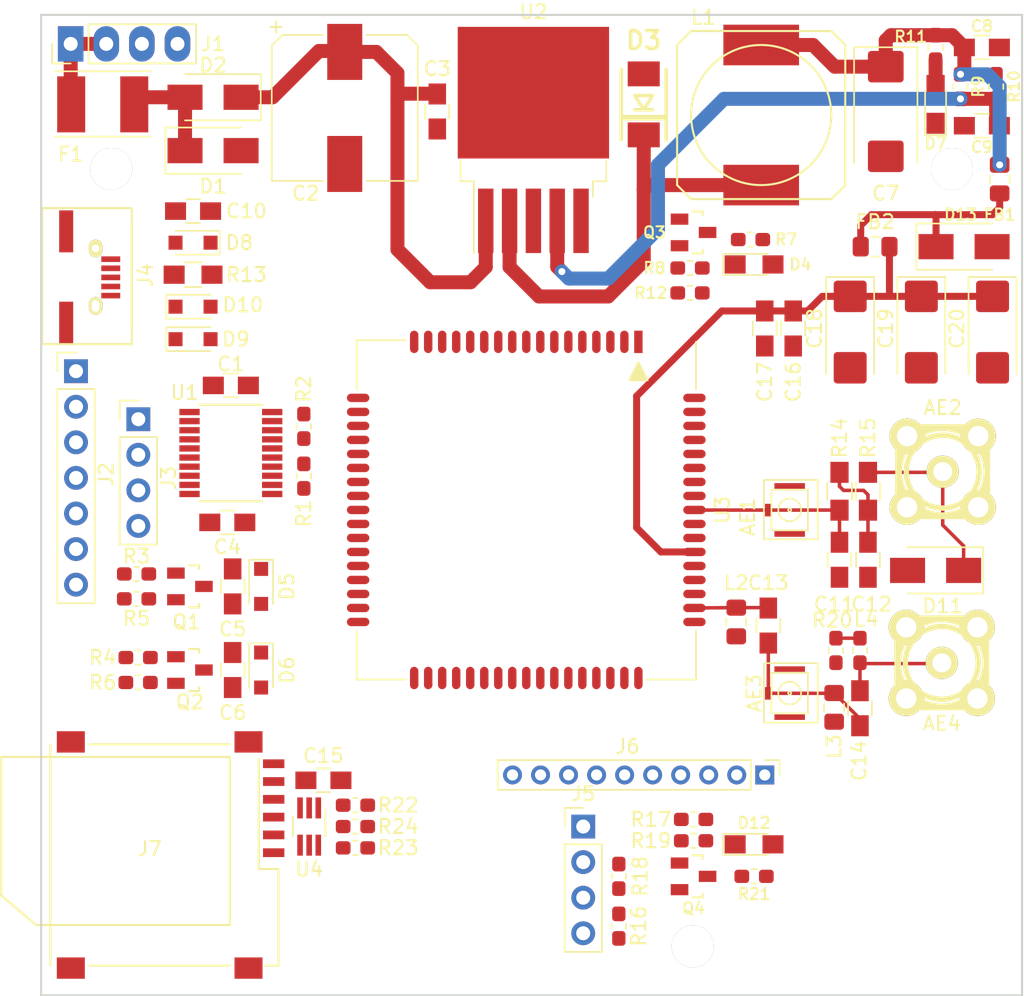
<source format=kicad_pcb>
(kicad_pcb (version 20171130) (host pcbnew "(5.1.2)-2")

  (general
    (thickness 1.6)
    (drawings 4)
    (tracks 114)
    (zones 0)
    (modules 86)
    (nets 99)
  )

  (page A4)
  (title_block
    (date 2019-10-17)
  )

  (layers
    (0 F.Cu signal)
    (31 B.Cu signal)
    (32 B.Adhes user hide)
    (33 F.Adhes user hide)
    (34 B.Paste user hide)
    (35 F.Paste user hide)
    (36 B.SilkS user hide)
    (37 F.SilkS user)
    (38 B.Mask user hide)
    (39 F.Mask user hide)
    (40 Dwgs.User user hide)
    (41 Cmts.User user hide)
    (42 Eco1.User user hide)
    (43 Eco2.User user hide)
    (44 Edge.Cuts user)
    (45 Margin user hide)
    (46 B.CrtYd user hide)
    (47 F.CrtYd user hide)
    (48 B.Fab user)
    (49 F.Fab user hide)
  )

  (setup
    (last_trace_width 0.25)
    (user_trace_width 0.5)
    (user_trace_width 1)
    (trace_clearance 0.2)
    (zone_clearance 0.508)
    (zone_45_only no)
    (trace_min 0.2)
    (via_size 0.8)
    (via_drill 0.4)
    (via_min_size 0.4)
    (via_min_drill 0.3)
    (user_via 1 0.5)
    (uvia_size 0.3)
    (uvia_drill 0.1)
    (uvias_allowed no)
    (uvia_min_size 0.2)
    (uvia_min_drill 0.1)
    (edge_width 0.15)
    (segment_width 0.2)
    (pcb_text_width 0.3)
    (pcb_text_size 1.5 1.5)
    (mod_edge_width 0.15)
    (mod_text_size 1 1)
    (mod_text_width 0.15)
    (pad_size 3 3)
    (pad_drill 3)
    (pad_to_mask_clearance 0.051)
    (solder_mask_min_width 0.25)
    (aux_axis_origin 0 0)
    (visible_elements 7FFFFFFF)
    (pcbplotparams
      (layerselection 0x010fc_ffffffff)
      (usegerberextensions false)
      (usegerberattributes false)
      (usegerberadvancedattributes false)
      (creategerberjobfile false)
      (excludeedgelayer true)
      (linewidth 0.100000)
      (plotframeref false)
      (viasonmask false)
      (mode 1)
      (useauxorigin false)
      (hpglpennumber 1)
      (hpglpenspeed 20)
      (hpglpendiameter 15.000000)
      (psnegative false)
      (psa4output false)
      (plotreference true)
      (plotvalue true)
      (plotinvisibletext false)
      (padsonsilk false)
      (subtractmaskfromsilk false)
      (outputformat 1)
      (mirror false)
      (drillshape 1)
      (scaleselection 1)
      (outputdirectory ""))
  )

  (net 0 "")
  (net 1 "Net-(C2-Pad1)")
  (net 2 /VDD_EXT)
  (net 3 "Net-(C5-Pad1)")
  (net 4 "Net-(C6-Pad1)")
  (net 5 "Net-(C7-Pad1)")
  (net 6 "Net-(C9-Pad1)")
  (net 7 /USB_VBUS)
  (net 8 "Net-(AE1-Pad1)")
  (net 9 "Net-(C12-Pad1)")
  (net 10 "Net-(C13-Pad2)")
  (net 11 "Net-(AE3-Pad1)")
  (net 12 /SIM_VDD)
  (net 13 /VBAT)
  (net 14 "Net-(D4-Pad1)")
  (net 15 VDD)
  (net 16 "Net-(D7-Pad2)")
  (net 17 "Net-(D12-Pad1)")
  (net 18 "Net-(Q1-Pad2)")
  (net 19 "Net-(Q1-Pad1)")
  (net 20 "Net-(Q2-Pad1)")
  (net 21 "Net-(Q3-Pad3)")
  (net 22 "Net-(Q3-Pad1)")
  (net 23 "Net-(Q4-Pad1)")
  (net 24 "Net-(Q4-Pad3)")
  (net 25 "Net-(R12-Pad2)")
  (net 26 /SDA)
  (net 27 "Net-(R17-Pad1)")
  (net 28 /SCL)
  (net 29 /SIM_RST)
  (net 30 /SIM_CLK)
  (net 31 /SIM_DATA)
  (net 32 "Net-(AE2-Pad1)")
  (net 33 "Net-(AE4-Pad1)")
  (net 34 "Net-(C5-Pad2)")
  (net 35 "Net-(D1-Pad1)")
  (net 36 "Net-(D3-Pad1)")
  (net 37 "Net-(D5-Pad2)")
  (net 38 /USB_DP)
  (net 39 /USB_DM)
  (net 40 "Net-(F1-Pad2)")
  (net 41 /3V3_RX)
  (net 42 /3V3_TX)
  (net 43 /3V3_RI)
  (net 44 /3V3_DCD)
  (net 45 /3V3_DTR)
  (net 46 /3V3_CTS)
  (net 47 /3V3_RTS)
  (net 48 "Net-(J4-Pad1)")
  (net 49 "Net-(J4-Pad4)")
  (net 50 /UART3_TX)
  (net 51 /UART3_RX)
  (net 52 /GPIO4)
  (net 53 /GPIO3)
  (net 54 /GPIO2)
  (net 55 /BOOT_CFG)
  (net 56 /ADC)
  (net 57 /LOG_TX)
  (net 58 "Net-(J7-Pad6)")
  (net 59 "Net-(J7-Pad2)")
  (net 60 "Net-(J7-Pad3)")
  (net 61 "Net-(J7-Pad7)")
  (net 62 "Net-(L4-Pad1)")
  (net 63 "Net-(R1-Pad1)")
  (net 64 "Net-(R2-Pad2)")
  (net 65 /PWR)
  (net 66 /RST)
  (net 67 /UART_TX)
  (net 68 /UART_RX)
  (net 69 /UART_RTS)
  (net 70 /UART_CTS)
  (net 71 /UART_DTR)
  (net 72 /UART_DCD)
  (net 73 /UART_RI)
  (net 74 "Net-(U3-Pad2)")
  (net 75 /PCM_CLK)
  (net 76 /PCM_SYNC)
  (net 77 /PCM_DIN)
  (net 78 /PCM_DOUT)
  (net 79 "Net-(U3-Pad18)")
  (net 80 "Net-(U3-Pad19)")
  (net 81 "Net-(U3-Pad20)")
  (net 82 "Net-(U3-Pad21)")
  (net 83 "Net-(U3-Pad22)")
  (net 84 "Net-(U3-Pad26)")
  (net 85 "Net-(U3-Pad29)")
  (net 86 /SIM_DET)
  (net 87 "Net-(U3-Pad35)")
  (net 88 "Net-(U3-Pad36)")
  (net 89 "Net-(U3-Pad40)")
  (net 90 "Net-(U3-Pad41)")
  (net 91 "Net-(U3-Pad42)")
  (net 92 "Net-(U3-Pad43)")
  (net 93 "Net-(U3-Pad44)")
  (net 94 "Net-(U3-Pad47)")
  (net 95 "Net-(U3-Pad51)")
  (net 96 "Net-(U4-Pad3)")
  (net 97 +3V3)
  (net 98 GND)

  (net_class Default "This is the default net class."
    (clearance 0.2)
    (trace_width 0.25)
    (via_dia 0.8)
    (via_drill 0.4)
    (uvia_dia 0.3)
    (uvia_drill 0.1)
    (add_net +3V3)
    (add_net /3V3_CTS)
    (add_net /3V3_DCD)
    (add_net /3V3_DTR)
    (add_net /3V3_RI)
    (add_net /3V3_RTS)
    (add_net /3V3_RX)
    (add_net /3V3_TX)
    (add_net /ADC)
    (add_net /BOOT_CFG)
    (add_net /GPIO2)
    (add_net /GPIO3)
    (add_net /GPIO4)
    (add_net /LOG_TX)
    (add_net /PCM_CLK)
    (add_net /PCM_DIN)
    (add_net /PCM_DOUT)
    (add_net /PCM_SYNC)
    (add_net /PWR)
    (add_net /RST)
    (add_net /SCL)
    (add_net /SDA)
    (add_net /SIM_CLK)
    (add_net /SIM_DATA)
    (add_net /SIM_DET)
    (add_net /SIM_RST)
    (add_net /SIM_VDD)
    (add_net /UART3_RX)
    (add_net /UART3_TX)
    (add_net /UART_CTS)
    (add_net /UART_DCD)
    (add_net /UART_DTR)
    (add_net /UART_RI)
    (add_net /UART_RTS)
    (add_net /UART_RX)
    (add_net /UART_TX)
    (add_net /USB_DM)
    (add_net /USB_DP)
    (add_net /USB_VBUS)
    (add_net /VBAT)
    (add_net /VDD_EXT)
    (add_net GND)
    (add_net "Net-(AE1-Pad1)")
    (add_net "Net-(AE2-Pad1)")
    (add_net "Net-(AE3-Pad1)")
    (add_net "Net-(AE4-Pad1)")
    (add_net "Net-(C12-Pad1)")
    (add_net "Net-(C13-Pad2)")
    (add_net "Net-(C2-Pad1)")
    (add_net "Net-(C5-Pad1)")
    (add_net "Net-(C5-Pad2)")
    (add_net "Net-(C6-Pad1)")
    (add_net "Net-(C7-Pad1)")
    (add_net "Net-(C9-Pad1)")
    (add_net "Net-(D1-Pad1)")
    (add_net "Net-(D12-Pad1)")
    (add_net "Net-(D3-Pad1)")
    (add_net "Net-(D4-Pad1)")
    (add_net "Net-(D5-Pad2)")
    (add_net "Net-(D7-Pad2)")
    (add_net "Net-(F1-Pad2)")
    (add_net "Net-(J4-Pad1)")
    (add_net "Net-(J4-Pad4)")
    (add_net "Net-(J7-Pad2)")
    (add_net "Net-(J7-Pad3)")
    (add_net "Net-(J7-Pad6)")
    (add_net "Net-(J7-Pad7)")
    (add_net "Net-(L4-Pad1)")
    (add_net "Net-(Q1-Pad1)")
    (add_net "Net-(Q1-Pad2)")
    (add_net "Net-(Q2-Pad1)")
    (add_net "Net-(Q3-Pad1)")
    (add_net "Net-(Q3-Pad3)")
    (add_net "Net-(Q4-Pad1)")
    (add_net "Net-(Q4-Pad3)")
    (add_net "Net-(R1-Pad1)")
    (add_net "Net-(R12-Pad2)")
    (add_net "Net-(R17-Pad1)")
    (add_net "Net-(R2-Pad2)")
    (add_net "Net-(U3-Pad18)")
    (add_net "Net-(U3-Pad19)")
    (add_net "Net-(U3-Pad2)")
    (add_net "Net-(U3-Pad20)")
    (add_net "Net-(U3-Pad21)")
    (add_net "Net-(U3-Pad22)")
    (add_net "Net-(U3-Pad26)")
    (add_net "Net-(U3-Pad29)")
    (add_net "Net-(U3-Pad35)")
    (add_net "Net-(U3-Pad36)")
    (add_net "Net-(U3-Pad40)")
    (add_net "Net-(U3-Pad41)")
    (add_net "Net-(U3-Pad42)")
    (add_net "Net-(U3-Pad43)")
    (add_net "Net-(U3-Pad44)")
    (add_net "Net-(U3-Pad47)")
    (add_net "Net-(U3-Pad51)")
    (add_net "Net-(U4-Pad3)")
    (add_net VDD)
  )

  (net_class 0.5 ""
    (clearance 0.2)
    (trace_width 0.25)
    (via_dia 1)
    (via_drill 0.5)
    (uvia_dia 0.3)
    (uvia_drill 0.1)
  )

  (module Resistor_SMD:R_0805_2012Metric_Pad1.15x1.40mm_HandSolder (layer F.Cu) (tedit 5B36C52B) (tstamp 5DA9DD59)
    (at 149.606 93.345 270)
    (descr "Resistor SMD 0805 (2012 Metric), square (rectangular) end terminal, IPC_7351 nominal with elongated pad for handsoldering. (Body size source: https://docs.google.com/spreadsheets/d/1BsfQQcO9C6DZCsRaXUlFlo91Tg2WpOkGARC1WS5S8t0/edit?usp=sharing), generated with kicad-footprint-generator")
    (tags "resistor handsolder")
    (path /5DAA97DB)
    (attr smd)
    (fp_text reference L2 (at -2.794 0 180) (layer F.SilkS)
      (effects (font (size 1 1) (thickness 0.15)))
    )
    (fp_text value L (at 0 1.65 90) (layer F.Fab)
      (effects (font (size 1 1) (thickness 0.15)))
    )
    (fp_line (start -1 0.6) (end -1 -0.6) (layer F.Fab) (width 0.1))
    (fp_line (start -1 -0.6) (end 1 -0.6) (layer F.Fab) (width 0.1))
    (fp_line (start 1 -0.6) (end 1 0.6) (layer F.Fab) (width 0.1))
    (fp_line (start 1 0.6) (end -1 0.6) (layer F.Fab) (width 0.1))
    (fp_line (start -0.261252 -0.71) (end 0.261252 -0.71) (layer F.SilkS) (width 0.12))
    (fp_line (start -0.261252 0.71) (end 0.261252 0.71) (layer F.SilkS) (width 0.12))
    (fp_line (start -1.85 0.95) (end -1.85 -0.95) (layer F.CrtYd) (width 0.05))
    (fp_line (start -1.85 -0.95) (end 1.85 -0.95) (layer F.CrtYd) (width 0.05))
    (fp_line (start 1.85 -0.95) (end 1.85 0.95) (layer F.CrtYd) (width 0.05))
    (fp_line (start 1.85 0.95) (end -1.85 0.95) (layer F.CrtYd) (width 0.05))
    (fp_text user %R (at 0 0 90) (layer F.Fab)
      (effects (font (size 0.5 0.5) (thickness 0.08)))
    )
    (pad 1 smd roundrect (at -1.025 0 270) (size 1.15 1.4) (layers F.Cu F.Paste F.Mask) (roundrect_rratio 0.217391)
      (net 10 "Net-(C13-Pad2)"))
    (pad 2 smd roundrect (at 1.025 0 270) (size 1.15 1.4) (layers F.Cu F.Paste F.Mask) (roundrect_rratio 0.217391)
      (net 98 GND))
    (model ${KISYS3DMOD}/Resistor_SMD.3dshapes/R_0805_2012Metric.wrl
      (at (xyz 0 0 0))
      (scale (xyz 1 1 1))
      (rotate (xyz 0 0 0))
    )
  )

  (module Package_SO:TSSOP-20_4.4x6.5mm_P0.65mm (layer F.Cu) (tedit 5DA95DE4) (tstamp 5DA9DEEF)
    (at 113.538 81.28)
    (descr "20-Lead Plastic Thin Shrink Small Outline (ST)-4.4 mm Body [TSSOP] (see Microchip Packaging Specification 00000049BS.pdf)")
    (tags "SSOP 0.65")
    (path /5DDACB9F)
    (attr smd)
    (fp_text reference U1 (at -3.302 -4.318) (layer F.SilkS)
      (effects (font (size 1 1) (thickness 0.15)))
    )
    (fp_text value TXS0108EPW (at 0 4.3) (layer F.Fab)
      (effects (font (size 1 1) (thickness 0.15)))
    )
    (fp_line (start -1.2 -3.25) (end 2.2 -3.25) (layer F.Fab) (width 0.15))
    (fp_line (start 2.2 -3.25) (end 2.2 3.25) (layer F.Fab) (width 0.15))
    (fp_line (start 2.2 3.25) (end -2.2 3.25) (layer F.Fab) (width 0.15))
    (fp_line (start -2.2 3.25) (end -2.2 -2.25) (layer F.Fab) (width 0.15))
    (fp_line (start -2.2 -2.25) (end -1.2 -3.25) (layer F.Fab) (width 0.15))
    (fp_line (start -3.95 -3.55) (end -3.95 3.55) (layer F.CrtYd) (width 0.05))
    (fp_line (start 3.95 -3.55) (end 3.95 3.55) (layer F.CrtYd) (width 0.05))
    (fp_line (start -3.95 -3.55) (end 3.95 -3.55) (layer F.CrtYd) (width 0.05))
    (fp_line (start -3.95 3.55) (end 3.95 3.55) (layer F.CrtYd) (width 0.05))
    (fp_line (start -2.225 3.45) (end 2.225 3.45) (layer F.SilkS) (width 0.15))
    (fp_line (start -2.225 -3.45) (end 2.225 -3.45) (layer F.SilkS) (width 0.15))
    (fp_text user %R (at 0 0) (layer F.Fab)
      (effects (font (size 0.8 0.8) (thickness 0.15)))
    )
    (pad 1 smd rect (at -2.95 -2.925) (size 1.45 0.45) (layers F.Cu F.Paste F.Mask)
      (net 67 /UART_TX))
    (pad 2 smd rect (at -2.95 -2.275) (size 1.45 0.45) (layers F.Cu F.Paste F.Mask)
      (net 2 /VDD_EXT))
    (pad 3 smd rect (at -2.95 -1.625) (size 1.45 0.45) (layers F.Cu F.Paste F.Mask)
      (net 68 /UART_RX))
    (pad 4 smd rect (at -2.95 -0.975) (size 1.45 0.45) (layers F.Cu F.Paste F.Mask)
      (net 69 /UART_RTS))
    (pad 5 smd rect (at -2.95 -0.325) (size 1.45 0.45) (layers F.Cu F.Paste F.Mask)
      (net 70 /UART_CTS))
    (pad 6 smd rect (at -2.95 0.325) (size 1.45 0.45) (layers F.Cu F.Paste F.Mask)
      (net 71 /UART_DTR))
    (pad 7 smd rect (at -2.95 0.975) (size 1.45 0.45) (layers F.Cu F.Paste F.Mask)
      (net 72 /UART_DCD))
    (pad 8 smd rect (at -2.95 1.625) (size 1.45 0.45) (layers F.Cu F.Paste F.Mask)
      (net 73 /UART_RI))
    (pad 9 smd rect (at -2.95 2.275) (size 1.45 0.45) (layers F.Cu F.Paste F.Mask)
      (net 64 "Net-(R2-Pad2)"))
    (pad 10 smd rect (at -2.95 2.925) (size 1.45 0.45) (layers F.Cu F.Paste F.Mask)
      (net 2 /VDD_EXT))
    (pad 11 smd rect (at 2.95 2.925) (size 1.45 0.45) (layers F.Cu F.Paste F.Mask)
      (net 98 GND))
    (pad 12 smd rect (at 2.95 2.275) (size 1.45 0.45) (layers F.Cu F.Paste F.Mask)
      (net 63 "Net-(R1-Pad1)"))
    (pad 13 smd rect (at 2.95 1.625) (size 1.45 0.45) (layers F.Cu F.Paste F.Mask)
      (net 43 /3V3_RI))
    (pad 14 smd rect (at 2.95 0.975) (size 1.45 0.45) (layers F.Cu F.Paste F.Mask)
      (net 44 /3V3_DCD))
    (pad 15 smd rect (at 2.95 0.325) (size 1.45 0.45) (layers F.Cu F.Paste F.Mask)
      (net 45 /3V3_DTR))
    (pad 16 smd rect (at 2.95 -0.325) (size 1.45 0.45) (layers F.Cu F.Paste F.Mask)
      (net 46 /3V3_CTS))
    (pad 17 smd rect (at 2.95 -0.975) (size 1.45 0.45) (layers F.Cu F.Paste F.Mask)
      (net 47 /3V3_RTS))
    (pad 18 smd rect (at 2.95 -1.625) (size 1.45 0.45) (layers F.Cu F.Paste F.Mask)
      (net 41 /3V3_RX))
    (pad 19 smd rect (at 2.95 -2.275) (size 1.45 0.45) (layers F.Cu F.Paste F.Mask)
      (net 97 +3V3))
    (pad 20 smd rect (at 2.95 -2.925) (size 1.45 0.45) (layers F.Cu F.Paste F.Mask)
      (net 42 /3V3_TX))
    (model ${KISYS3DMOD}/Package_SO.3dshapes/TSSOP-20_4.4x6.5mm_P0.65mm.wrl
      (at (xyz 0 0 0))
      (scale (xyz 1 1 1))
      (rotate (xyz 0 0 0))
    )
  )

  (module Resistor_SMD:R_0603_1608Metric_Pad1.05x0.95mm_HandSolder (layer F.Cu) (tedit 5B301BBD) (tstamp 5DA9DD8C)
    (at 118.745 79.375 270)
    (descr "Resistor SMD 0603 (1608 Metric), square (rectangular) end terminal, IPC_7351 nominal with elongated pad for handsoldering. (Body size source: http://www.tortai-tech.com/upload/download/2011102023233369053.pdf), generated with kicad-footprint-generator")
    (tags "resistor handsolder")
    (path /5DE4DEB7)
    (attr smd)
    (fp_text reference R2 (at -2.667 0 90) (layer F.SilkS)
      (effects (font (size 1 1) (thickness 0.15)))
    )
    (fp_text value 47k (at 0 1.43 90) (layer F.Fab)
      (effects (font (size 1 1) (thickness 0.15)))
    )
    (fp_line (start -0.8 0.4) (end -0.8 -0.4) (layer F.Fab) (width 0.1))
    (fp_line (start -0.8 -0.4) (end 0.8 -0.4) (layer F.Fab) (width 0.1))
    (fp_line (start 0.8 -0.4) (end 0.8 0.4) (layer F.Fab) (width 0.1))
    (fp_line (start 0.8 0.4) (end -0.8 0.4) (layer F.Fab) (width 0.1))
    (fp_line (start -0.171267 -0.51) (end 0.171267 -0.51) (layer F.SilkS) (width 0.12))
    (fp_line (start -0.171267 0.51) (end 0.171267 0.51) (layer F.SilkS) (width 0.12))
    (fp_line (start -1.65 0.73) (end -1.65 -0.73) (layer F.CrtYd) (width 0.05))
    (fp_line (start -1.65 -0.73) (end 1.65 -0.73) (layer F.CrtYd) (width 0.05))
    (fp_line (start 1.65 -0.73) (end 1.65 0.73) (layer F.CrtYd) (width 0.05))
    (fp_line (start 1.65 0.73) (end -1.65 0.73) (layer F.CrtYd) (width 0.05))
    (fp_text user %R (at 0 0 90) (layer F.Fab)
      (effects (font (size 0.4 0.4) (thickness 0.06)))
    )
    (pad 1 smd roundrect (at -0.875 0 270) (size 1.05 0.95) (layers F.Cu F.Paste F.Mask) (roundrect_rratio 0.25)
      (net 98 GND))
    (pad 2 smd roundrect (at 0.875 0 270) (size 1.05 0.95) (layers F.Cu F.Paste F.Mask) (roundrect_rratio 0.25)
      (net 64 "Net-(R2-Pad2)"))
    (model ${KISYS3DMOD}/Resistor_SMD.3dshapes/R_0603_1608Metric.wrl
      (at (xyz 0 0 0))
      (scale (xyz 1 1 1))
      (rotate (xyz 0 0 0))
    )
  )

  (module nhantt-kicad-lib:Vit-3mm locked (layer F.Cu) (tedit 5DA80B97) (tstamp 5DA87D27)
    (at 113 57)
    (fp_text reference REF** (at 0 0.5) (layer F.SilkS) hide
      (effects (font (size 1 1) (thickness 0.15)))
    )
    (fp_text value Vit-4mm (at 0 -0.5) (layer F.Fab)
      (effects (font (size 1 1) (thickness 0.15)))
    )
    (pad 1 thru_hole circle (at -8 4) (size 3 3) (drill 3) (layers *.Cu *.Mask F.SilkS))
  )

  (module nhantt-kicad-lib:Vit-3mm locked (layer F.Cu) (tedit 5DA80B9E) (tstamp 5DA87D30)
    (at 161 61)
    (fp_text reference REF** (at 0 0.5) (layer F.SilkS) hide
      (effects (font (size 1 1) (thickness 0.15)))
    )
    (fp_text value Vit-4mm (at 0 -0.5) (layer F.Fab) hide
      (effects (font (size 1 1) (thickness 0.15)))
    )
    (pad 1 thru_hole circle (at 4 0) (size 3 3) (drill 3) (layers *.Cu *.Mask F.SilkS))
  )

  (module nhantt-kicad-lib:Vit-3mm locked (layer F.Cu) (tedit 5DA80BA6) (tstamp 5DA87D39)
    (at 146.5 116)
    (fp_text reference REF** (at 0 0.5) (layer F.SilkS) hide
      (effects (font (size 1 1) (thickness 0.15)))
    )
    (fp_text value Vit-4mm (at 0 -0.5) (layer F.Fab) hide
      (effects (font (size 1 1) (thickness 0.15)))
    )
    (pad 1 thru_hole circle (at 0 0.5) (size 3 3) (drill 3) (layers *.Cu *.Mask F.SilkS))
  )

  (module Capacitors_SMD:C_0805_HandSoldering (layer F.Cu) (tedit 58AA84A8) (tstamp 5DA88556)
    (at 113.538 76.454 180)
    (descr "Capacitor SMD 0805, hand soldering")
    (tags "capacitor 0805")
    (path /5DF4C54C)
    (attr smd)
    (fp_text reference C1 (at 0 1.524) (layer F.SilkS)
      (effects (font (size 1 1) (thickness 0.15)))
    )
    (fp_text value 100nF (at 0 1.75) (layer F.Fab)
      (effects (font (size 1 1) (thickness 0.15)))
    )
    (fp_line (start 2.25 0.87) (end -2.25 0.87) (layer F.CrtYd) (width 0.05))
    (fp_line (start 2.25 0.87) (end 2.25 -0.88) (layer F.CrtYd) (width 0.05))
    (fp_line (start -2.25 -0.88) (end -2.25 0.87) (layer F.CrtYd) (width 0.05))
    (fp_line (start -2.25 -0.88) (end 2.25 -0.88) (layer F.CrtYd) (width 0.05))
    (fp_line (start -0.5 0.85) (end 0.5 0.85) (layer F.SilkS) (width 0.12))
    (fp_line (start 0.5 -0.85) (end -0.5 -0.85) (layer F.SilkS) (width 0.12))
    (fp_line (start -1 -0.62) (end 1 -0.62) (layer F.Fab) (width 0.1))
    (fp_line (start 1 -0.62) (end 1 0.62) (layer F.Fab) (width 0.1))
    (fp_line (start 1 0.62) (end -1 0.62) (layer F.Fab) (width 0.1))
    (fp_line (start -1 0.62) (end -1 -0.62) (layer F.Fab) (width 0.1))
    (fp_text user %R (at 0 -1.75) (layer F.Fab)
      (effects (font (size 1 1) (thickness 0.15)))
    )
    (pad 2 smd rect (at 1.25 0 180) (size 1.5 1.25) (layers F.Cu F.Paste F.Mask)
      (net 98 GND))
    (pad 1 smd rect (at -1.25 0 180) (size 1.5 1.25) (layers F.Cu F.Paste F.Mask)
      (net 97 +3V3))
    (model Capacitors_SMD.3dshapes/C_0805.wrl
      (at (xyz 0 0 0))
      (scale (xyz 1 1 1))
      (rotate (xyz 0 0 0))
    )
  )

  (module Capacitors_SMD:CP_Elec_10x10.5 (layer F.Cu) (tedit 58AA917F) (tstamp 5DA88572)
    (at 121.666 56.642 270)
    (descr "SMT capacitor, aluminium electrolytic, 10x10.5")
    (path /5DA8A5D1)
    (attr smd)
    (fp_text reference C2 (at 6.096 2.794) (layer F.SilkS)
      (effects (font (size 1 1) (thickness 0.15)))
    )
    (fp_text value 220uF/50V (at 0 -6.46 90) (layer F.Fab)
      (effects (font (size 1 1) (thickness 0.15)))
    )
    (fp_line (start 6.25 5.3) (end -6.25 5.3) (layer F.CrtYd) (width 0.05))
    (fp_line (start 6.25 5.3) (end 6.25 -5.31) (layer F.CrtYd) (width 0.05))
    (fp_line (start -6.25 -5.31) (end -6.25 5.3) (layer F.CrtYd) (width 0.05))
    (fp_line (start -6.25 -5.31) (end 6.25 -5.31) (layer F.CrtYd) (width 0.05))
    (fp_line (start -4.45 -5.21) (end 5.21 -5.21) (layer F.SilkS) (width 0.12))
    (fp_line (start -5.21 -4.45) (end -4.45 -5.21) (layer F.SilkS) (width 0.12))
    (fp_line (start -4.45 5.21) (end -5.21 4.45) (layer F.SilkS) (width 0.12))
    (fp_line (start 5.21 5.21) (end -4.45 5.21) (layer F.SilkS) (width 0.12))
    (fp_line (start 5.05 -5.05) (end -4.38 -5.05) (layer F.Fab) (width 0.1))
    (fp_line (start -4.38 -5.05) (end -5.05 -4.38) (layer F.Fab) (width 0.1))
    (fp_line (start -5.05 -4.38) (end -5.05 4.38) (layer F.Fab) (width 0.1))
    (fp_line (start -5.05 4.38) (end -4.38 5.05) (layer F.Fab) (width 0.1))
    (fp_line (start -4.38 5.05) (end 5.05 5.05) (layer F.Fab) (width 0.1))
    (fp_line (start 5.05 5.05) (end 5.05 -5.05) (layer F.Fab) (width 0.1))
    (fp_line (start 5.21 -5.21) (end 5.21 -1.56) (layer F.SilkS) (width 0.12))
    (fp_line (start 5.21 5.21) (end 5.21 1.56) (layer F.SilkS) (width 0.12))
    (fp_line (start -5.21 4.45) (end -5.21 1.56) (layer F.SilkS) (width 0.12))
    (fp_line (start -5.21 -4.45) (end -5.21 -1.56) (layer F.SilkS) (width 0.12))
    (fp_text user %R (at 0 6.46 90) (layer F.Fab)
      (effects (font (size 1 1) (thickness 0.15)))
    )
    (fp_text user + (at -5.78 4.97 90) (layer F.SilkS)
      (effects (font (size 1 1) (thickness 0.15)))
    )
    (fp_text user + (at -2.91 -0.08 90) (layer F.Fab)
      (effects (font (size 1 1) (thickness 0.15)))
    )
    (fp_circle (center 0 0) (end 0 5) (layer F.Fab) (width 0.1))
    (pad 2 smd rect (at 4 0 90) (size 4 2.5) (layers F.Cu F.Paste F.Mask)
      (net 98 GND))
    (pad 1 smd rect (at -4 0 90) (size 4 2.5) (layers F.Cu F.Paste F.Mask)
      (net 1 "Net-(C2-Pad1)"))
    (model Capacitors_SMD.3dshapes/CP_Elec_10x10.5.wrl
      (at (xyz 0 0 0))
      (scale (xyz 1 1 1))
      (rotate (xyz 0 0 180))
    )
  )

  (module Capacitors_SMD:C_0805_HandSoldering (layer F.Cu) (tedit 58AA84A8) (tstamp 5DA88583)
    (at 128.27 56.896 270)
    (descr "Capacitor SMD 0805, hand soldering")
    (tags "capacitor 0805")
    (path /5DA8A81C)
    (attr smd)
    (fp_text reference C3 (at -3.048 0 180) (layer F.SilkS)
      (effects (font (size 1 1) (thickness 0.15)))
    )
    (fp_text value 100nF (at 0 1.75 90) (layer F.Fab)
      (effects (font (size 1 1) (thickness 0.15)))
    )
    (fp_text user %R (at 0 -1.75 90) (layer F.Fab)
      (effects (font (size 1 1) (thickness 0.15)))
    )
    (fp_line (start -1 0.62) (end -1 -0.62) (layer F.Fab) (width 0.1))
    (fp_line (start 1 0.62) (end -1 0.62) (layer F.Fab) (width 0.1))
    (fp_line (start 1 -0.62) (end 1 0.62) (layer F.Fab) (width 0.1))
    (fp_line (start -1 -0.62) (end 1 -0.62) (layer F.Fab) (width 0.1))
    (fp_line (start 0.5 -0.85) (end -0.5 -0.85) (layer F.SilkS) (width 0.12))
    (fp_line (start -0.5 0.85) (end 0.5 0.85) (layer F.SilkS) (width 0.12))
    (fp_line (start -2.25 -0.88) (end 2.25 -0.88) (layer F.CrtYd) (width 0.05))
    (fp_line (start -2.25 -0.88) (end -2.25 0.87) (layer F.CrtYd) (width 0.05))
    (fp_line (start 2.25 0.87) (end 2.25 -0.88) (layer F.CrtYd) (width 0.05))
    (fp_line (start 2.25 0.87) (end -2.25 0.87) (layer F.CrtYd) (width 0.05))
    (pad 1 smd rect (at -1.25 0 270) (size 1.5 1.25) (layers F.Cu F.Paste F.Mask)
      (net 1 "Net-(C2-Pad1)"))
    (pad 2 smd rect (at 1.25 0 270) (size 1.5 1.25) (layers F.Cu F.Paste F.Mask)
      (net 98 GND))
    (model Capacitors_SMD.3dshapes/C_0805.wrl
      (at (xyz 0 0 0))
      (scale (xyz 1 1 1))
      (rotate (xyz 0 0 0))
    )
  )

  (module Capacitors_SMD:C_0805_HandSoldering (layer F.Cu) (tedit 58AA84A8) (tstamp 5DA88594)
    (at 113.284 86.233 180)
    (descr "Capacitor SMD 0805, hand soldering")
    (tags "capacitor 0805")
    (path /5DF25B26)
    (attr smd)
    (fp_text reference C4 (at 0 -1.75) (layer F.SilkS)
      (effects (font (size 1 1) (thickness 0.15)))
    )
    (fp_text value 100nF (at 0 1.75) (layer F.Fab)
      (effects (font (size 1 1) (thickness 0.15)))
    )
    (fp_line (start 2.25 0.87) (end -2.25 0.87) (layer F.CrtYd) (width 0.05))
    (fp_line (start 2.25 0.87) (end 2.25 -0.88) (layer F.CrtYd) (width 0.05))
    (fp_line (start -2.25 -0.88) (end -2.25 0.87) (layer F.CrtYd) (width 0.05))
    (fp_line (start -2.25 -0.88) (end 2.25 -0.88) (layer F.CrtYd) (width 0.05))
    (fp_line (start -0.5 0.85) (end 0.5 0.85) (layer F.SilkS) (width 0.12))
    (fp_line (start 0.5 -0.85) (end -0.5 -0.85) (layer F.SilkS) (width 0.12))
    (fp_line (start -1 -0.62) (end 1 -0.62) (layer F.Fab) (width 0.1))
    (fp_line (start 1 -0.62) (end 1 0.62) (layer F.Fab) (width 0.1))
    (fp_line (start 1 0.62) (end -1 0.62) (layer F.Fab) (width 0.1))
    (fp_line (start -1 0.62) (end -1 -0.62) (layer F.Fab) (width 0.1))
    (fp_text user %R (at 0 -1.75) (layer F.Fab)
      (effects (font (size 1 1) (thickness 0.15)))
    )
    (pad 2 smd rect (at 1.25 0 180) (size 1.5 1.25) (layers F.Cu F.Paste F.Mask)
      (net 2 /VDD_EXT))
    (pad 1 smd rect (at -1.25 0 180) (size 1.5 1.25) (layers F.Cu F.Paste F.Mask)
      (net 98 GND))
    (model Capacitors_SMD.3dshapes/C_0805.wrl
      (at (xyz 0 0 0))
      (scale (xyz 1 1 1))
      (rotate (xyz 0 0 0))
    )
  )

  (module Capacitors_SMD:C_0805_HandSoldering (layer F.Cu) (tedit 58AA84A8) (tstamp 5DA885A5)
    (at 113.665 90.805 270)
    (descr "Capacitor SMD 0805, hand soldering")
    (tags "capacitor 0805")
    (path /5DD0332C)
    (attr smd)
    (fp_text reference C5 (at 3.048 0 180) (layer F.SilkS)
      (effects (font (size 1 1) (thickness 0.15)))
    )
    (fp_text value 100nF (at 0 1.75 90) (layer F.Fab)
      (effects (font (size 1 1) (thickness 0.15)))
    )
    (fp_line (start 2.25 0.87) (end -2.25 0.87) (layer F.CrtYd) (width 0.05))
    (fp_line (start 2.25 0.87) (end 2.25 -0.88) (layer F.CrtYd) (width 0.05))
    (fp_line (start -2.25 -0.88) (end -2.25 0.87) (layer F.CrtYd) (width 0.05))
    (fp_line (start -2.25 -0.88) (end 2.25 -0.88) (layer F.CrtYd) (width 0.05))
    (fp_line (start -0.5 0.85) (end 0.5 0.85) (layer F.SilkS) (width 0.12))
    (fp_line (start 0.5 -0.85) (end -0.5 -0.85) (layer F.SilkS) (width 0.12))
    (fp_line (start -1 -0.62) (end 1 -0.62) (layer F.Fab) (width 0.1))
    (fp_line (start 1 -0.62) (end 1 0.62) (layer F.Fab) (width 0.1))
    (fp_line (start 1 0.62) (end -1 0.62) (layer F.Fab) (width 0.1))
    (fp_line (start -1 0.62) (end -1 -0.62) (layer F.Fab) (width 0.1))
    (fp_text user %R (at 0 -1.75 90) (layer F.Fab)
      (effects (font (size 1 1) (thickness 0.15)))
    )
    (pad 2 smd rect (at 1.25 0 270) (size 1.5 1.25) (layers F.Cu F.Paste F.Mask)
      (net 34 "Net-(C5-Pad2)"))
    (pad 1 smd rect (at -1.25 0 270) (size 1.5 1.25) (layers F.Cu F.Paste F.Mask)
      (net 3 "Net-(C5-Pad1)"))
    (model Capacitors_SMD.3dshapes/C_0805.wrl
      (at (xyz 0 0 0))
      (scale (xyz 1 1 1))
      (rotate (xyz 0 0 0))
    )
  )

  (module Capacitors_SMD:C_0805_HandSoldering (layer F.Cu) (tedit 58AA84A8) (tstamp 5DA885B6)
    (at 113.665 96.774 270)
    (descr "Capacitor SMD 0805, hand soldering")
    (tags "capacitor 0805")
    (path /5DD7221A)
    (attr smd)
    (fp_text reference C6 (at 3.048 0 180) (layer F.SilkS)
      (effects (font (size 1 1) (thickness 0.15)))
    )
    (fp_text value 100nF (at 0 1.75 90) (layer F.Fab)
      (effects (font (size 1 1) (thickness 0.15)))
    )
    (fp_text user %R (at 0 -1.75 90) (layer F.Fab)
      (effects (font (size 1 1) (thickness 0.15)))
    )
    (fp_line (start -1 0.62) (end -1 -0.62) (layer F.Fab) (width 0.1))
    (fp_line (start 1 0.62) (end -1 0.62) (layer F.Fab) (width 0.1))
    (fp_line (start 1 -0.62) (end 1 0.62) (layer F.Fab) (width 0.1))
    (fp_line (start -1 -0.62) (end 1 -0.62) (layer F.Fab) (width 0.1))
    (fp_line (start 0.5 -0.85) (end -0.5 -0.85) (layer F.SilkS) (width 0.12))
    (fp_line (start -0.5 0.85) (end 0.5 0.85) (layer F.SilkS) (width 0.12))
    (fp_line (start -2.25 -0.88) (end 2.25 -0.88) (layer F.CrtYd) (width 0.05))
    (fp_line (start -2.25 -0.88) (end -2.25 0.87) (layer F.CrtYd) (width 0.05))
    (fp_line (start 2.25 0.87) (end 2.25 -0.88) (layer F.CrtYd) (width 0.05))
    (fp_line (start 2.25 0.87) (end -2.25 0.87) (layer F.CrtYd) (width 0.05))
    (pad 1 smd rect (at -1.25 0 270) (size 1.5 1.25) (layers F.Cu F.Paste F.Mask)
      (net 4 "Net-(C6-Pad1)"))
    (pad 2 smd rect (at 1.25 0 270) (size 1.5 1.25) (layers F.Cu F.Paste F.Mask)
      (net 98 GND))
    (model Capacitors_SMD.3dshapes/C_0805.wrl
      (at (xyz 0 0 0))
      (scale (xyz 1 1 1))
      (rotate (xyz 0 0 0))
    )
  )

  (module Capacitors_SMD:C_0805_HandSoldering (layer F.Cu) (tedit 58AA84A8) (tstamp 5DA885E3)
    (at 167.132 52.324)
    (descr "Capacitor SMD 0805, hand soldering")
    (tags "capacitor 0805")
    (path /5DA8CB8B)
    (attr smd)
    (fp_text reference C8 (at 0 -1.524 180) (layer F.SilkS)
      (effects (font (size 0.8 0.8) (thickness 0.15)))
    )
    (fp_text value 100nF (at 0 1.75) (layer F.Fab)
      (effects (font (size 1 1) (thickness 0.15)))
    )
    (fp_text user %R (at 0 -1.75) (layer F.Fab)
      (effects (font (size 1 1) (thickness 0.15)))
    )
    (fp_line (start -1 0.62) (end -1 -0.62) (layer F.Fab) (width 0.1))
    (fp_line (start 1 0.62) (end -1 0.62) (layer F.Fab) (width 0.1))
    (fp_line (start 1 -0.62) (end 1 0.62) (layer F.Fab) (width 0.1))
    (fp_line (start -1 -0.62) (end 1 -0.62) (layer F.Fab) (width 0.1))
    (fp_line (start 0.5 -0.85) (end -0.5 -0.85) (layer F.SilkS) (width 0.12))
    (fp_line (start -0.5 0.85) (end 0.5 0.85) (layer F.SilkS) (width 0.12))
    (fp_line (start -2.25 -0.88) (end 2.25 -0.88) (layer F.CrtYd) (width 0.05))
    (fp_line (start -2.25 -0.88) (end -2.25 0.87) (layer F.CrtYd) (width 0.05))
    (fp_line (start 2.25 0.87) (end 2.25 -0.88) (layer F.CrtYd) (width 0.05))
    (fp_line (start 2.25 0.87) (end -2.25 0.87) (layer F.CrtYd) (width 0.05))
    (pad 1 smd rect (at -1.25 0) (size 1.5 1.25) (layers F.Cu F.Paste F.Mask)
      (net 5 "Net-(C7-Pad1)"))
    (pad 2 smd rect (at 1.25 0) (size 1.5 1.25) (layers F.Cu F.Paste F.Mask)
      (net 98 GND))
    (model Capacitors_SMD.3dshapes/C_0805.wrl
      (at (xyz 0 0 0))
      (scale (xyz 1 1 1))
      (rotate (xyz 0 0 0))
    )
  )

  (module Capacitors_SMD:C_0805_HandSoldering (layer F.Cu) (tedit 58AA84A8) (tstamp 5DA885F4)
    (at 167.132 57.912 180)
    (descr "Capacitor SMD 0805, hand soldering")
    (tags "capacitor 0805")
    (path /5DA8F0D7)
    (attr smd)
    (fp_text reference C9 (at 0 -1.524) (layer F.SilkS)
      (effects (font (size 0.8 0.8) (thickness 0.15)))
    )
    (fp_text value 100nF (at 0 1.75) (layer F.Fab)
      (effects (font (size 1 1) (thickness 0.15)))
    )
    (fp_line (start 2.25 0.87) (end -2.25 0.87) (layer F.CrtYd) (width 0.05))
    (fp_line (start 2.25 0.87) (end 2.25 -0.88) (layer F.CrtYd) (width 0.05))
    (fp_line (start -2.25 -0.88) (end -2.25 0.87) (layer F.CrtYd) (width 0.05))
    (fp_line (start -2.25 -0.88) (end 2.25 -0.88) (layer F.CrtYd) (width 0.05))
    (fp_line (start -0.5 0.85) (end 0.5 0.85) (layer F.SilkS) (width 0.12))
    (fp_line (start 0.5 -0.85) (end -0.5 -0.85) (layer F.SilkS) (width 0.12))
    (fp_line (start -1 -0.62) (end 1 -0.62) (layer F.Fab) (width 0.1))
    (fp_line (start 1 -0.62) (end 1 0.62) (layer F.Fab) (width 0.1))
    (fp_line (start 1 0.62) (end -1 0.62) (layer F.Fab) (width 0.1))
    (fp_line (start -1 0.62) (end -1 -0.62) (layer F.Fab) (width 0.1))
    (fp_text user %R (at 0 -1.75) (layer F.Fab)
      (effects (font (size 1 1) (thickness 0.15)))
    )
    (pad 2 smd rect (at 1.25 0 180) (size 1.5 1.25) (layers F.Cu F.Paste F.Mask)
      (net 98 GND))
    (pad 1 smd rect (at -1.25 0 180) (size 1.5 1.25) (layers F.Cu F.Paste F.Mask)
      (net 6 "Net-(C9-Pad1)"))
    (model Capacitors_SMD.3dshapes/C_0805.wrl
      (at (xyz 0 0 0))
      (scale (xyz 1 1 1))
      (rotate (xyz 0 0 0))
    )
  )

  (module Capacitors_SMD:C_0805_HandSoldering (layer F.Cu) (tedit 58AA84A8) (tstamp 5DA88605)
    (at 110.84 64.008)
    (descr "Capacitor SMD 0805, hand soldering")
    (tags "capacitor 0805")
    (path /5DB76936)
    (attr smd)
    (fp_text reference C10 (at 3.81 0 180) (layer F.SilkS)
      (effects (font (size 1 1) (thickness 0.15)))
    )
    (fp_text value 100nF (at 0 1.75) (layer F.Fab)
      (effects (font (size 1 1) (thickness 0.15)))
    )
    (fp_line (start 2.25 0.87) (end -2.25 0.87) (layer F.CrtYd) (width 0.05))
    (fp_line (start 2.25 0.87) (end 2.25 -0.88) (layer F.CrtYd) (width 0.05))
    (fp_line (start -2.25 -0.88) (end -2.25 0.87) (layer F.CrtYd) (width 0.05))
    (fp_line (start -2.25 -0.88) (end 2.25 -0.88) (layer F.CrtYd) (width 0.05))
    (fp_line (start -0.5 0.85) (end 0.5 0.85) (layer F.SilkS) (width 0.12))
    (fp_line (start 0.5 -0.85) (end -0.5 -0.85) (layer F.SilkS) (width 0.12))
    (fp_line (start -1 -0.62) (end 1 -0.62) (layer F.Fab) (width 0.1))
    (fp_line (start 1 -0.62) (end 1 0.62) (layer F.Fab) (width 0.1))
    (fp_line (start 1 0.62) (end -1 0.62) (layer F.Fab) (width 0.1))
    (fp_line (start -1 0.62) (end -1 -0.62) (layer F.Fab) (width 0.1))
    (fp_text user %R (at 0 -1.75) (layer F.Fab)
      (effects (font (size 1 1) (thickness 0.15)))
    )
    (pad 2 smd rect (at 1.25 0) (size 1.5 1.25) (layers F.Cu F.Paste F.Mask)
      (net 7 /USB_VBUS))
    (pad 1 smd rect (at -1.25 0) (size 1.5 1.25) (layers F.Cu F.Paste F.Mask)
      (net 98 GND))
    (model Capacitors_SMD.3dshapes/C_0805.wrl
      (at (xyz 0 0 0))
      (scale (xyz 1 1 1))
      (rotate (xyz 0 0 0))
    )
  )

  (module Capacitors_SMD:C_0805_HandSoldering (layer F.Cu) (tedit 58AA84A8) (tstamp 5DA88616)
    (at 156.972 88.9 270)
    (descr "Capacitor SMD 0805, hand soldering")
    (tags "capacitor 0805")
    (path /5DA9E6DE)
    (attr smd)
    (fp_text reference C11 (at 3.175 0.381 180) (layer F.SilkS)
      (effects (font (size 1 1) (thickness 0.15)))
    )
    (fp_text value C (at 0 1.75 90) (layer F.Fab)
      (effects (font (size 1 1) (thickness 0.15)))
    )
    (fp_line (start 2.25 0.87) (end -2.25 0.87) (layer F.CrtYd) (width 0.05))
    (fp_line (start 2.25 0.87) (end 2.25 -0.88) (layer F.CrtYd) (width 0.05))
    (fp_line (start -2.25 -0.88) (end -2.25 0.87) (layer F.CrtYd) (width 0.05))
    (fp_line (start -2.25 -0.88) (end 2.25 -0.88) (layer F.CrtYd) (width 0.05))
    (fp_line (start -0.5 0.85) (end 0.5 0.85) (layer F.SilkS) (width 0.12))
    (fp_line (start 0.5 -0.85) (end -0.5 -0.85) (layer F.SilkS) (width 0.12))
    (fp_line (start -1 -0.62) (end 1 -0.62) (layer F.Fab) (width 0.1))
    (fp_line (start 1 -0.62) (end 1 0.62) (layer F.Fab) (width 0.1))
    (fp_line (start 1 0.62) (end -1 0.62) (layer F.Fab) (width 0.1))
    (fp_line (start -1 0.62) (end -1 -0.62) (layer F.Fab) (width 0.1))
    (fp_text user %R (at 0 -1.75 90) (layer F.Fab)
      (effects (font (size 1 1) (thickness 0.15)))
    )
    (pad 2 smd rect (at 1.25 0 270) (size 1.5 1.25) (layers F.Cu F.Paste F.Mask)
      (net 98 GND))
    (pad 1 smd rect (at -1.25 0 270) (size 1.5 1.25) (layers F.Cu F.Paste F.Mask)
      (net 8 "Net-(AE1-Pad1)"))
    (model Capacitors_SMD.3dshapes/C_0805.wrl
      (at (xyz 0 0 0))
      (scale (xyz 1 1 1))
      (rotate (xyz 0 0 0))
    )
  )

  (module Capacitors_SMD:C_0805_HandSoldering (layer F.Cu) (tedit 58AA84A8) (tstamp 5DA88627)
    (at 159.004 88.9 270)
    (descr "Capacitor SMD 0805, hand soldering")
    (tags "capacitor 0805")
    (path /5DA9F703)
    (attr smd)
    (fp_text reference C12 (at 3.175 -0.254 180) (layer F.SilkS)
      (effects (font (size 1 1) (thickness 0.15)))
    )
    (fp_text value C (at 0 1.75 90) (layer F.Fab)
      (effects (font (size 1 1) (thickness 0.15)))
    )
    (fp_text user %R (at 0 -1.75 90) (layer F.Fab)
      (effects (font (size 1 1) (thickness 0.15)))
    )
    (fp_line (start -1 0.62) (end -1 -0.62) (layer F.Fab) (width 0.1))
    (fp_line (start 1 0.62) (end -1 0.62) (layer F.Fab) (width 0.1))
    (fp_line (start 1 -0.62) (end 1 0.62) (layer F.Fab) (width 0.1))
    (fp_line (start -1 -0.62) (end 1 -0.62) (layer F.Fab) (width 0.1))
    (fp_line (start 0.5 -0.85) (end -0.5 -0.85) (layer F.SilkS) (width 0.12))
    (fp_line (start -0.5 0.85) (end 0.5 0.85) (layer F.SilkS) (width 0.12))
    (fp_line (start -2.25 -0.88) (end 2.25 -0.88) (layer F.CrtYd) (width 0.05))
    (fp_line (start -2.25 -0.88) (end -2.25 0.87) (layer F.CrtYd) (width 0.05))
    (fp_line (start 2.25 0.87) (end 2.25 -0.88) (layer F.CrtYd) (width 0.05))
    (fp_line (start 2.25 0.87) (end -2.25 0.87) (layer F.CrtYd) (width 0.05))
    (pad 1 smd rect (at -1.25 0 270) (size 1.5 1.25) (layers F.Cu F.Paste F.Mask)
      (net 9 "Net-(C12-Pad1)"))
    (pad 2 smd rect (at 1.25 0 270) (size 1.5 1.25) (layers F.Cu F.Paste F.Mask)
      (net 98 GND))
    (model Capacitors_SMD.3dshapes/C_0805.wrl
      (at (xyz 0 0 0))
      (scale (xyz 1 1 1))
      (rotate (xyz 0 0 0))
    )
  )

  (module Capacitors_SMD:C_0805_HandSoldering (layer F.Cu) (tedit 58AA84A8) (tstamp 5DAB6097)
    (at 151.892 93.599 90)
    (descr "Capacitor SMD 0805, hand soldering")
    (tags "capacitor 0805")
    (path /5DAAC627)
    (attr smd)
    (fp_text reference C13 (at 3.048 0 180) (layer F.SilkS)
      (effects (font (size 1 1) (thickness 0.15)))
    )
    (fp_text value C (at 0 1.75 90) (layer F.Fab)
      (effects (font (size 1 1) (thickness 0.15)))
    )
    (fp_line (start 2.25 0.87) (end -2.25 0.87) (layer F.CrtYd) (width 0.05))
    (fp_line (start 2.25 0.87) (end 2.25 -0.88) (layer F.CrtYd) (width 0.05))
    (fp_line (start -2.25 -0.88) (end -2.25 0.87) (layer F.CrtYd) (width 0.05))
    (fp_line (start -2.25 -0.88) (end 2.25 -0.88) (layer F.CrtYd) (width 0.05))
    (fp_line (start -0.5 0.85) (end 0.5 0.85) (layer F.SilkS) (width 0.12))
    (fp_line (start 0.5 -0.85) (end -0.5 -0.85) (layer F.SilkS) (width 0.12))
    (fp_line (start -1 -0.62) (end 1 -0.62) (layer F.Fab) (width 0.1))
    (fp_line (start 1 -0.62) (end 1 0.62) (layer F.Fab) (width 0.1))
    (fp_line (start 1 0.62) (end -1 0.62) (layer F.Fab) (width 0.1))
    (fp_line (start -1 0.62) (end -1 -0.62) (layer F.Fab) (width 0.1))
    (fp_text user %R (at 0 -1.75 90) (layer F.Fab)
      (effects (font (size 1 1) (thickness 0.15)))
    )
    (pad 2 smd rect (at 1.25 0 90) (size 1.5 1.25) (layers F.Cu F.Paste F.Mask)
      (net 10 "Net-(C13-Pad2)"))
    (pad 1 smd rect (at -1.25 0 90) (size 1.5 1.25) (layers F.Cu F.Paste F.Mask)
      (net 11 "Net-(AE3-Pad1)"))
    (model Capacitors_SMD.3dshapes/C_0805.wrl
      (at (xyz 0 0 0))
      (scale (xyz 1 1 1))
      (rotate (xyz 0 0 0))
    )
  )

  (module Capacitors_SMD:C_0805_HandSoldering (layer F.Cu) (tedit 58AA84A8) (tstamp 5DA88649)
    (at 158.4325 99.5045 270)
    (descr "Capacitor SMD 0805, hand soldering")
    (tags "capacitor 0805")
    (path /5DAAC883)
    (attr smd)
    (fp_text reference C14 (at 3.7465 0.0635 90) (layer F.SilkS)
      (effects (font (size 1 1) (thickness 0.15)))
    )
    (fp_text value 33pF (at 0 1.75 90) (layer F.Fab)
      (effects (font (size 1 1) (thickness 0.15)))
    )
    (fp_text user %R (at 0 -1.75 90) (layer F.Fab)
      (effects (font (size 1 1) (thickness 0.15)))
    )
    (fp_line (start -1 0.62) (end -1 -0.62) (layer F.Fab) (width 0.1))
    (fp_line (start 1 0.62) (end -1 0.62) (layer F.Fab) (width 0.1))
    (fp_line (start 1 -0.62) (end 1 0.62) (layer F.Fab) (width 0.1))
    (fp_line (start -1 -0.62) (end 1 -0.62) (layer F.Fab) (width 0.1))
    (fp_line (start 0.5 -0.85) (end -0.5 -0.85) (layer F.SilkS) (width 0.12))
    (fp_line (start -0.5 0.85) (end 0.5 0.85) (layer F.SilkS) (width 0.12))
    (fp_line (start -2.25 -0.88) (end 2.25 -0.88) (layer F.CrtYd) (width 0.05))
    (fp_line (start -2.25 -0.88) (end -2.25 0.87) (layer F.CrtYd) (width 0.05))
    (fp_line (start 2.25 0.87) (end 2.25 -0.88) (layer F.CrtYd) (width 0.05))
    (fp_line (start 2.25 0.87) (end -2.25 0.87) (layer F.CrtYd) (width 0.05))
    (pad 1 smd rect (at -1.25 0 270) (size 1.5 1.25) (layers F.Cu F.Paste F.Mask)
      (net 33 "Net-(AE4-Pad1)"))
    (pad 2 smd rect (at 1.25 0 270) (size 1.5 1.25) (layers F.Cu F.Paste F.Mask)
      (net 11 "Net-(AE3-Pad1)"))
    (model Capacitors_SMD.3dshapes/C_0805.wrl
      (at (xyz 0 0 0))
      (scale (xyz 1 1 1))
      (rotate (xyz 0 0 0))
    )
  )

  (module Capacitors_SMD:C_0805_HandSoldering (layer F.Cu) (tedit 58AA84A8) (tstamp 5DA8865A)
    (at 120.142 104.648)
    (descr "Capacitor SMD 0805, hand soldering")
    (tags "capacitor 0805")
    (path /5DBBBF0D)
    (attr smd)
    (fp_text reference C15 (at 0 -1.75) (layer F.SilkS)
      (effects (font (size 1 1) (thickness 0.15)))
    )
    (fp_text value 220nF (at 0 1.75) (layer F.Fab)
      (effects (font (size 1 1) (thickness 0.15)))
    )
    (fp_text user %R (at 0 -1.75) (layer F.Fab)
      (effects (font (size 1 1) (thickness 0.15)))
    )
    (fp_line (start -1 0.62) (end -1 -0.62) (layer F.Fab) (width 0.1))
    (fp_line (start 1 0.62) (end -1 0.62) (layer F.Fab) (width 0.1))
    (fp_line (start 1 -0.62) (end 1 0.62) (layer F.Fab) (width 0.1))
    (fp_line (start -1 -0.62) (end 1 -0.62) (layer F.Fab) (width 0.1))
    (fp_line (start 0.5 -0.85) (end -0.5 -0.85) (layer F.SilkS) (width 0.12))
    (fp_line (start -0.5 0.85) (end 0.5 0.85) (layer F.SilkS) (width 0.12))
    (fp_line (start -2.25 -0.88) (end 2.25 -0.88) (layer F.CrtYd) (width 0.05))
    (fp_line (start -2.25 -0.88) (end -2.25 0.87) (layer F.CrtYd) (width 0.05))
    (fp_line (start 2.25 0.87) (end 2.25 -0.88) (layer F.CrtYd) (width 0.05))
    (fp_line (start 2.25 0.87) (end -2.25 0.87) (layer F.CrtYd) (width 0.05))
    (pad 1 smd rect (at -1.25 0) (size 1.5 1.25) (layers F.Cu F.Paste F.Mask)
      (net 12 /SIM_VDD))
    (pad 2 smd rect (at 1.25 0) (size 1.5 1.25) (layers F.Cu F.Paste F.Mask)
      (net 98 GND))
    (model Capacitors_SMD.3dshapes/C_0805.wrl
      (at (xyz 0 0 0))
      (scale (xyz 1 1 1))
      (rotate (xyz 0 0 0))
    )
  )

  (module Capacitors_SMD:C_0805_HandSoldering (layer F.Cu) (tedit 58AA84A8) (tstamp 5DA8866B)
    (at 153.67 72.39 270)
    (descr "Capacitor SMD 0805, hand soldering")
    (tags "capacitor 0805")
    (path /5DD88E08)
    (attr smd)
    (fp_text reference C16 (at 3.81 0 270) (layer F.SilkS)
      (effects (font (size 1 1) (thickness 0.15)))
    )
    (fp_text value 100nF (at 0 1.75 90) (layer F.Fab)
      (effects (font (size 1 1) (thickness 0.15)))
    )
    (fp_text user %R (at 0 -1.75 90) (layer F.Fab)
      (effects (font (size 1 1) (thickness 0.15)))
    )
    (fp_line (start -1 0.62) (end -1 -0.62) (layer F.Fab) (width 0.1))
    (fp_line (start 1 0.62) (end -1 0.62) (layer F.Fab) (width 0.1))
    (fp_line (start 1 -0.62) (end 1 0.62) (layer F.Fab) (width 0.1))
    (fp_line (start -1 -0.62) (end 1 -0.62) (layer F.Fab) (width 0.1))
    (fp_line (start 0.5 -0.85) (end -0.5 -0.85) (layer F.SilkS) (width 0.12))
    (fp_line (start -0.5 0.85) (end 0.5 0.85) (layer F.SilkS) (width 0.12))
    (fp_line (start -2.25 -0.88) (end 2.25 -0.88) (layer F.CrtYd) (width 0.05))
    (fp_line (start -2.25 -0.88) (end -2.25 0.87) (layer F.CrtYd) (width 0.05))
    (fp_line (start 2.25 0.87) (end 2.25 -0.88) (layer F.CrtYd) (width 0.05))
    (fp_line (start 2.25 0.87) (end -2.25 0.87) (layer F.CrtYd) (width 0.05))
    (pad 1 smd rect (at -1.25 0 270) (size 1.5 1.25) (layers F.Cu F.Paste F.Mask)
      (net 13 /VBAT))
    (pad 2 smd rect (at 1.25 0 270) (size 1.5 1.25) (layers F.Cu F.Paste F.Mask)
      (net 98 GND))
    (model Capacitors_SMD.3dshapes/C_0805.wrl
      (at (xyz 0 0 0))
      (scale (xyz 1 1 1))
      (rotate (xyz 0 0 0))
    )
  )

  (module Capacitors_SMD:C_0805_HandSoldering (layer F.Cu) (tedit 58AA84A8) (tstamp 5DA8867C)
    (at 151.638 72.39 270)
    (descr "Capacitor SMD 0805, hand soldering")
    (tags "capacitor 0805")
    (path /5DD93E34)
    (attr smd)
    (fp_text reference C17 (at 3.81 0 90) (layer F.SilkS)
      (effects (font (size 1 1) (thickness 0.15)))
    )
    (fp_text value 1uF (at 0 1.75 90) (layer F.Fab)
      (effects (font (size 1 1) (thickness 0.15)))
    )
    (fp_line (start 2.25 0.87) (end -2.25 0.87) (layer F.CrtYd) (width 0.05))
    (fp_line (start 2.25 0.87) (end 2.25 -0.88) (layer F.CrtYd) (width 0.05))
    (fp_line (start -2.25 -0.88) (end -2.25 0.87) (layer F.CrtYd) (width 0.05))
    (fp_line (start -2.25 -0.88) (end 2.25 -0.88) (layer F.CrtYd) (width 0.05))
    (fp_line (start -0.5 0.85) (end 0.5 0.85) (layer F.SilkS) (width 0.12))
    (fp_line (start 0.5 -0.85) (end -0.5 -0.85) (layer F.SilkS) (width 0.12))
    (fp_line (start -1 -0.62) (end 1 -0.62) (layer F.Fab) (width 0.1))
    (fp_line (start 1 -0.62) (end 1 0.62) (layer F.Fab) (width 0.1))
    (fp_line (start 1 0.62) (end -1 0.62) (layer F.Fab) (width 0.1))
    (fp_line (start -1 0.62) (end -1 -0.62) (layer F.Fab) (width 0.1))
    (fp_text user %R (at 0 -1.75 90) (layer F.Fab)
      (effects (font (size 1 1) (thickness 0.15)))
    )
    (pad 2 smd rect (at 1.25 0 270) (size 1.5 1.25) (layers F.Cu F.Paste F.Mask)
      (net 98 GND))
    (pad 1 smd rect (at -1.25 0 270) (size 1.5 1.25) (layers F.Cu F.Paste F.Mask)
      (net 13 /VBAT))
    (model Capacitors_SMD.3dshapes/C_0805.wrl
      (at (xyz 0 0 0))
      (scale (xyz 1 1 1))
      (rotate (xyz 0 0 0))
    )
  )

  (module LEDs:LED_0805_HandSoldering (layer F.Cu) (tedit 595FCA25) (tstamp 5DA886E5)
    (at 150.876 67.818)
    (descr "Resistor SMD 0805, hand soldering")
    (tags "resistor 0805")
    (path /5DB04AB8)
    (attr smd)
    (fp_text reference D4 (at 3.302 0 180) (layer F.SilkS)
      (effects (font (size 0.8 0.8) (thickness 0.15)))
    )
    (fp_text value LED_ALT (at 0 1.75) (layer F.Fab)
      (effects (font (size 1 1) (thickness 0.15)))
    )
    (fp_line (start -0.4 -0.4) (end -0.4 0.4) (layer F.Fab) (width 0.1))
    (fp_line (start -0.4 0) (end 0.2 -0.4) (layer F.Fab) (width 0.1))
    (fp_line (start 0.2 0.4) (end -0.4 0) (layer F.Fab) (width 0.1))
    (fp_line (start 0.2 -0.4) (end 0.2 0.4) (layer F.Fab) (width 0.1))
    (fp_line (start -1 0.62) (end -1 -0.62) (layer F.Fab) (width 0.1))
    (fp_line (start 1 0.62) (end -1 0.62) (layer F.Fab) (width 0.1))
    (fp_line (start 1 -0.62) (end 1 0.62) (layer F.Fab) (width 0.1))
    (fp_line (start -1 -0.62) (end 1 -0.62) (layer F.Fab) (width 0.1))
    (fp_line (start 1 0.75) (end -2.2 0.75) (layer F.SilkS) (width 0.12))
    (fp_line (start -2.2 -0.75) (end 1 -0.75) (layer F.SilkS) (width 0.12))
    (fp_line (start -2.35 -0.9) (end 2.35 -0.9) (layer F.CrtYd) (width 0.05))
    (fp_line (start -2.35 -0.9) (end -2.35 0.9) (layer F.CrtYd) (width 0.05))
    (fp_line (start 2.35 0.9) (end 2.35 -0.9) (layer F.CrtYd) (width 0.05))
    (fp_line (start 2.35 0.9) (end -2.35 0.9) (layer F.CrtYd) (width 0.05))
    (fp_line (start -2.2 -0.75) (end -2.2 0.75) (layer F.SilkS) (width 0.12))
    (pad 1 smd rect (at -1.35 0) (size 1.5 1.3) (layers F.Cu F.Paste F.Mask)
      (net 14 "Net-(D4-Pad1)"))
    (pad 2 smd rect (at 1.35 0) (size 1.5 1.3) (layers F.Cu F.Paste F.Mask)
      (net 15 VDD))
    (model ${KISYS3DMOD}/LEDs.3dshapes/LED_0805.wrl
      (at (xyz 0 0 0))
      (scale (xyz 1 1 1))
      (rotate (xyz 0 0 0))
    )
  )

  (module LEDs:LED_0805_HandSoldering (layer F.Cu) (tedit 595FCA25) (tstamp 5DA886FA)
    (at 163.83 56.388 90)
    (descr "Resistor SMD 0805, hand soldering")
    (tags "resistor 0805")
    (path /5DA90C56)
    (attr smd)
    (fp_text reference D7 (at -2.794 0) (layer F.SilkS)
      (effects (font (size 0.8 0.8) (thickness 0.15)))
    )
    (fp_text value LED_ALT (at 0 1.75 90) (layer F.Fab)
      (effects (font (size 1 1) (thickness 0.15)))
    )
    (fp_line (start -2.2 -0.75) (end -2.2 0.75) (layer F.SilkS) (width 0.12))
    (fp_line (start 2.35 0.9) (end -2.35 0.9) (layer F.CrtYd) (width 0.05))
    (fp_line (start 2.35 0.9) (end 2.35 -0.9) (layer F.CrtYd) (width 0.05))
    (fp_line (start -2.35 -0.9) (end -2.35 0.9) (layer F.CrtYd) (width 0.05))
    (fp_line (start -2.35 -0.9) (end 2.35 -0.9) (layer F.CrtYd) (width 0.05))
    (fp_line (start -2.2 -0.75) (end 1 -0.75) (layer F.SilkS) (width 0.12))
    (fp_line (start 1 0.75) (end -2.2 0.75) (layer F.SilkS) (width 0.12))
    (fp_line (start -1 -0.62) (end 1 -0.62) (layer F.Fab) (width 0.1))
    (fp_line (start 1 -0.62) (end 1 0.62) (layer F.Fab) (width 0.1))
    (fp_line (start 1 0.62) (end -1 0.62) (layer F.Fab) (width 0.1))
    (fp_line (start -1 0.62) (end -1 -0.62) (layer F.Fab) (width 0.1))
    (fp_line (start 0.2 -0.4) (end 0.2 0.4) (layer F.Fab) (width 0.1))
    (fp_line (start 0.2 0.4) (end -0.4 0) (layer F.Fab) (width 0.1))
    (fp_line (start -0.4 0) (end 0.2 -0.4) (layer F.Fab) (width 0.1))
    (fp_line (start -0.4 -0.4) (end -0.4 0.4) (layer F.Fab) (width 0.1))
    (pad 2 smd rect (at 1.35 0 90) (size 1.5 1.3) (layers F.Cu F.Paste F.Mask)
      (net 16 "Net-(D7-Pad2)"))
    (pad 1 smd rect (at -1.35 0 90) (size 1.5 1.3) (layers F.Cu F.Paste F.Mask)
      (net 98 GND))
    (model ${KISYS3DMOD}/LEDs.3dshapes/LED_0805.wrl
      (at (xyz 0 0 0))
      (scale (xyz 1 1 1))
      (rotate (xyz 0 0 0))
    )
  )

  (module LEDs:LED_0805_HandSoldering (layer F.Cu) (tedit 595FCA25) (tstamp 5DA8870F)
    (at 150.876 109.22)
    (descr "Resistor SMD 0805, hand soldering")
    (tags "resistor 0805")
    (path /5DABDF3C)
    (attr smd)
    (fp_text reference D12 (at 0 -1.524) (layer F.SilkS)
      (effects (font (size 0.8 0.8) (thickness 0.15)))
    )
    (fp_text value LED_ALT (at 0 1.75) (layer F.Fab)
      (effects (font (size 1 1) (thickness 0.15)))
    )
    (fp_line (start -2.2 -0.75) (end -2.2 0.75) (layer F.SilkS) (width 0.12))
    (fp_line (start 2.35 0.9) (end -2.35 0.9) (layer F.CrtYd) (width 0.05))
    (fp_line (start 2.35 0.9) (end 2.35 -0.9) (layer F.CrtYd) (width 0.05))
    (fp_line (start -2.35 -0.9) (end -2.35 0.9) (layer F.CrtYd) (width 0.05))
    (fp_line (start -2.35 -0.9) (end 2.35 -0.9) (layer F.CrtYd) (width 0.05))
    (fp_line (start -2.2 -0.75) (end 1 -0.75) (layer F.SilkS) (width 0.12))
    (fp_line (start 1 0.75) (end -2.2 0.75) (layer F.SilkS) (width 0.12))
    (fp_line (start -1 -0.62) (end 1 -0.62) (layer F.Fab) (width 0.1))
    (fp_line (start 1 -0.62) (end 1 0.62) (layer F.Fab) (width 0.1))
    (fp_line (start 1 0.62) (end -1 0.62) (layer F.Fab) (width 0.1))
    (fp_line (start -1 0.62) (end -1 -0.62) (layer F.Fab) (width 0.1))
    (fp_line (start 0.2 -0.4) (end 0.2 0.4) (layer F.Fab) (width 0.1))
    (fp_line (start 0.2 0.4) (end -0.4 0) (layer F.Fab) (width 0.1))
    (fp_line (start -0.4 0) (end 0.2 -0.4) (layer F.Fab) (width 0.1))
    (fp_line (start -0.4 -0.4) (end -0.4 0.4) (layer F.Fab) (width 0.1))
    (pad 2 smd rect (at 1.35 0) (size 1.5 1.3) (layers F.Cu F.Paste F.Mask)
      (net 15 VDD))
    (pad 1 smd rect (at -1.35 0) (size 1.5 1.3) (layers F.Cu F.Paste F.Mask)
      (net 17 "Net-(D12-Pad1)"))
    (model ${KISYS3DMOD}/LEDs.3dshapes/LED_0805.wrl
      (at (xyz 0 0 0))
      (scale (xyz 1 1 1))
      (rotate (xyz 0 0 0))
    )
  )

  (module nhantt-kicad-lib:Fuse_SMD1812 (layer F.Cu) (tedit 58DA109C) (tstamp 5DA8871F)
    (at 104.394 56.388 180)
    (descr "Fuse, 2920 chip size")
    (tags "Fuse SMD2920")
    (path /5DA8A1E3)
    (attr smd)
    (fp_text reference F1 (at 2.286 -3.556) (layer F.SilkS)
      (effects (font (size 1 1) (thickness 0.15)))
    )
    (fp_text value Fuse (at 0.08 3.42) (layer F.Fab)
      (effects (font (size 1 1) (thickness 0.15)))
    )
    (fp_line (start -3.4 -2.15) (end 3.4 -2.15) (layer F.Fab) (width 0.1))
    (fp_line (start 3.4 -2.15) (end 3.4 2.22) (layer F.Fab) (width 0.1))
    (fp_line (start 3.4 2.22) (end -3.4 2.22) (layer F.Fab) (width 0.1))
    (fp_line (start -3.4 2.22) (end -3.4 -2.15) (layer F.Fab) (width 0.1))
    (fp_line (start 3.5 -2.4) (end 3.5 2.5) (layer F.CrtYd) (width 0.05))
    (fp_line (start -3.5 -2.4) (end -3.5 2.5) (layer F.CrtYd) (width 0.05))
    (fp_line (start -3.5 2.5) (end 3.5 2.5) (layer F.CrtYd) (width 0.05))
    (fp_line (start -3.5 -2.4) (end 3.5 -2.4) (layer F.CrtYd) (width 0.05))
    (fp_line (start -3.4 -2.3) (end 3.4 -2.3) (layer F.SilkS) (width 0.12))
    (fp_line (start -3.4 2.36) (end 3.4 2.36) (layer F.SilkS) (width 0.12))
    (pad 1 smd rect (at -2.25 0 270) (size 4 2) (layers F.Cu F.Paste F.Mask)
      (net 35 "Net-(D1-Pad1)"))
    (pad 2 smd rect (at 2.25 0 270) (size 4 2) (layers F.Cu F.Paste F.Mask)
      (net 40 "Net-(F1-Pad2)"))
    (model E:/Project/2017/hw/kicad/nhantt-kicad-lib/packages3d/fuse-1812.wrl
      (at (xyz 0 0 0))
      (scale (xyz 400 400 400))
      (rotate (xyz 0 0 0))
    )
  )

  (module nhantt-kicad-lib:SOT-23 (layer F.Cu) (tedit 595D0026) (tstamp 5DA8872F)
    (at 110.617 90.805 270)
    (descr "SOT-23, Standard")
    (tags SOT-23)
    (path /5DC6FFC2)
    (attr smd)
    (fp_text reference Q1 (at 2.54 0.254 180) (layer F.SilkS)
      (effects (font (size 1 1) (thickness 0.15)))
    )
    (fp_text value C1815 (at 0 2.3 90) (layer F.Fab)
      (effects (font (size 1 1) (thickness 0.15)))
    )
    (fp_line (start 1.49982 -0.65024) (end 1.49982 0.0508) (layer F.SilkS) (width 0.15))
    (fp_line (start 1.29916 -0.65024) (end 1.49982 -0.65024) (layer F.SilkS) (width 0.15))
    (fp_line (start -1.49982 -0.65024) (end -1.2509 -0.65024) (layer F.SilkS) (width 0.15))
    (fp_line (start -1.49982 0.0508) (end -1.49982 -0.65024) (layer F.SilkS) (width 0.15))
    (fp_line (start 1.29916 -0.65024) (end 1.2509 -0.65024) (layer F.SilkS) (width 0.15))
    (fp_line (start -1.65 1.6) (end -1.65 -1.6) (layer F.CrtYd) (width 0.05))
    (fp_line (start 1.65 1.6) (end -1.65 1.6) (layer F.CrtYd) (width 0.05))
    (fp_line (start 1.65 -1.6) (end 1.65 1.6) (layer F.CrtYd) (width 0.05))
    (fp_line (start -1.65 -1.6) (end 1.65 -1.6) (layer F.CrtYd) (width 0.05))
    (pad 3 smd rect (at 0 -1 270) (size 0.8001 1.254) (layers F.Cu F.Paste F.Mask)
      (net 3 "Net-(C5-Pad1)"))
    (pad 2 smd rect (at 0.95 1.00076 270) (size 0.8001 1.254) (layers F.Cu F.Paste F.Mask)
      (net 18 "Net-(Q1-Pad2)"))
    (pad 1 smd rect (at -0.95 1.00076 270) (size 0.8001 1.254) (layers F.Cu F.Paste F.Mask)
      (net 19 "Net-(Q1-Pad1)"))
    (model TO_SOT_Packages_SMD.3dshapes/SOT-23.wrl
      (at (xyz 0 0 0))
      (scale (xyz 1 1 1))
      (rotate (xyz 0 0 0))
    )
  )

  (module nhantt-kicad-lib:SOT-23 (layer F.Cu) (tedit 595D0026) (tstamp 5DA8873F)
    (at 110.617 96.774 270)
    (descr "SOT-23, Standard")
    (tags SOT-23)
    (path /5DCAECEE)
    (attr smd)
    (fp_text reference Q2 (at 2.286 0 180) (layer F.SilkS)
      (effects (font (size 1 1) (thickness 0.15)))
    )
    (fp_text value C1815 (at 0 2.3 90) (layer F.Fab)
      (effects (font (size 1 1) (thickness 0.15)))
    )
    (fp_line (start -1.65 -1.6) (end 1.65 -1.6) (layer F.CrtYd) (width 0.05))
    (fp_line (start 1.65 -1.6) (end 1.65 1.6) (layer F.CrtYd) (width 0.05))
    (fp_line (start 1.65 1.6) (end -1.65 1.6) (layer F.CrtYd) (width 0.05))
    (fp_line (start -1.65 1.6) (end -1.65 -1.6) (layer F.CrtYd) (width 0.05))
    (fp_line (start 1.29916 -0.65024) (end 1.2509 -0.65024) (layer F.SilkS) (width 0.15))
    (fp_line (start -1.49982 0.0508) (end -1.49982 -0.65024) (layer F.SilkS) (width 0.15))
    (fp_line (start -1.49982 -0.65024) (end -1.2509 -0.65024) (layer F.SilkS) (width 0.15))
    (fp_line (start 1.29916 -0.65024) (end 1.49982 -0.65024) (layer F.SilkS) (width 0.15))
    (fp_line (start 1.49982 -0.65024) (end 1.49982 0.0508) (layer F.SilkS) (width 0.15))
    (pad 1 smd rect (at -0.95 1.00076 270) (size 0.8001 1.254) (layers F.Cu F.Paste F.Mask)
      (net 20 "Net-(Q2-Pad1)"))
    (pad 2 smd rect (at 0.95 1.00076 270) (size 0.8001 1.254) (layers F.Cu F.Paste F.Mask)
      (net 98 GND))
    (pad 3 smd rect (at 0 -1 270) (size 0.8001 1.254) (layers F.Cu F.Paste F.Mask)
      (net 4 "Net-(C6-Pad1)"))
    (model TO_SOT_Packages_SMD.3dshapes/SOT-23.wrl
      (at (xyz 0 0 0))
      (scale (xyz 1 1 1))
      (rotate (xyz 0 0 0))
    )
  )

  (module nhantt-kicad-lib:SOT-23 (layer F.Cu) (tedit 595D0026) (tstamp 5DA8874F)
    (at 146.558 65.532 270)
    (descr "SOT-23, Standard")
    (tags SOT-23)
    (path /5DAEF92F)
    (attr smd)
    (fp_text reference Q3 (at 0 2.794 180) (layer F.SilkS)
      (effects (font (size 0.8 0.8) (thickness 0.15)))
    )
    (fp_text value C1815 (at 0 2.3 90) (layer F.Fab)
      (effects (font (size 1 1) (thickness 0.15)))
    )
    (fp_line (start 1.49982 -0.65024) (end 1.49982 0.0508) (layer F.SilkS) (width 0.15))
    (fp_line (start 1.29916 -0.65024) (end 1.49982 -0.65024) (layer F.SilkS) (width 0.15))
    (fp_line (start -1.49982 -0.65024) (end -1.2509 -0.65024) (layer F.SilkS) (width 0.15))
    (fp_line (start -1.49982 0.0508) (end -1.49982 -0.65024) (layer F.SilkS) (width 0.15))
    (fp_line (start 1.29916 -0.65024) (end 1.2509 -0.65024) (layer F.SilkS) (width 0.15))
    (fp_line (start -1.65 1.6) (end -1.65 -1.6) (layer F.CrtYd) (width 0.05))
    (fp_line (start 1.65 1.6) (end -1.65 1.6) (layer F.CrtYd) (width 0.05))
    (fp_line (start 1.65 -1.6) (end 1.65 1.6) (layer F.CrtYd) (width 0.05))
    (fp_line (start -1.65 -1.6) (end 1.65 -1.6) (layer F.CrtYd) (width 0.05))
    (pad 3 smd rect (at 0 -1 270) (size 0.8001 1.254) (layers F.Cu F.Paste F.Mask)
      (net 21 "Net-(Q3-Pad3)"))
    (pad 2 smd rect (at 0.95 1.00076 270) (size 0.8001 1.254) (layers F.Cu F.Paste F.Mask)
      (net 98 GND))
    (pad 1 smd rect (at -0.95 1.00076 270) (size 0.8001 1.254) (layers F.Cu F.Paste F.Mask)
      (net 22 "Net-(Q3-Pad1)"))
    (model TO_SOT_Packages_SMD.3dshapes/SOT-23.wrl
      (at (xyz 0 0 0))
      (scale (xyz 1 1 1))
      (rotate (xyz 0 0 0))
    )
  )

  (module nhantt-kicad-lib:SOT-23 (layer F.Cu) (tedit 595D0026) (tstamp 5DA8875F)
    (at 146.558 111.506 270)
    (descr "SOT-23, Standard")
    (tags SOT-23)
    (path /5DAC0A6A)
    (attr smd)
    (fp_text reference Q4 (at 2.286 0 180) (layer F.SilkS)
      (effects (font (size 0.8 0.8) (thickness 0.15)))
    )
    (fp_text value C1815 (at 0 2.3 90) (layer F.Fab)
      (effects (font (size 1 1) (thickness 0.15)))
    )
    (fp_line (start -1.65 -1.6) (end 1.65 -1.6) (layer F.CrtYd) (width 0.05))
    (fp_line (start 1.65 -1.6) (end 1.65 1.6) (layer F.CrtYd) (width 0.05))
    (fp_line (start 1.65 1.6) (end -1.65 1.6) (layer F.CrtYd) (width 0.05))
    (fp_line (start -1.65 1.6) (end -1.65 -1.6) (layer F.CrtYd) (width 0.05))
    (fp_line (start 1.29916 -0.65024) (end 1.2509 -0.65024) (layer F.SilkS) (width 0.15))
    (fp_line (start -1.49982 0.0508) (end -1.49982 -0.65024) (layer F.SilkS) (width 0.15))
    (fp_line (start -1.49982 -0.65024) (end -1.2509 -0.65024) (layer F.SilkS) (width 0.15))
    (fp_line (start 1.29916 -0.65024) (end 1.49982 -0.65024) (layer F.SilkS) (width 0.15))
    (fp_line (start 1.49982 -0.65024) (end 1.49982 0.0508) (layer F.SilkS) (width 0.15))
    (pad 1 smd rect (at -0.95 1.00076 270) (size 0.8001 1.254) (layers F.Cu F.Paste F.Mask)
      (net 23 "Net-(Q4-Pad1)"))
    (pad 2 smd rect (at 0.95 1.00076 270) (size 0.8001 1.254) (layers F.Cu F.Paste F.Mask)
      (net 98 GND))
    (pad 3 smd rect (at 0 -1 270) (size 0.8001 1.254) (layers F.Cu F.Paste F.Mask)
      (net 24 "Net-(Q4-Pad3)"))
    (model TO_SOT_Packages_SMD.3dshapes/SOT-23.wrl
      (at (xyz 0 0 0))
      (scale (xyz 1 1 1))
      (rotate (xyz 0 0 0))
    )
  )

  (module Resistors_SMD:R_0805_HandSoldering (layer F.Cu) (tedit 58E0A804) (tstamp 5DA8883C)
    (at 110.84 68.5475 180)
    (descr "Resistor SMD 0805, hand soldering")
    (tags "resistor 0805")
    (path /5DFA0313)
    (attr smd)
    (fp_text reference R13 (at -3.81 0) (layer F.SilkS)
      (effects (font (size 1 1) (thickness 0.15)))
    )
    (fp_text value 0R (at 0 1.75) (layer F.Fab)
      (effects (font (size 1 1) (thickness 0.15)))
    )
    (fp_line (start 2.35 0.9) (end -2.35 0.9) (layer F.CrtYd) (width 0.05))
    (fp_line (start 2.35 0.9) (end 2.35 -0.9) (layer F.CrtYd) (width 0.05))
    (fp_line (start -2.35 -0.9) (end -2.35 0.9) (layer F.CrtYd) (width 0.05))
    (fp_line (start -2.35 -0.9) (end 2.35 -0.9) (layer F.CrtYd) (width 0.05))
    (fp_line (start -0.6 -0.88) (end 0.6 -0.88) (layer F.SilkS) (width 0.12))
    (fp_line (start 0.6 0.88) (end -0.6 0.88) (layer F.SilkS) (width 0.12))
    (fp_line (start -1 -0.62) (end 1 -0.62) (layer F.Fab) (width 0.1))
    (fp_line (start 1 -0.62) (end 1 0.62) (layer F.Fab) (width 0.1))
    (fp_line (start 1 0.62) (end -1 0.62) (layer F.Fab) (width 0.1))
    (fp_line (start -1 0.62) (end -1 -0.62) (layer F.Fab) (width 0.1))
    (fp_text user %R (at 0 0) (layer F.Fab)
      (effects (font (size 0.5 0.5) (thickness 0.075)))
    )
    (pad 2 smd rect (at 1.35 0 180) (size 1.5 1.3) (layers F.Cu F.Paste F.Mask)
      (net 48 "Net-(J4-Pad1)"))
    (pad 1 smd rect (at -1.35 0 180) (size 1.5 1.3) (layers F.Cu F.Paste F.Mask)
      (net 7 /USB_VBUS))
    (model ${KISYS3DMOD}/Resistors_SMD.3dshapes/R_0805.wrl
      (at (xyz 0 0 0))
      (scale (xyz 1 1 1))
      (rotate (xyz 0 0 0))
    )
  )

  (module Resistors_SMD:R_0805_HandSoldering (layer F.Cu) (tedit 58E0A804) (tstamp 5DA8884D)
    (at 156.972 84.0105 90)
    (descr "Resistor SMD 0805, hand soldering")
    (tags "resistor 0805")
    (path /5DA9BF97)
    (attr smd)
    (fp_text reference R14 (at 3.81 0 90) (layer F.SilkS)
      (effects (font (size 1 1) (thickness 0.15)))
    )
    (fp_text value 0R (at 0 1.75 90) (layer F.Fab)
      (effects (font (size 1 1) (thickness 0.15)))
    )
    (fp_text user %R (at 0 0 90) (layer F.Fab)
      (effects (font (size 0.5 0.5) (thickness 0.075)))
    )
    (fp_line (start -1 0.62) (end -1 -0.62) (layer F.Fab) (width 0.1))
    (fp_line (start 1 0.62) (end -1 0.62) (layer F.Fab) (width 0.1))
    (fp_line (start 1 -0.62) (end 1 0.62) (layer F.Fab) (width 0.1))
    (fp_line (start -1 -0.62) (end 1 -0.62) (layer F.Fab) (width 0.1))
    (fp_line (start 0.6 0.88) (end -0.6 0.88) (layer F.SilkS) (width 0.12))
    (fp_line (start -0.6 -0.88) (end 0.6 -0.88) (layer F.SilkS) (width 0.12))
    (fp_line (start -2.35 -0.9) (end 2.35 -0.9) (layer F.CrtYd) (width 0.05))
    (fp_line (start -2.35 -0.9) (end -2.35 0.9) (layer F.CrtYd) (width 0.05))
    (fp_line (start 2.35 0.9) (end 2.35 -0.9) (layer F.CrtYd) (width 0.05))
    (fp_line (start 2.35 0.9) (end -2.35 0.9) (layer F.CrtYd) (width 0.05))
    (pad 1 smd rect (at -1.35 0 90) (size 1.5 1.3) (layers F.Cu F.Paste F.Mask)
      (net 8 "Net-(AE1-Pad1)"))
    (pad 2 smd rect (at 1.35 0 90) (size 1.5 1.3) (layers F.Cu F.Paste F.Mask)
      (net 9 "Net-(C12-Pad1)"))
    (model ${KISYS3DMOD}/Resistors_SMD.3dshapes/R_0805.wrl
      (at (xyz 0 0 0))
      (scale (xyz 1 1 1))
      (rotate (xyz 0 0 0))
    )
  )

  (module Resistors_SMD:R_0805_HandSoldering (layer F.Cu) (tedit 58E0A804) (tstamp 5DA8885E)
    (at 159.004 84.0105 90)
    (descr "Resistor SMD 0805, hand soldering")
    (tags "resistor 0805")
    (path /5DA9D513)
    (attr smd)
    (fp_text reference R15 (at 3.81 0 270) (layer F.SilkS)
      (effects (font (size 1 1) (thickness 0.15)))
    )
    (fp_text value 0R (at 0 1.75 90) (layer F.Fab)
      (effects (font (size 1 1) (thickness 0.15)))
    )
    (fp_line (start 2.35 0.9) (end -2.35 0.9) (layer F.CrtYd) (width 0.05))
    (fp_line (start 2.35 0.9) (end 2.35 -0.9) (layer F.CrtYd) (width 0.05))
    (fp_line (start -2.35 -0.9) (end -2.35 0.9) (layer F.CrtYd) (width 0.05))
    (fp_line (start -2.35 -0.9) (end 2.35 -0.9) (layer F.CrtYd) (width 0.05))
    (fp_line (start -0.6 -0.88) (end 0.6 -0.88) (layer F.SilkS) (width 0.12))
    (fp_line (start 0.6 0.88) (end -0.6 0.88) (layer F.SilkS) (width 0.12))
    (fp_line (start -1 -0.62) (end 1 -0.62) (layer F.Fab) (width 0.1))
    (fp_line (start 1 -0.62) (end 1 0.62) (layer F.Fab) (width 0.1))
    (fp_line (start 1 0.62) (end -1 0.62) (layer F.Fab) (width 0.1))
    (fp_line (start -1 0.62) (end -1 -0.62) (layer F.Fab) (width 0.1))
    (fp_text user %R (at 0 0 90) (layer F.Fab)
      (effects (font (size 0.5 0.5) (thickness 0.075)))
    )
    (pad 2 smd rect (at 1.35 0 90) (size 1.5 1.3) (layers F.Cu F.Paste F.Mask)
      (net 32 "Net-(AE2-Pad1)"))
    (pad 1 smd rect (at -1.35 0 90) (size 1.5 1.3) (layers F.Cu F.Paste F.Mask)
      (net 9 "Net-(C12-Pad1)"))
    (model ${KISYS3DMOD}/Resistors_SMD.3dshapes/R_0805.wrl
      (at (xyz 0 0 0))
      (scale (xyz 1 1 1))
      (rotate (xyz 0 0 0))
    )
  )

  (module nhantt-kicad-lib:SIM7000e (layer F.Cu) (tedit 5DA6DA61) (tstamp 5DA88966)
    (at 134.62 85.344 270)
    (descr "Quad-Band GSM/GPRS module, 24x24x3mm, http://simcom.ee/documents/SIM900/SIM900_Hardware%20Design_V2.05.pdf")
    (tags "GSM Module SIM900")
    (path /5DA89D56)
    (attr smd)
    (fp_text reference U3 (at 0 -14 90) (layer F.SilkS)
      (effects (font (size 1 1) (thickness 0.15)))
    )
    (fp_text value SIM7000E (at 0 4 90) (layer F.Fab)
      (effects (font (size 1 1) (thickness 0.15)))
    )
    (fp_text user %R (at 0 5.5 90) (layer F.Fab)
      (effects (font (size 1 1) (thickness 0.15)))
    )
    (fp_text user "Keepout vias" (at -4.4 -0.7 90) (layer Cmts.User)
      (effects (font (size 0.5 0.5) (thickness 0.1)))
    )
    (fp_line (start -7.3 2.8) (end -1.7 -2.8) (layer Dwgs.User) (width 0.1))
    (fp_line (start -13.05 -13.05) (end 13.05 -13.05) (layer F.CrtYd) (width 0.05))
    (fp_line (start 13.05 -13.05) (end 13.05 13.05) (layer F.CrtYd) (width 0.05))
    (fp_line (start 13.05 13.05) (end -13.05 13.05) (layer F.CrtYd) (width 0.05))
    (fp_line (start -13.05 13.05) (end -13.05 -13.05) (layer F.CrtYd) (width 0.05))
    (fp_line (start -12 -12) (end 12 -12) (layer F.Fab) (width 0.1))
    (fp_line (start 12 -12) (end 12 12) (layer F.Fab) (width 0.1))
    (fp_line (start 12 12) (end -12 12) (layer F.Fab) (width 0.1))
    (fp_line (start -12 12) (end -12 -12) (layer F.Fab) (width 0.1))
    (fp_line (start -7.3 2.8) (end -7.3 -2.8) (layer Dwgs.User) (width 0.1))
    (fp_line (start -7.3 2.8) (end -1.7 2.8) (layer Dwgs.User) (width 0.1))
    (fp_line (start -1.7 2.8) (end -1.7 -2.8) (layer Dwgs.User) (width 0.1))
    (fp_line (start -7.3 -2.8) (end -1.7 -2.8) (layer Dwgs.User) (width 0.1))
    (fp_line (start 8.6 -12.11) (end 12.11 -12.11) (layer F.SilkS) (width 0.12))
    (fp_line (start 12.11 8.6) (end 12.11 12.11) (layer F.SilkS) (width 0.12))
    (fp_line (start 8.6 12.11) (end 12.11 12.11) (layer F.SilkS) (width 0.12))
    (fp_line (start -12.11 8.6) (end -12.11 12.11) (layer F.SilkS) (width 0.12))
    (fp_line (start -12 -12.11) (end -8.6 -12.11) (layer F.SilkS) (width 0.12))
    (fp_line (start 12.11 -12.11) (end 12.11 -8.6) (layer F.SilkS) (width 0.12))
    (fp_line (start -12.11 12.11) (end -8.6 12.11) (layer F.SilkS) (width 0.12))
    (fp_line (start -2.8 -2.8) (end -7.3 1.7) (layer Dwgs.User) (width 0.1))
    (fp_line (start -3.9 -2.8) (end -7.3 0.6) (layer Dwgs.User) (width 0.1))
    (fp_line (start -5 -2.8) (end -7.3 -0.5) (layer Dwgs.User) (width 0.1))
    (fp_line (start -6.1 -2.8) (end -7.3 -1.6) (layer Dwgs.User) (width 0.1))
    (fp_line (start -6.2 2.8) (end -1.7 -1.7) (layer Dwgs.User) (width 0.1))
    (fp_line (start -5.1 2.8) (end -1.7 -0.6) (layer Dwgs.User) (width 0.1))
    (fp_line (start -4 2.8) (end -1.7 0.5) (layer Dwgs.User) (width 0.1))
    (fp_line (start -2.9 2.8) (end -1.7 1.6) (layer Dwgs.User) (width 0.1))
    (fp_circle (center -0.5 -8) (end -0.5 -9) (layer Dwgs.User) (width 0.1))
    (fp_line (start -11.25 -8) (end -12 -7.73) (layer F.Fab) (width 0.1))
    (fp_line (start -12 -8.28) (end -11.25 -8) (layer F.Fab) (width 0.1))
    (fp_text user A (at -0.5 -7.5 90) (layer Cmts.User)
      (effects (font (size 0.5 0.5) (thickness 0.1)))
    )
    (fp_text user Area (at -0.5 -8.3 90) (layer Cmts.User)
      (effects (font (size 0.5 0.5) (thickness 0.1)))
    )
    (fp_text user "Area B" (at -4.5974 -2.0828 90) (layer Cmts.User)
      (effects (font (size 0.5 0.5) (thickness 0.1)))
    )
    (fp_text user "Keepout any" (at -0.5 -6.5 90) (layer Cmts.User)
      (effects (font (size 0.5 0.5) (thickness 0.1)))
    )
    (fp_text user "type of copper" (at -0.5 -5.5 90) (layer Cmts.User)
      (effects (font (size 0.5 0.5) (thickness 0.1)))
    )
    (fp_poly (pts (xy -10.541 -8.001) (xy -9.271 -8.636) (xy -9.271 -7.366)) (layer F.SilkS) (width 0.15))
    (pad 1 smd rect (at -12 -8 270) (size 1.6 0.6) (layers F.Cu F.Paste F.Mask)
      (net 3 "Net-(C5-Pad1)"))
    (pad 2 smd oval (at -12 -7 270) (size 1.6 0.6) (layers F.Cu F.Paste F.Mask)
      (net 74 "Net-(U3-Pad2)"))
    (pad 3 smd oval (at -12 -6 270) (size 1.6 0.6) (layers F.Cu F.Paste F.Mask)
      (net 71 /UART_DTR))
    (pad 4 smd oval (at -12 -5 270) (size 1.6 0.6) (layers F.Cu F.Paste F.Mask)
      (net 73 /UART_RI))
    (pad 5 smd oval (at -12 -4 270) (size 1.6 0.6) (layers F.Cu F.Paste F.Mask)
      (net 72 /UART_DCD))
    (pad 6 smd oval (at -12 -3 270) (size 1.6 0.6) (layers F.Cu F.Paste F.Mask)
      (net 55 /BOOT_CFG))
    (pad 7 smd oval (at -12 -2 270) (size 1.6 0.6) (layers F.Cu F.Paste F.Mask)
      (net 70 /UART_CTS))
    (pad 8 smd oval (at -12 -1 270) (size 1.6 0.6) (layers F.Cu F.Paste F.Mask)
      (net 69 /UART_RTS))
    (pad 9 smd oval (at -12 0 270) (size 1.6 0.6) (layers F.Cu F.Paste F.Mask)
      (net 67 /UART_TX))
    (pad 10 smd oval (at -12 1 270) (size 1.6 0.6) (layers F.Cu F.Paste F.Mask)
      (net 68 /UART_RX))
    (pad 11 smd oval (at -12 2 270) (size 1.6 0.6) (layers F.Cu F.Paste F.Mask)
      (net 75 /PCM_CLK))
    (pad 12 smd oval (at -12 3 270) (size 1.6 0.6) (layers F.Cu F.Paste F.Mask)
      (net 76 /PCM_SYNC))
    (pad 13 smd oval (at -12 4 270) (size 1.6 0.6) (layers F.Cu F.Paste F.Mask)
      (net 77 /PCM_DIN))
    (pad 14 smd oval (at -12 5 270) (size 1.6 0.6) (layers F.Cu F.Paste F.Mask)
      (net 78 /PCM_DOUT))
    (pad 15 smd oval (at -12 6 270) (size 1.6 0.6) (layers F.Cu F.Paste F.Mask)
      (net 2 /VDD_EXT))
    (pad 16 smd oval (at -12 7 270) (size 1.6 0.6) (layers F.Cu F.Paste F.Mask)
      (net 4 "Net-(C6-Pad1)"))
    (pad 17 smd oval (at -12 8 270) (size 1.6 0.6) (layers F.Cu F.Paste F.Mask)
      (net 98 GND))
    (pad 18 smd oval (at -8 12 270) (size 0.6 1.6) (layers F.Cu F.Paste F.Mask)
      (net 79 "Net-(U3-Pad18)"))
    (pad 19 smd oval (at -7 12 270) (size 0.6 1.6) (layers F.Cu F.Paste F.Mask)
      (net 80 "Net-(U3-Pad19)"))
    (pad 20 smd oval (at -6 12 270) (size 0.6 1.6) (layers F.Cu F.Paste F.Mask)
      (net 81 "Net-(U3-Pad20)"))
    (pad 21 smd oval (at -5 12 270) (size 0.6 1.6) (layers F.Cu F.Paste F.Mask)
      (net 82 "Net-(U3-Pad21)"))
    (pad 22 smd oval (at -4 12 270) (size 0.6 1.6) (layers F.Cu F.Paste F.Mask)
      (net 83 "Net-(U3-Pad22)"))
    (pad 23 smd oval (at -3 12 270) (size 0.6 1.6) (layers F.Cu F.Paste F.Mask)
      (net 57 /LOG_TX))
    (pad 24 smd oval (at -2 12 270) (size 0.6 1.6) (layers F.Cu F.Paste F.Mask)
      (net 7 /USB_VBUS))
    (pad 25 smd oval (at -1 12 270) (size 0.6 1.6) (layers F.Cu F.Paste F.Mask)
      (net 56 /ADC))
    (pad 26 smd oval (at 0 12 270) (size 0.6 1.6) (layers F.Cu F.Paste F.Mask)
      (net 84 "Net-(U3-Pad26)"))
    (pad 27 smd oval (at 1 12 270) (size 0.6 1.6) (layers F.Cu F.Paste F.Mask)
      (net 38 /USB_DP))
    (pad 28 smd oval (at 2 12 270) (size 0.6 1.6) (layers F.Cu F.Paste F.Mask)
      (net 39 /USB_DM))
    (pad 29 smd oval (at 3 12 270) (size 0.6 1.6) (layers F.Cu F.Paste F.Mask)
      (net 85 "Net-(U3-Pad29)"))
    (pad 30 smd oval (at 4 12 270) (size 0.6 1.6) (layers F.Cu F.Paste F.Mask)
      (net 12 /SIM_VDD))
    (pad 31 smd oval (at 5 12 270) (size 0.6 1.6) (layers F.Cu F.Paste F.Mask)
      (net 31 /SIM_DATA))
    (pad 32 smd oval (at 6 12 270) (size 0.6 1.6) (layers F.Cu F.Paste F.Mask)
      (net 30 /SIM_CLK))
    (pad 33 smd oval (at 7 12 270) (size 0.6 1.6) (layers F.Cu F.Paste F.Mask)
      (net 29 /SIM_RST))
    (pad 34 smd oval (at 8 12 270) (size 0.6 1.6) (layers F.Cu F.Paste F.Mask)
      (net 86 /SIM_DET))
    (pad 35 smd oval (at 12 8 270) (size 1.6 0.6) (layers F.Cu F.Paste F.Mask)
      (net 87 "Net-(U3-Pad35)"))
    (pad 36 smd oval (at 12 7 270) (size 1.6 0.6) (layers F.Cu F.Paste F.Mask)
      (net 88 "Net-(U3-Pad36)"))
    (pad 37 smd oval (at 12 6 270) (size 1.6 0.6) (layers F.Cu F.Paste F.Mask)
      (net 26 /SDA))
    (pad 38 smd oval (at 12 5 270) (size 1.6 0.6) (layers F.Cu F.Paste F.Mask)
      (net 28 /SCL))
    (pad 39 smd oval (at 12 4 270) (size 1.6 0.6) (layers F.Cu F.Paste F.Mask)
      (net 98 GND))
    (pad 40 smd oval (at 12 3 270) (size 1.6 0.6) (layers F.Cu F.Paste F.Mask)
      (net 89 "Net-(U3-Pad40)"))
    (pad 41 smd oval (at 12 2 270) (size 1.6 0.6) (layers F.Cu F.Paste F.Mask)
      (net 90 "Net-(U3-Pad41)"))
    (pad 42 smd oval (at 12 1 270) (size 1.6 0.6) (layers F.Cu F.Paste F.Mask)
      (net 91 "Net-(U3-Pad42)"))
    (pad 43 smd oval (at 12 0 270) (size 1.6 0.6) (layers F.Cu F.Paste F.Mask)
      (net 92 "Net-(U3-Pad43)"))
    (pad 44 smd oval (at 12 -1 270) (size 1.6 0.6) (layers F.Cu F.Paste F.Mask)
      (net 93 "Net-(U3-Pad44)"))
    (pad 45 smd oval (at 12 -2 270) (size 1.6 0.6) (layers F.Cu F.Paste F.Mask)
      (net 98 GND))
    (pad 46 smd oval (at 12 -3 270) (size 1.6 0.6) (layers F.Cu F.Paste F.Mask)
      (net 98 GND))
    (pad 47 smd oval (at 12 -4 270) (size 1.6 0.6) (layers F.Cu F.Paste F.Mask)
      (net 94 "Net-(U3-Pad47)"))
    (pad 48 smd oval (at 12 -5 270) (size 1.6 0.6) (layers F.Cu F.Paste F.Mask)
      (net 52 /GPIO4))
    (pad 49 smd oval (at 12 -6 270) (size 1.6 0.6) (layers F.Cu F.Paste F.Mask)
      (net 51 /UART3_RX))
    (pad 50 smd oval (at 12 -7 270) (size 1.6 0.6) (layers F.Cu F.Paste F.Mask)
      (net 50 /UART3_TX))
    (pad 51 smd oval (at 12 -8 270) (size 1.6 0.6) (layers F.Cu F.Paste F.Mask)
      (net 95 "Net-(U3-Pad51)"))
    (pad 52 smd oval (at 8 -12 270) (size 0.6 1.6) (layers F.Cu F.Paste F.Mask)
      (net 27 "Net-(R17-Pad1)"))
    (pad 53 smd oval (at 7 -12 270) (size 0.6 1.6) (layers F.Cu F.Paste F.Mask)
      (net 10 "Net-(C13-Pad2)"))
    (pad 54 smd oval (at 6 -12 270) (size 0.6 1.6) (layers F.Cu F.Paste F.Mask)
      (net 98 GND))
    (pad 55 smd oval (at 5 -12 270) (size 0.6 1.6) (layers F.Cu F.Paste F.Mask)
      (net 13 /VBAT))
    (pad 56 smd oval (at 4 -12 270) (size 0.6 1.6) (layers F.Cu F.Paste F.Mask)
      (net 13 /VBAT))
    (pad 57 smd oval (at 3 -12 270) (size 0.6 1.6) (layers F.Cu F.Paste F.Mask)
      (net 13 /VBAT))
    (pad 58 smd oval (at 2 -12 270) (size 0.6 1.6) (layers F.Cu F.Paste F.Mask)
      (net 98 GND))
    (pad 59 smd oval (at 1 -12 270) (size 0.6 1.6) (layers F.Cu F.Paste F.Mask)
      (net 98 GND))
    (pad 60 smd oval (at 0 -12 270) (size 0.6 1.6) (layers F.Cu F.Paste F.Mask)
      (net 8 "Net-(AE1-Pad1)"))
    (pad 61 smd oval (at -1 -12 270) (size 0.6 1.6) (layers F.Cu F.Paste F.Mask)
      (net 98 GND))
    (pad 62 smd oval (at -2 -12 270) (size 0.6 1.6) (layers F.Cu F.Paste F.Mask)
      (net 98 GND))
    (pad 63 smd oval (at -3 -12 270) (size 0.6 1.6) (layers F.Cu F.Paste F.Mask)
      (net 98 GND))
    (pad 64 smd oval (at -4 -12 270) (size 0.6 1.6) (layers F.Cu F.Paste F.Mask)
      (net 98 GND))
    (pad 65 smd oval (at -5 -12 270) (size 0.6 1.6) (layers F.Cu F.Paste F.Mask)
      (net 98 GND))
    (pad 66 smd oval (at -6 -12 270) (size 0.6 1.6) (layers F.Cu F.Paste F.Mask)
      (net 25 "Net-(R12-Pad2)"))
    (pad 67 smd oval (at -7 -12 270) (size 0.6 1.6) (layers F.Cu F.Paste F.Mask)
      (net 54 /GPIO2))
    (pad 68 smd oval (at -8 -12 270) (size 0.6 1.6) (layers F.Cu F.Paste F.Mask)
      (net 53 /GPIO3))
    (model ${KISYS3DMOD}/RF_GSM.3dshapes/SIMCom_SIM900.wrl
      (at (xyz 0 0 0))
      (scale (xyz 1 1 1))
      (rotate (xyz 0 0 0))
    )
  )

  (module VinhTho_Lib:Anten_GSM_IPEX (layer F.Cu) (tedit 5DA93626) (tstamp 5DA9DB4D)
    (at 153.416 85.344 90)
    (path /5E5B75D2)
    (fp_text reference AE1 (at -0.5 -3 90) (layer F.SilkS)
      (effects (font (size 1 1) (thickness 0.15)))
    )
    (fp_text value Antenna_Shield (at -0.5 -4.882 90) (layer F.Fab)
      (effects (font (size 1 1) (thickness 0.15)))
    )
    (fp_line (start -2.1 -1.84) (end 2.14 -1.84) (layer F.SilkS) (width 0.12))
    (fp_line (start 2.14 -1.84) (end 2.14 2) (layer F.SilkS) (width 0.12))
    (fp_line (start 2.14 2) (end -2.1 2) (layer F.SilkS) (width 0.12))
    (fp_line (start -2.1 2) (end -2.1 -1.84) (layer F.SilkS) (width 0.12))
    (fp_line (start -1.45 -1.3) (end 1.45 -1.3) (layer F.SilkS) (width 0.12))
    (fp_line (start 1.45 -1.3) (end 1.45 1.3) (layer F.SilkS) (width 0.12))
    (fp_line (start 1.45 1.3) (end -1.45 1.3) (layer F.SilkS) (width 0.12))
    (fp_line (start -1.45 1.3) (end -1.45 -1.3) (layer F.SilkS) (width 0.12))
    (fp_circle (center 0 0) (end 0.6 0.55) (layer F.SilkS) (width 0.12))
    (fp_circle (center 0 0) (end 0.05 0) (layer F.SilkS) (width 0.12))
    (pad 1 smd rect (at -0.0127 -1.5621 90) (size 0.9 0.4) (layers F.Cu F.Paste F.Mask)
      (net 8 "Net-(AE1-Pad1)"))
    (pad 2 smd rect (at -1.7145 0) (size 2.18 0.4) (layers F.Cu F.Paste F.Mask)
      (net 98 GND))
    (pad 2 smd rect (at 1.7145 0 180) (size 2.18 0.4) (layers F.Cu F.Paste F.Mask)
      (net 98 GND))
  )

  (module VinhTho_Lib:Anten_GPS (layer F.Cu) (tedit 5DA91723) (tstamp 5DA9DB5D)
    (at 164.338 82.6135)
    (path /5E4A2143)
    (fp_text reference AE2 (at 0 -4.572) (layer F.SilkS)
      (effects (font (size 1 1) (thickness 0.15)))
    )
    (fp_text value Antenna_Shield (at 0 -6.858) (layer F.Fab)
      (effects (font (size 1 1) (thickness 0.15)))
    )
    (fp_circle (center 0 0) (end -0.7 0) (layer F.SilkS) (width 0.381))
    (fp_circle (center 0 0) (end -2.6 0) (layer F.SilkS) (width 0.381))
    (fp_circle (center 0 0) (end -3.1 0) (layer F.SilkS) (width 0.381))
    (fp_line (start -3.2 -3.2) (end -3.2 3.2) (layer F.SilkS) (width 0.381))
    (fp_line (start -3.2 -3.2) (end 3.2 -3.2) (layer F.SilkS) (width 0.381))
    (fp_line (start 3.2 -3.2) (end 3.2 3.2) (layer F.SilkS) (width 0.381))
    (fp_line (start 3.2 3.2) (end -3.2 3.2) (layer F.SilkS) (width 0.381))
    (pad 1 thru_hole circle (at 0 0) (size 2.3 2.3) (drill 1.35) (layers *.Cu *.Mask F.SilkS)
      (net 32 "Net-(AE2-Pad1)"))
    (pad 2 thru_hole circle (at 2.54 -2.54) (size 2.5 2.5) (drill 1.45) (layers *.Cu *.Mask F.SilkS)
      (net 98 GND))
    (pad 2 thru_hole circle (at -2.54 -2.54) (size 2.5 2.5) (drill 1.45) (layers *.Cu *.Mask F.SilkS)
      (net 98 GND))
    (pad 2 thru_hole circle (at -2.54 2.54) (size 2.5 2.5) (drill 1.45) (layers *.Cu *.Mask F.SilkS)
      (net 98 GND))
    (pad 2 thru_hole circle (at 2.54 2.54) (size 2.5 2.5) (drill 1.45) (layers *.Cu *.Mask F.SilkS)
      (net 98 GND))
  )

  (module VinhTho_Lib:Anten_GSM_IPEX (layer F.Cu) (tedit 5DA93626) (tstamp 5DA9DB6E)
    (at 153.416 98.425 90)
    (path /5E569EF6)
    (fp_text reference AE3 (at 0 -2.54 90) (layer F.SilkS)
      (effects (font (size 1 1) (thickness 0.15)))
    )
    (fp_text value Antenna (at -0.5 -4.882 90) (layer F.Fab)
      (effects (font (size 1 1) (thickness 0.15)))
    )
    (fp_circle (center 0 0) (end 0.05 0) (layer F.SilkS) (width 0.12))
    (fp_circle (center 0 0) (end 0.6 0.55) (layer F.SilkS) (width 0.12))
    (fp_line (start -1.45 1.3) (end -1.45 -1.3) (layer F.SilkS) (width 0.12))
    (fp_line (start 1.45 1.3) (end -1.45 1.3) (layer F.SilkS) (width 0.12))
    (fp_line (start 1.45 -1.3) (end 1.45 1.3) (layer F.SilkS) (width 0.12))
    (fp_line (start -1.45 -1.3) (end 1.45 -1.3) (layer F.SilkS) (width 0.12))
    (fp_line (start -2.1 2) (end -2.1 -1.84) (layer F.SilkS) (width 0.12))
    (fp_line (start 2.14 2) (end -2.1 2) (layer F.SilkS) (width 0.12))
    (fp_line (start 2.14 -1.84) (end 2.14 2) (layer F.SilkS) (width 0.12))
    (fp_line (start -2.1 -1.84) (end 2.14 -1.84) (layer F.SilkS) (width 0.12))
    (pad 2 smd rect (at 1.7145 0 180) (size 2.18 0.4) (layers F.Cu F.Paste F.Mask))
    (pad 2 smd rect (at -1.7145 0) (size 2.18 0.4) (layers F.Cu F.Paste F.Mask))
    (pad 1 smd rect (at -0.0127 -1.5621 90) (size 0.9 0.4) (layers F.Cu F.Paste F.Mask)
      (net 11 "Net-(AE3-Pad1)"))
  )

  (module VinhTho_Lib:Anten_GPS (layer F.Cu) (tedit 5DA91723) (tstamp 5DA9DB7E)
    (at 164.2745 96.266)
    (path /5E489033)
    (fp_text reference AE4 (at 0 4.318) (layer F.SilkS)
      (effects (font (size 1 1) (thickness 0.15)))
    )
    (fp_text value Antenna_Shield (at 0 -6.858) (layer F.Fab)
      (effects (font (size 1 1) (thickness 0.15)))
    )
    (fp_line (start 3.2 3.2) (end -3.2 3.2) (layer F.SilkS) (width 0.381))
    (fp_line (start 3.2 -3.2) (end 3.2 3.2) (layer F.SilkS) (width 0.381))
    (fp_line (start -3.2 -3.2) (end 3.2 -3.2) (layer F.SilkS) (width 0.381))
    (fp_line (start -3.2 -3.2) (end -3.2 3.2) (layer F.SilkS) (width 0.381))
    (fp_circle (center 0 0) (end -3.1 0) (layer F.SilkS) (width 0.381))
    (fp_circle (center 0 0) (end -2.6 0) (layer F.SilkS) (width 0.381))
    (fp_circle (center 0 0) (end -0.7 0) (layer F.SilkS) (width 0.381))
    (pad 2 thru_hole circle (at 2.54 2.54) (size 2.5 2.5) (drill 1.45) (layers *.Cu *.Mask F.SilkS)
      (net 98 GND))
    (pad 2 thru_hole circle (at -2.54 2.54) (size 2.5 2.5) (drill 1.45) (layers *.Cu *.Mask F.SilkS)
      (net 98 GND))
    (pad 2 thru_hole circle (at -2.54 -2.54) (size 2.5 2.5) (drill 1.45) (layers *.Cu *.Mask F.SilkS)
      (net 98 GND))
    (pad 2 thru_hole circle (at 2.54 -2.54) (size 2.5 2.5) (drill 1.45) (layers *.Cu *.Mask F.SilkS)
      (net 98 GND))
    (pad 1 thru_hole circle (at 0 0) (size 2.3 2.3) (drill 1.35) (layers *.Cu *.Mask F.SilkS)
      (net 33 "Net-(AE4-Pad1)"))
  )

  (module VinhTho_Lib:D_SMA_Standard (layer F.Cu) (tedit 586432E5) (tstamp 5DA9DB95)
    (at 112.268 59.69)
    (descr "Diode SMA")
    (tags "Diode SMA")
    (path /5DA8A2EA)
    (attr smd)
    (fp_text reference D1 (at 0 2.54 180) (layer F.SilkS)
      (effects (font (size 1 1) (thickness 0.15)))
    )
    (fp_text value D_TVS_ALT (at 0 4.3) (layer F.Fab)
      (effects (font (size 1 1) (thickness 0.15)))
    )
    (fp_line (start -3.4 -1.65) (end -3.4 1.65) (layer F.SilkS) (width 0.12))
    (fp_line (start 2.3 1.5) (end -2.3 1.5) (layer F.Fab) (width 0.1))
    (fp_line (start -2.3 1.5) (end -2.3 -1.5) (layer F.Fab) (width 0.1))
    (fp_line (start 2.3 -1.5) (end 2.3 1.5) (layer F.Fab) (width 0.1))
    (fp_line (start 2.3 -1.5) (end -2.3 -1.5) (layer F.Fab) (width 0.1))
    (fp_line (start -3.5 -1.75) (end 3.5 -1.75) (layer F.CrtYd) (width 0.05))
    (fp_line (start 3.5 -1.75) (end 3.5 1.75) (layer F.CrtYd) (width 0.05))
    (fp_line (start 3.5 1.75) (end -3.5 1.75) (layer F.CrtYd) (width 0.05))
    (fp_line (start -3.5 1.75) (end -3.5 -1.75) (layer F.CrtYd) (width 0.05))
    (fp_line (start -0.64944 0.00102) (end -1.55114 0.00102) (layer F.Fab) (width 0.1))
    (fp_line (start 0.50118 0.00102) (end 1.4994 0.00102) (layer F.Fab) (width 0.1))
    (fp_line (start -0.64944 -0.79908) (end -0.64944 0.80112) (layer F.Fab) (width 0.1))
    (fp_line (start 0.50118 0.75032) (end 0.50118 -0.79908) (layer F.Fab) (width 0.1))
    (fp_line (start -0.64944 0.00102) (end 0.50118 0.75032) (layer F.Fab) (width 0.1))
    (fp_line (start -0.64944 0.00102) (end 0.50118 -0.79908) (layer F.Fab) (width 0.1))
    (fp_line (start -3.4 1.65) (end 2 1.65) (layer F.SilkS) (width 0.12))
    (fp_line (start -3.4 -1.65) (end 2 -1.65) (layer F.SilkS) (width 0.12))
    (pad 1 smd rect (at -2 0) (size 2.5 1.8) (layers F.Cu F.Paste F.Mask)
      (net 35 "Net-(D1-Pad1)"))
    (pad 2 smd rect (at 2 0) (size 2.5 1.8) (layers F.Cu F.Paste F.Mask)
      (net 98 GND))
    (model E:/Project/2017/hw/kicad/nhantt-kicad-lib/packages3d/SMA.wrl
      (at (xyz 0 0 0))
      (scale (xyz 400 400 400))
      (rotate (xyz 0 0 0))
    )
  )

  (module VinhTho_Lib:D_SMA_Standard (layer F.Cu) (tedit 586432E5) (tstamp 5DA9DBAC)
    (at 112.268 55.88 180)
    (descr "Diode SMA")
    (tags "Diode SMA")
    (path /5DA8A46F)
    (attr smd)
    (fp_text reference D2 (at 0 2.286) (layer F.SilkS)
      (effects (font (size 1 1) (thickness 0.15)))
    )
    (fp_text value D_ALT (at 0 4.3) (layer F.Fab)
      (effects (font (size 1 1) (thickness 0.15)))
    )
    (fp_line (start -3.4 -1.65) (end -3.4 1.65) (layer F.SilkS) (width 0.12))
    (fp_line (start 2.3 1.5) (end -2.3 1.5) (layer F.Fab) (width 0.1))
    (fp_line (start -2.3 1.5) (end -2.3 -1.5) (layer F.Fab) (width 0.1))
    (fp_line (start 2.3 -1.5) (end 2.3 1.5) (layer F.Fab) (width 0.1))
    (fp_line (start 2.3 -1.5) (end -2.3 -1.5) (layer F.Fab) (width 0.1))
    (fp_line (start -3.5 -1.75) (end 3.5 -1.75) (layer F.CrtYd) (width 0.05))
    (fp_line (start 3.5 -1.75) (end 3.5 1.75) (layer F.CrtYd) (width 0.05))
    (fp_line (start 3.5 1.75) (end -3.5 1.75) (layer F.CrtYd) (width 0.05))
    (fp_line (start -3.5 1.75) (end -3.5 -1.75) (layer F.CrtYd) (width 0.05))
    (fp_line (start -0.64944 0.00102) (end -1.55114 0.00102) (layer F.Fab) (width 0.1))
    (fp_line (start 0.50118 0.00102) (end 1.4994 0.00102) (layer F.Fab) (width 0.1))
    (fp_line (start -0.64944 -0.79908) (end -0.64944 0.80112) (layer F.Fab) (width 0.1))
    (fp_line (start 0.50118 0.75032) (end 0.50118 -0.79908) (layer F.Fab) (width 0.1))
    (fp_line (start -0.64944 0.00102) (end 0.50118 0.75032) (layer F.Fab) (width 0.1))
    (fp_line (start -0.64944 0.00102) (end 0.50118 -0.79908) (layer F.Fab) (width 0.1))
    (fp_line (start -3.4 1.65) (end 2 1.65) (layer F.SilkS) (width 0.12))
    (fp_line (start -3.4 -1.65) (end 2 -1.65) (layer F.SilkS) (width 0.12))
    (pad 1 smd rect (at -2 0 180) (size 2.5 1.8) (layers F.Cu F.Paste F.Mask)
      (net 1 "Net-(C2-Pad1)"))
    (pad 2 smd rect (at 2 0 180) (size 2.5 1.8) (layers F.Cu F.Paste F.Mask)
      (net 35 "Net-(D1-Pad1)"))
    (model E:/Project/2017/hw/kicad/nhantt-kicad-lib/packages3d/SMA.wrl
      (at (xyz 0 0 0))
      (scale (xyz 400 400 400))
      (rotate (xyz 0 0 0))
    )
  )

  (module VinhTho_Lib:DO-214AA (layer F.Cu) (tedit 58144B09) (tstamp 5DA9DBC5)
    (at 143.002 56.388 90)
    (path /5DA8BB50)
    (attr smd)
    (fp_text reference D3 (at 4.572 0 180) (layer F.SilkS)
      (effects (font (size 1.27 1.27) (thickness 0.254)))
    )
    (fp_text value MBR360 (at 0.175 3.375 90) (layer F.Fab)
      (effects (font (size 1.27 1.27) (thickness 0.254)))
    )
    (fp_line (start 2.725 -0.55) (end 2.725 0.6) (layer F.Fab) (width 0.254))
    (fp_line (start -2.725 -0.55) (end -2.725 0.6) (layer F.Fab) (width 0.254))
    (fp_line (start -0.95 -1.475) (end -0.95 1.525) (layer F.SilkS) (width 0.4))
    (fp_line (start -2.84988 0.6985) (end -2.59842 0.6985) (layer F.Fab) (width 0.06604))
    (fp_line (start -2.59842 0.6985) (end -2.59842 -0.6477) (layer F.Fab) (width 0.06604))
    (fp_line (start -2.84988 -0.6477) (end -2.59842 -0.6477) (layer F.Fab) (width 0.06604))
    (fp_line (start -2.84988 0.6985) (end -2.84988 -0.6477) (layer F.Fab) (width 0.06604))
    (fp_line (start 2.59842 0.6985) (end 2.84988 0.6985) (layer F.Fab) (width 0.06604))
    (fp_line (start 2.84988 0.6985) (end 2.84988 -0.6477) (layer F.Fab) (width 0.06604))
    (fp_line (start 2.59842 -0.6477) (end 2.84988 -0.6477) (layer F.Fab) (width 0.06604))
    (fp_line (start 2.59842 0.6985) (end 2.59842 -0.6477) (layer F.Fab) (width 0.06604))
    (fp_line (start -2.49936 -1.60274) (end 2.49936 -1.60274) (layer F.SilkS) (width 0.254))
    (fp_line (start 2.49936 -1.60274) (end 2.49936 1.60274) (layer F.Fab) (width 0.254))
    (fp_line (start 2.49936 1.60274) (end -2.49936 1.60274) (layer F.SilkS) (width 0.254))
    (fp_line (start -2.49936 1.60274) (end -2.49936 -1.60274) (layer F.Fab) (width 0.254))
    (fp_line (start 0.635 0.635) (end 0.635 -0.635) (layer F.SilkS) (width 0.254))
    (fp_line (start 0.635 -0.635) (end -0.381 0) (layer F.SilkS) (width 0.254))
    (fp_line (start 0.635 0.635) (end -0.381 0) (layer F.SilkS) (width 0.254))
    (fp_line (start -0.381 0.635) (end -0.381 -0.635) (layer F.SilkS) (width 0.254))
    (pad 2 smd rect (at 2.177 0 90) (size 1.778 2.286) (layers F.Cu F.Paste F.Mask)
      (net 98 GND))
    (pad 1 smd rect (at -2.177 0 90) (size 1.778 2.286) (layers F.Cu F.Paste F.Mask)
      (net 36 "Net-(D3-Pad1)"))
  )

  (module Diode_SMD:D_SOD-323_HandSoldering (layer F.Cu) (tedit 58641869) (tstamp 5DA9DBDD)
    (at 115.697 90.805 270)
    (descr SOD-323)
    (tags SOD-323)
    (path /5DD1E3F8)
    (attr smd)
    (fp_text reference D5 (at 0 -1.85 90) (layer F.SilkS)
      (effects (font (size 1 1) (thickness 0.15)))
    )
    (fp_text value ESD (at 0.1 1.9 90) (layer F.Fab)
      (effects (font (size 1 1) (thickness 0.15)))
    )
    (fp_text user %R (at 0 -1.85 90) (layer F.Fab)
      (effects (font (size 1 1) (thickness 0.15)))
    )
    (fp_line (start -1.9 -0.85) (end -1.9 0.85) (layer F.SilkS) (width 0.12))
    (fp_line (start 0.2 0) (end 0.45 0) (layer F.Fab) (width 0.1))
    (fp_line (start 0.2 0.35) (end -0.3 0) (layer F.Fab) (width 0.1))
    (fp_line (start 0.2 -0.35) (end 0.2 0.35) (layer F.Fab) (width 0.1))
    (fp_line (start -0.3 0) (end 0.2 -0.35) (layer F.Fab) (width 0.1))
    (fp_line (start -0.3 0) (end -0.5 0) (layer F.Fab) (width 0.1))
    (fp_line (start -0.3 -0.35) (end -0.3 0.35) (layer F.Fab) (width 0.1))
    (fp_line (start -0.9 0.7) (end -0.9 -0.7) (layer F.Fab) (width 0.1))
    (fp_line (start 0.9 0.7) (end -0.9 0.7) (layer F.Fab) (width 0.1))
    (fp_line (start 0.9 -0.7) (end 0.9 0.7) (layer F.Fab) (width 0.1))
    (fp_line (start -0.9 -0.7) (end 0.9 -0.7) (layer F.Fab) (width 0.1))
    (fp_line (start -2 -0.95) (end 2 -0.95) (layer F.CrtYd) (width 0.05))
    (fp_line (start 2 -0.95) (end 2 0.95) (layer F.CrtYd) (width 0.05))
    (fp_line (start -2 0.95) (end 2 0.95) (layer F.CrtYd) (width 0.05))
    (fp_line (start -2 -0.95) (end -2 0.95) (layer F.CrtYd) (width 0.05))
    (fp_line (start -1.9 0.85) (end 1.25 0.85) (layer F.SilkS) (width 0.12))
    (fp_line (start -1.9 -0.85) (end 1.25 -0.85) (layer F.SilkS) (width 0.12))
    (pad 1 smd rect (at -1.25 0 270) (size 1 1) (layers F.Cu F.Paste F.Mask)
      (net 3 "Net-(C5-Pad1)"))
    (pad 2 smd rect (at 1.25 0 270) (size 1 1) (layers F.Cu F.Paste F.Mask)
      (net 37 "Net-(D5-Pad2)"))
    (model ${KISYS3DMOD}/Diode_SMD.3dshapes/D_SOD-323.wrl
      (at (xyz 0 0 0))
      (scale (xyz 1 1 1))
      (rotate (xyz 0 0 0))
    )
  )

  (module Diode_SMD:D_SOD-323_HandSoldering (layer F.Cu) (tedit 58641869) (tstamp 5DA9DBF5)
    (at 115.697 96.774 270)
    (descr SOD-323)
    (tags SOD-323)
    (path /5DD8EA97)
    (attr smd)
    (fp_text reference D6 (at 0 -1.85 90) (layer F.SilkS)
      (effects (font (size 1 1) (thickness 0.15)))
    )
    (fp_text value ESD (at 0.1 1.9 90) (layer F.Fab)
      (effects (font (size 1 1) (thickness 0.15)))
    )
    (fp_text user %R (at 0 -1.85 90) (layer F.Fab)
      (effects (font (size 1 1) (thickness 0.15)))
    )
    (fp_line (start -1.9 -0.85) (end -1.9 0.85) (layer F.SilkS) (width 0.12))
    (fp_line (start 0.2 0) (end 0.45 0) (layer F.Fab) (width 0.1))
    (fp_line (start 0.2 0.35) (end -0.3 0) (layer F.Fab) (width 0.1))
    (fp_line (start 0.2 -0.35) (end 0.2 0.35) (layer F.Fab) (width 0.1))
    (fp_line (start -0.3 0) (end 0.2 -0.35) (layer F.Fab) (width 0.1))
    (fp_line (start -0.3 0) (end -0.5 0) (layer F.Fab) (width 0.1))
    (fp_line (start -0.3 -0.35) (end -0.3 0.35) (layer F.Fab) (width 0.1))
    (fp_line (start -0.9 0.7) (end -0.9 -0.7) (layer F.Fab) (width 0.1))
    (fp_line (start 0.9 0.7) (end -0.9 0.7) (layer F.Fab) (width 0.1))
    (fp_line (start 0.9 -0.7) (end 0.9 0.7) (layer F.Fab) (width 0.1))
    (fp_line (start -0.9 -0.7) (end 0.9 -0.7) (layer F.Fab) (width 0.1))
    (fp_line (start -2 -0.95) (end 2 -0.95) (layer F.CrtYd) (width 0.05))
    (fp_line (start 2 -0.95) (end 2 0.95) (layer F.CrtYd) (width 0.05))
    (fp_line (start -2 0.95) (end 2 0.95) (layer F.CrtYd) (width 0.05))
    (fp_line (start -2 -0.95) (end -2 0.95) (layer F.CrtYd) (width 0.05))
    (fp_line (start -1.9 0.85) (end 1.25 0.85) (layer F.SilkS) (width 0.12))
    (fp_line (start -1.9 -0.85) (end 1.25 -0.85) (layer F.SilkS) (width 0.12))
    (pad 1 smd rect (at -1.25 0 270) (size 1 1) (layers F.Cu F.Paste F.Mask)
      (net 4 "Net-(C6-Pad1)"))
    (pad 2 smd rect (at 1.25 0 270) (size 1 1) (layers F.Cu F.Paste F.Mask)
      (net 98 GND))
    (model ${KISYS3DMOD}/Diode_SMD.3dshapes/D_SOD-323.wrl
      (at (xyz 0 0 0))
      (scale (xyz 1 1 1))
      (rotate (xyz 0 0 0))
    )
  )

  (module Diode_SMD:D_SOD-323_HandSoldering (layer F.Cu) (tedit 58641869) (tstamp 5DA9DC0D)
    (at 110.84 66.26275 180)
    (descr SOD-323)
    (tags SOD-323)
    (path /5DF8C30B)
    (attr smd)
    (fp_text reference D8 (at -3.302 0 180) (layer F.SilkS)
      (effects (font (size 1 1) (thickness 0.15)))
    )
    (fp_text value ESD (at 0.1 1.9) (layer F.Fab)
      (effects (font (size 1 1) (thickness 0.15)))
    )
    (fp_line (start -1.9 -0.85) (end 1.25 -0.85) (layer F.SilkS) (width 0.12))
    (fp_line (start -1.9 0.85) (end 1.25 0.85) (layer F.SilkS) (width 0.12))
    (fp_line (start -2 -0.95) (end -2 0.95) (layer F.CrtYd) (width 0.05))
    (fp_line (start -2 0.95) (end 2 0.95) (layer F.CrtYd) (width 0.05))
    (fp_line (start 2 -0.95) (end 2 0.95) (layer F.CrtYd) (width 0.05))
    (fp_line (start -2 -0.95) (end 2 -0.95) (layer F.CrtYd) (width 0.05))
    (fp_line (start -0.9 -0.7) (end 0.9 -0.7) (layer F.Fab) (width 0.1))
    (fp_line (start 0.9 -0.7) (end 0.9 0.7) (layer F.Fab) (width 0.1))
    (fp_line (start 0.9 0.7) (end -0.9 0.7) (layer F.Fab) (width 0.1))
    (fp_line (start -0.9 0.7) (end -0.9 -0.7) (layer F.Fab) (width 0.1))
    (fp_line (start -0.3 -0.35) (end -0.3 0.35) (layer F.Fab) (width 0.1))
    (fp_line (start -0.3 0) (end -0.5 0) (layer F.Fab) (width 0.1))
    (fp_line (start -0.3 0) (end 0.2 -0.35) (layer F.Fab) (width 0.1))
    (fp_line (start 0.2 -0.35) (end 0.2 0.35) (layer F.Fab) (width 0.1))
    (fp_line (start 0.2 0.35) (end -0.3 0) (layer F.Fab) (width 0.1))
    (fp_line (start 0.2 0) (end 0.45 0) (layer F.Fab) (width 0.1))
    (fp_line (start -1.9 -0.85) (end -1.9 0.85) (layer F.SilkS) (width 0.12))
    (fp_text user %R (at 0 -1.85) (layer F.Fab)
      (effects (font (size 1 1) (thickness 0.15)))
    )
    (pad 2 smd rect (at 1.25 0 180) (size 1 1) (layers F.Cu F.Paste F.Mask)
      (net 98 GND))
    (pad 1 smd rect (at -1.25 0 180) (size 1 1) (layers F.Cu F.Paste F.Mask)
      (net 7 /USB_VBUS))
    (model ${KISYS3DMOD}/Diode_SMD.3dshapes/D_SOD-323.wrl
      (at (xyz 0 0 0))
      (scale (xyz 1 1 1))
      (rotate (xyz 0 0 0))
    )
  )

  (module Diode_SMD:D_SOD-323_HandSoldering (layer F.Cu) (tedit 58641869) (tstamp 5DA9DC25)
    (at 110.84 73.152)
    (descr SOD-323)
    (tags SOD-323)
    (path /5E0558C9)
    (attr smd)
    (fp_text reference D9 (at 3.048 0) (layer F.SilkS)
      (effects (font (size 1 1) (thickness 0.15)))
    )
    (fp_text value ESD (at 0.1 1.9) (layer F.Fab)
      (effects (font (size 1 1) (thickness 0.15)))
    )
    (fp_line (start -1.9 -0.85) (end 1.25 -0.85) (layer F.SilkS) (width 0.12))
    (fp_line (start -1.9 0.85) (end 1.25 0.85) (layer F.SilkS) (width 0.12))
    (fp_line (start -2 -0.95) (end -2 0.95) (layer F.CrtYd) (width 0.05))
    (fp_line (start -2 0.95) (end 2 0.95) (layer F.CrtYd) (width 0.05))
    (fp_line (start 2 -0.95) (end 2 0.95) (layer F.CrtYd) (width 0.05))
    (fp_line (start -2 -0.95) (end 2 -0.95) (layer F.CrtYd) (width 0.05))
    (fp_line (start -0.9 -0.7) (end 0.9 -0.7) (layer F.Fab) (width 0.1))
    (fp_line (start 0.9 -0.7) (end 0.9 0.7) (layer F.Fab) (width 0.1))
    (fp_line (start 0.9 0.7) (end -0.9 0.7) (layer F.Fab) (width 0.1))
    (fp_line (start -0.9 0.7) (end -0.9 -0.7) (layer F.Fab) (width 0.1))
    (fp_line (start -0.3 -0.35) (end -0.3 0.35) (layer F.Fab) (width 0.1))
    (fp_line (start -0.3 0) (end -0.5 0) (layer F.Fab) (width 0.1))
    (fp_line (start -0.3 0) (end 0.2 -0.35) (layer F.Fab) (width 0.1))
    (fp_line (start 0.2 -0.35) (end 0.2 0.35) (layer F.Fab) (width 0.1))
    (fp_line (start 0.2 0.35) (end -0.3 0) (layer F.Fab) (width 0.1))
    (fp_line (start 0.2 0) (end 0.45 0) (layer F.Fab) (width 0.1))
    (fp_line (start -1.9 -0.85) (end -1.9 0.85) (layer F.SilkS) (width 0.12))
    (fp_text user %R (at 0 -1.85) (layer F.Fab)
      (effects (font (size 1 1) (thickness 0.15)))
    )
    (pad 2 smd rect (at 1.25 0) (size 1 1) (layers F.Cu F.Paste F.Mask)
      (net 98 GND))
    (pad 1 smd rect (at -1.25 0) (size 1 1) (layers F.Cu F.Paste F.Mask)
      (net 38 /USB_DP))
    (model ${KISYS3DMOD}/Diode_SMD.3dshapes/D_SOD-323.wrl
      (at (xyz 0 0 0))
      (scale (xyz 1 1 1))
      (rotate (xyz 0 0 0))
    )
  )

  (module Diode_SMD:D_SOD-323_HandSoldering (layer F.Cu) (tedit 58641869) (tstamp 5DA9DC3D)
    (at 110.84 70.83225)
    (descr SOD-323)
    (tags SOD-323)
    (path /5E0556C7)
    (attr smd)
    (fp_text reference D10 (at 3.556 -0.127 180) (layer F.SilkS)
      (effects (font (size 1 1) (thickness 0.15)))
    )
    (fp_text value ESD (at 0.1 1.9) (layer F.Fab)
      (effects (font (size 1 1) (thickness 0.15)))
    )
    (fp_text user %R (at 0 -1.85) (layer F.Fab)
      (effects (font (size 1 1) (thickness 0.15)))
    )
    (fp_line (start -1.9 -0.85) (end -1.9 0.85) (layer F.SilkS) (width 0.12))
    (fp_line (start 0.2 0) (end 0.45 0) (layer F.Fab) (width 0.1))
    (fp_line (start 0.2 0.35) (end -0.3 0) (layer F.Fab) (width 0.1))
    (fp_line (start 0.2 -0.35) (end 0.2 0.35) (layer F.Fab) (width 0.1))
    (fp_line (start -0.3 0) (end 0.2 -0.35) (layer F.Fab) (width 0.1))
    (fp_line (start -0.3 0) (end -0.5 0) (layer F.Fab) (width 0.1))
    (fp_line (start -0.3 -0.35) (end -0.3 0.35) (layer F.Fab) (width 0.1))
    (fp_line (start -0.9 0.7) (end -0.9 -0.7) (layer F.Fab) (width 0.1))
    (fp_line (start 0.9 0.7) (end -0.9 0.7) (layer F.Fab) (width 0.1))
    (fp_line (start 0.9 -0.7) (end 0.9 0.7) (layer F.Fab) (width 0.1))
    (fp_line (start -0.9 -0.7) (end 0.9 -0.7) (layer F.Fab) (width 0.1))
    (fp_line (start -2 -0.95) (end 2 -0.95) (layer F.CrtYd) (width 0.05))
    (fp_line (start 2 -0.95) (end 2 0.95) (layer F.CrtYd) (width 0.05))
    (fp_line (start -2 0.95) (end 2 0.95) (layer F.CrtYd) (width 0.05))
    (fp_line (start -2 -0.95) (end -2 0.95) (layer F.CrtYd) (width 0.05))
    (fp_line (start -1.9 0.85) (end 1.25 0.85) (layer F.SilkS) (width 0.12))
    (fp_line (start -1.9 -0.85) (end 1.25 -0.85) (layer F.SilkS) (width 0.12))
    (pad 1 smd rect (at -1.25 0) (size 1 1) (layers F.Cu F.Paste F.Mask)
      (net 39 /USB_DM))
    (pad 2 smd rect (at 1.25 0) (size 1 1) (layers F.Cu F.Paste F.Mask)
      (net 98 GND))
    (model ${KISYS3DMOD}/Diode_SMD.3dshapes/D_SOD-323.wrl
      (at (xyz 0 0 0))
      (scale (xyz 1 1 1))
      (rotate (xyz 0 0 0))
    )
  )

  (module VinhTho_Lib:D_SMA_Standard (layer F.Cu) (tedit 586432E5) (tstamp 5DA9DC54)
    (at 163.83 89.662 180)
    (descr "Diode SMA")
    (tags "Diode SMA")
    (path /5DAA5512)
    (attr smd)
    (fp_text reference D11 (at -0.508 -2.54 180) (layer F.SilkS)
      (effects (font (size 1 1) (thickness 0.15)))
    )
    (fp_text value D_TVS_ALT (at 0 4.3) (layer F.Fab)
      (effects (font (size 1 1) (thickness 0.15)))
    )
    (fp_line (start -3.4 -1.65) (end 2 -1.65) (layer F.SilkS) (width 0.12))
    (fp_line (start -3.4 1.65) (end 2 1.65) (layer F.SilkS) (width 0.12))
    (fp_line (start -0.64944 0.00102) (end 0.50118 -0.79908) (layer F.Fab) (width 0.1))
    (fp_line (start -0.64944 0.00102) (end 0.50118 0.75032) (layer F.Fab) (width 0.1))
    (fp_line (start 0.50118 0.75032) (end 0.50118 -0.79908) (layer F.Fab) (width 0.1))
    (fp_line (start -0.64944 -0.79908) (end -0.64944 0.80112) (layer F.Fab) (width 0.1))
    (fp_line (start 0.50118 0.00102) (end 1.4994 0.00102) (layer F.Fab) (width 0.1))
    (fp_line (start -0.64944 0.00102) (end -1.55114 0.00102) (layer F.Fab) (width 0.1))
    (fp_line (start -3.5 1.75) (end -3.5 -1.75) (layer F.CrtYd) (width 0.05))
    (fp_line (start 3.5 1.75) (end -3.5 1.75) (layer F.CrtYd) (width 0.05))
    (fp_line (start 3.5 -1.75) (end 3.5 1.75) (layer F.CrtYd) (width 0.05))
    (fp_line (start -3.5 -1.75) (end 3.5 -1.75) (layer F.CrtYd) (width 0.05))
    (fp_line (start 2.3 -1.5) (end -2.3 -1.5) (layer F.Fab) (width 0.1))
    (fp_line (start 2.3 -1.5) (end 2.3 1.5) (layer F.Fab) (width 0.1))
    (fp_line (start -2.3 1.5) (end -2.3 -1.5) (layer F.Fab) (width 0.1))
    (fp_line (start 2.3 1.5) (end -2.3 1.5) (layer F.Fab) (width 0.1))
    (fp_line (start -3.4 -1.65) (end -3.4 1.65) (layer F.SilkS) (width 0.12))
    (pad 2 smd rect (at 2 0 180) (size 2.5 1.8) (layers F.Cu F.Paste F.Mask)
      (net 98 GND))
    (pad 1 smd rect (at -2 0 180) (size 2.5 1.8) (layers F.Cu F.Paste F.Mask)
      (net 32 "Net-(AE2-Pad1)"))
    (model E:/Project/2017/hw/kicad/nhantt-kicad-lib/packages3d/SMA.wrl
      (at (xyz 0 0 0))
      (scale (xyz 400 400 400))
      (rotate (xyz 0 0 0))
    )
  )

  (module VinhTho_Lib:D_SMA_Standard (layer F.Cu) (tedit 586432E5) (tstamp 5DA9DC6B)
    (at 165.862 66.548)
    (descr "Diode SMA")
    (tags "Diode SMA")
    (path /5DBCA074)
    (attr smd)
    (fp_text reference D13 (at -0.254 -2.286) (layer F.SilkS)
      (effects (font (size 0.8 0.8) (thickness 0.15)))
    )
    (fp_text value D_TVS_ALT (at 0 4.3) (layer F.Fab)
      (effects (font (size 1 1) (thickness 0.15)))
    )
    (fp_line (start -3.4 -1.65) (end 2 -1.65) (layer F.SilkS) (width 0.12))
    (fp_line (start -3.4 1.65) (end 2 1.65) (layer F.SilkS) (width 0.12))
    (fp_line (start -0.64944 0.00102) (end 0.50118 -0.79908) (layer F.Fab) (width 0.1))
    (fp_line (start -0.64944 0.00102) (end 0.50118 0.75032) (layer F.Fab) (width 0.1))
    (fp_line (start 0.50118 0.75032) (end 0.50118 -0.79908) (layer F.Fab) (width 0.1))
    (fp_line (start -0.64944 -0.79908) (end -0.64944 0.80112) (layer F.Fab) (width 0.1))
    (fp_line (start 0.50118 0.00102) (end 1.4994 0.00102) (layer F.Fab) (width 0.1))
    (fp_line (start -0.64944 0.00102) (end -1.55114 0.00102) (layer F.Fab) (width 0.1))
    (fp_line (start -3.5 1.75) (end -3.5 -1.75) (layer F.CrtYd) (width 0.05))
    (fp_line (start 3.5 1.75) (end -3.5 1.75) (layer F.CrtYd) (width 0.05))
    (fp_line (start 3.5 -1.75) (end 3.5 1.75) (layer F.CrtYd) (width 0.05))
    (fp_line (start -3.5 -1.75) (end 3.5 -1.75) (layer F.CrtYd) (width 0.05))
    (fp_line (start 2.3 -1.5) (end -2.3 -1.5) (layer F.Fab) (width 0.1))
    (fp_line (start 2.3 -1.5) (end 2.3 1.5) (layer F.Fab) (width 0.1))
    (fp_line (start -2.3 1.5) (end -2.3 -1.5) (layer F.Fab) (width 0.1))
    (fp_line (start 2.3 1.5) (end -2.3 1.5) (layer F.Fab) (width 0.1))
    (fp_line (start -3.4 -1.65) (end -3.4 1.65) (layer F.SilkS) (width 0.12))
    (pad 2 smd rect (at 2 0) (size 2.5 1.8) (layers F.Cu F.Paste F.Mask)
      (net 98 GND))
    (pad 1 smd rect (at -2 0) (size 2.5 1.8) (layers F.Cu F.Paste F.Mask)
      (net 15 VDD))
    (model E:/Project/2017/hw/kicad/nhantt-kicad-lib/packages3d/SMA.wrl
      (at (xyz 0 0 0))
      (scale (xyz 400 400 400))
      (rotate (xyz 0 0 0))
    )
  )

  (module Resistor_SMD:R_0805_2012Metric_Pad1.15x1.40mm_HandSolder (layer F.Cu) (tedit 5B36C52B) (tstamp 5DA9DC7C)
    (at 168.402 61.722 270)
    (descr "Resistor SMD 0805 (2012 Metric), square (rectangular) end terminal, IPC_7351 nominal with elongated pad for handsoldering. (Body size source: https://docs.google.com/spreadsheets/d/1BsfQQcO9C6DZCsRaXUlFlo91Tg2WpOkGARC1WS5S8t0/edit?usp=sharing), generated with kicad-footprint-generator")
    (tags "resistor handsolder")
    (path /5E46DEE7)
    (attr smd)
    (fp_text reference FB1 (at 2.54 0) (layer F.SilkS)
      (effects (font (size 0.8 0.8) (thickness 0.15)))
    )
    (fp_text value FB101/270R/100Mhz (at 0 1.65 90) (layer F.Fab)
      (effects (font (size 1 1) (thickness 0.15)))
    )
    (fp_text user %R (at 0 0 90) (layer F.Fab)
      (effects (font (size 0.5 0.5) (thickness 0.08)))
    )
    (fp_line (start 1.85 0.95) (end -1.85 0.95) (layer F.CrtYd) (width 0.05))
    (fp_line (start 1.85 -0.95) (end 1.85 0.95) (layer F.CrtYd) (width 0.05))
    (fp_line (start -1.85 -0.95) (end 1.85 -0.95) (layer F.CrtYd) (width 0.05))
    (fp_line (start -1.85 0.95) (end -1.85 -0.95) (layer F.CrtYd) (width 0.05))
    (fp_line (start -0.261252 0.71) (end 0.261252 0.71) (layer F.SilkS) (width 0.12))
    (fp_line (start -0.261252 -0.71) (end 0.261252 -0.71) (layer F.SilkS) (width 0.12))
    (fp_line (start 1 0.6) (end -1 0.6) (layer F.Fab) (width 0.1))
    (fp_line (start 1 -0.6) (end 1 0.6) (layer F.Fab) (width 0.1))
    (fp_line (start -1 -0.6) (end 1 -0.6) (layer F.Fab) (width 0.1))
    (fp_line (start -1 0.6) (end -1 -0.6) (layer F.Fab) (width 0.1))
    (pad 2 smd roundrect (at 1.025 0 270) (size 1.15 1.4) (layers F.Cu F.Paste F.Mask) (roundrect_rratio 0.217391)
      (net 15 VDD))
    (pad 1 smd roundrect (at -1.025 0 270) (size 1.15 1.4) (layers F.Cu F.Paste F.Mask) (roundrect_rratio 0.217391)
      (net 5 "Net-(C7-Pad1)"))
    (model ${KISYS3DMOD}/Resistor_SMD.3dshapes/R_0805_2012Metric.wrl
      (at (xyz 0 0 0))
      (scale (xyz 1 1 1))
      (rotate (xyz 0 0 0))
    )
  )

  (module Resistor_SMD:R_0805_2012Metric_Pad1.15x1.40mm_HandSolder (layer F.Cu) (tedit 5B36C52B) (tstamp 5DA9DC8D)
    (at 159.512 66.548 180)
    (descr "Resistor SMD 0805 (2012 Metric), square (rectangular) end terminal, IPC_7351 nominal with elongated pad for handsoldering. (Body size source: https://docs.google.com/spreadsheets/d/1BsfQQcO9C6DZCsRaXUlFlo91Tg2WpOkGARC1WS5S8t0/edit?usp=sharing), generated with kicad-footprint-generator")
    (tags "resistor handsolder")
    (path /5DA8EACE)
    (attr smd)
    (fp_text reference FB2 (at 0 1.778 180) (layer F.SilkS)
      (effects (font (size 1 1) (thickness 0.15)))
    )
    (fp_text value FB101 (at 0 1.65) (layer F.Fab)
      (effects (font (size 1 1) (thickness 0.15)))
    )
    (fp_text user %R (at 0 0) (layer F.Fab)
      (effects (font (size 0.5 0.5) (thickness 0.08)))
    )
    (fp_line (start 1.85 0.95) (end -1.85 0.95) (layer F.CrtYd) (width 0.05))
    (fp_line (start 1.85 -0.95) (end 1.85 0.95) (layer F.CrtYd) (width 0.05))
    (fp_line (start -1.85 -0.95) (end 1.85 -0.95) (layer F.CrtYd) (width 0.05))
    (fp_line (start -1.85 0.95) (end -1.85 -0.95) (layer F.CrtYd) (width 0.05))
    (fp_line (start -0.261252 0.71) (end 0.261252 0.71) (layer F.SilkS) (width 0.12))
    (fp_line (start -0.261252 -0.71) (end 0.261252 -0.71) (layer F.SilkS) (width 0.12))
    (fp_line (start 1 0.6) (end -1 0.6) (layer F.Fab) (width 0.1))
    (fp_line (start 1 -0.6) (end 1 0.6) (layer F.Fab) (width 0.1))
    (fp_line (start -1 -0.6) (end 1 -0.6) (layer F.Fab) (width 0.1))
    (fp_line (start -1 0.6) (end -1 -0.6) (layer F.Fab) (width 0.1))
    (pad 2 smd roundrect (at 1.025 0 180) (size 1.15 1.4) (layers F.Cu F.Paste F.Mask) (roundrect_rratio 0.217391)
      (net 15 VDD))
    (pad 1 smd roundrect (at -1.025 0 180) (size 1.15 1.4) (layers F.Cu F.Paste F.Mask) (roundrect_rratio 0.217391)
      (net 13 /VBAT))
    (model ${KISYS3DMOD}/Resistor_SMD.3dshapes/R_0805_2012Metric.wrl
      (at (xyz 0 0 0))
      (scale (xyz 1 1 1))
      (rotate (xyz 0 0 0))
    )
  )

  (module Connector_PinHeader_2.54mm:PinHeader_1x04_P2.54mm_Vertical (layer F.Cu) (tedit 59FED5CC) (tstamp 5DA9DCCC)
    (at 106.934 78.867)
    (descr "Through hole straight pin header, 1x04, 2.54mm pitch, single row")
    (tags "Through hole pin header THT 1x04 2.54mm single row")
    (path /5E246AC5)
    (fp_text reference J3 (at 2.159 4.191 270) (layer F.SilkS)
      (effects (font (size 1 1) (thickness 0.15)))
    )
    (fp_text value Conn_01x04 (at 0 9.95) (layer F.Fab)
      (effects (font (size 1 1) (thickness 0.15)))
    )
    (fp_text user %R (at 0 3.81 90) (layer F.Fab)
      (effects (font (size 1 1) (thickness 0.15)))
    )
    (fp_line (start 1.8 -1.8) (end -1.8 -1.8) (layer F.CrtYd) (width 0.05))
    (fp_line (start 1.8 9.4) (end 1.8 -1.8) (layer F.CrtYd) (width 0.05))
    (fp_line (start -1.8 9.4) (end 1.8 9.4) (layer F.CrtYd) (width 0.05))
    (fp_line (start -1.8 -1.8) (end -1.8 9.4) (layer F.CrtYd) (width 0.05))
    (fp_line (start -1.33 -1.33) (end 0 -1.33) (layer F.SilkS) (width 0.12))
    (fp_line (start -1.33 0) (end -1.33 -1.33) (layer F.SilkS) (width 0.12))
    (fp_line (start -1.33 1.27) (end 1.33 1.27) (layer F.SilkS) (width 0.12))
    (fp_line (start 1.33 1.27) (end 1.33 8.95) (layer F.SilkS) (width 0.12))
    (fp_line (start -1.33 1.27) (end -1.33 8.95) (layer F.SilkS) (width 0.12))
    (fp_line (start -1.33 8.95) (end 1.33 8.95) (layer F.SilkS) (width 0.12))
    (fp_line (start -1.27 -0.635) (end -0.635 -1.27) (layer F.Fab) (width 0.1))
    (fp_line (start -1.27 8.89) (end -1.27 -0.635) (layer F.Fab) (width 0.1))
    (fp_line (start 1.27 8.89) (end -1.27 8.89) (layer F.Fab) (width 0.1))
    (fp_line (start 1.27 -1.27) (end 1.27 8.89) (layer F.Fab) (width 0.1))
    (fp_line (start -0.635 -1.27) (end 1.27 -1.27) (layer F.Fab) (width 0.1))
    (pad 4 thru_hole oval (at 0 7.62) (size 1.7 1.7) (drill 1) (layers *.Cu *.Mask)
      (net 44 /3V3_DCD))
    (pad 3 thru_hole oval (at 0 5.08) (size 1.7 1.7) (drill 1) (layers *.Cu *.Mask)
      (net 45 /3V3_DTR))
    (pad 2 thru_hole oval (at 0 2.54) (size 1.7 1.7) (drill 1) (layers *.Cu *.Mask)
      (net 46 /3V3_CTS))
    (pad 1 thru_hole rect (at 0 0) (size 1.7 1.7) (drill 1) (layers *.Cu *.Mask)
      (net 47 /3V3_RTS))
    (model ${KISYS3DMOD}/Connector_PinHeader_2.54mm.3dshapes/PinHeader_1x04_P2.54mm_Vertical.wrl
      (at (xyz 0 0 0))
      (scale (xyz 1 1 1))
      (rotate (xyz 0 0 0))
    )
  )

  (module VinhTho_Lib:USB_Micro-B (layer F.Cu) (tedit 5805F923) (tstamp 5DA9DCE2)
    (at 103.886 66.675 270)
    (descr "Micro USB Type B Receptacle")
    (tags "USB USB_B USB_micro USB_OTG")
    (path /5DB3DED8)
    (attr smd)
    (fp_text reference J4 (at 1.905 -3.556 270) (layer F.SilkS)
      (effects (font (size 1 1) (thickness 0.15)))
    )
    (fp_text value USB_OTG (at 0 4.8 90) (layer F.Fab)
      (effects (font (size 1 1) (thickness 0.15)))
    )
    (fp_line (start -3 -3) (end 7 -3) (layer F.CrtYd) (width 0.05))
    (fp_line (start 7 -2.8) (end 7 4.05) (layer F.CrtYd) (width 0.05))
    (fp_line (start 7 4.05) (end -3 4) (layer F.CrtYd) (width 0.05))
    (fp_line (start -3 4.05) (end -3 -2.8) (layer F.CrtYd) (width 0.05))
    (fp_line (start -2.895601 3.81746) (end 6.807293 3.81746) (layer F.SilkS) (width 0.15))
    (fp_line (start -2.8575 -2.58754) (end 5.6647 -2.58754) (layer F.SilkS) (width 0.15))
    (fp_line (start 6.8326 -2.58754) (end 6.8326 3.81746) (layer F.SilkS) (width 0.15))
    (fp_line (start 6.8326 -2.58754) (end -1.8674 -2.58754) (layer F.SilkS) (width 0.15))
    (fp_line (start -2.8829 3.822751) (end -2.8829 -2.5019) (layer F.SilkS) (width 0.15))
    (pad 1 smd rect (at 0.76666 -1.07994) (size 1.35 0.4) (layers F.Cu F.Paste F.Mask)
      (net 48 "Net-(J4-Pad1)"))
    (pad 2 smd rect (at 1.41666 -1.07994) (size 1.35 0.4) (layers F.Cu F.Paste F.Mask)
      (net 39 /USB_DM))
    (pad 3 smd rect (at 2.06666 -1.07994) (size 1.35 0.4) (layers F.Cu F.Paste F.Mask)
      (net 38 /USB_DP))
    (pad 4 smd rect (at 2.71666 -1.07994) (size 1.35 0.4) (layers F.Cu F.Paste F.Mask)
      (net 49 "Net-(J4-Pad4)"))
    (pad 5 smd rect (at 3.36666 -1.07994) (size 1.35 0.4) (layers F.Cu F.Paste F.Mask)
      (net 98 GND))
    (pad 6 thru_hole oval (at 0 0) (size 0.95 1.25) (drill oval 0.55) (layers *.Cu *.Mask F.SilkS)
      (net 98 GND))
    (pad 6 thru_hole oval (at 4.1 0) (size 0.95 1.25) (drill oval 0.55 0.85) (layers *.Cu *.Mask F.SilkS)
      (net 98 GND))
    (pad 6 smd rect (at -1.2192 2.1) (size 1 3) (layers F.Cu F.Paste F.Mask)
      (net 98 GND))
    (pad 6 smd rect (at 5.3 2.1) (size 1 3) (layers F.Cu F.Paste F.Mask)
      (net 98 GND))
    (model D:/Projects/2016/nhantt/st-kicad-lib/3d-package/usb-micro.wrl
      (offset (xyz 2.057399969100952 0.4825999927520752 6.857999897003174))
      (scale (xyz 400 400 400))
      (rotate (xyz 0 0 0))
    )
  )

  (module Connector_PinHeader_2.54mm:PinHeader_1x04_P2.54mm_Vertical (layer F.Cu) (tedit 59FED5CC) (tstamp 5DA9DCFA)
    (at 138.684 107.95)
    (descr "Through hole straight pin header, 1x04, 2.54mm pitch, single row")
    (tags "Through hole pin header THT 1x04 2.54mm single row")
    (path /5DA8980C)
    (fp_text reference J5 (at 0 -2.33) (layer F.SilkS)
      (effects (font (size 1 1) (thickness 0.15)))
    )
    (fp_text value I2C (at 0 9.95) (layer F.Fab)
      (effects (font (size 1 1) (thickness 0.15)))
    )
    (fp_text user %R (at 0 3.81 90) (layer F.Fab)
      (effects (font (size 1 1) (thickness 0.15)))
    )
    (fp_line (start 1.8 -1.8) (end -1.8 -1.8) (layer F.CrtYd) (width 0.05))
    (fp_line (start 1.8 9.4) (end 1.8 -1.8) (layer F.CrtYd) (width 0.05))
    (fp_line (start -1.8 9.4) (end 1.8 9.4) (layer F.CrtYd) (width 0.05))
    (fp_line (start -1.8 -1.8) (end -1.8 9.4) (layer F.CrtYd) (width 0.05))
    (fp_line (start -1.33 -1.33) (end 0 -1.33) (layer F.SilkS) (width 0.12))
    (fp_line (start -1.33 0) (end -1.33 -1.33) (layer F.SilkS) (width 0.12))
    (fp_line (start -1.33 1.27) (end 1.33 1.27) (layer F.SilkS) (width 0.12))
    (fp_line (start 1.33 1.27) (end 1.33 8.95) (layer F.SilkS) (width 0.12))
    (fp_line (start -1.33 1.27) (end -1.33 8.95) (layer F.SilkS) (width 0.12))
    (fp_line (start -1.33 8.95) (end 1.33 8.95) (layer F.SilkS) (width 0.12))
    (fp_line (start -1.27 -0.635) (end -0.635 -1.27) (layer F.Fab) (width 0.1))
    (fp_line (start -1.27 8.89) (end -1.27 -0.635) (layer F.Fab) (width 0.1))
    (fp_line (start 1.27 8.89) (end -1.27 8.89) (layer F.Fab) (width 0.1))
    (fp_line (start 1.27 -1.27) (end 1.27 8.89) (layer F.Fab) (width 0.1))
    (fp_line (start -0.635 -1.27) (end 1.27 -1.27) (layer F.Fab) (width 0.1))
    (pad 4 thru_hole oval (at 0 7.62) (size 1.7 1.7) (drill 1) (layers *.Cu *.Mask)
      (net 26 /SDA))
    (pad 3 thru_hole oval (at 0 5.08) (size 1.7 1.7) (drill 1) (layers *.Cu *.Mask)
      (net 28 /SCL))
    (pad 2 thru_hole oval (at 0 2.54) (size 1.7 1.7) (drill 1) (layers *.Cu *.Mask)
      (net 98 GND))
    (pad 1 thru_hole rect (at 0 0) (size 1.7 1.7) (drill 1) (layers *.Cu *.Mask)
      (net 2 /VDD_EXT))
    (model ${KISYS3DMOD}/Connector_PinHeader_2.54mm.3dshapes/PinHeader_1x04_P2.54mm_Vertical.wrl
      (at (xyz 0 0 0))
      (scale (xyz 1 1 1))
      (rotate (xyz 0 0 0))
    )
  )

  (module Connector_PinHeader_2.00mm:PinHeader_1x10_P2.00mm_Vertical (layer F.Cu) (tedit 59FED667) (tstamp 5DA9DD18)
    (at 151.638 104.267 270)
    (descr "Through hole straight pin header, 1x10, 2.00mm pitch, single row")
    (tags "Through hole pin header THT 1x10 2.00mm single row")
    (path /5E1D8905)
    (fp_text reference J6 (at -2.032 9.779 180) (layer F.SilkS)
      (effects (font (size 1 1) (thickness 0.15)))
    )
    (fp_text value Conn_01x10 (at 0 20.06 90) (layer F.Fab)
      (effects (font (size 1 1) (thickness 0.15)))
    )
    (fp_line (start -0.5 -1) (end 1 -1) (layer F.Fab) (width 0.1))
    (fp_line (start 1 -1) (end 1 19) (layer F.Fab) (width 0.1))
    (fp_line (start 1 19) (end -1 19) (layer F.Fab) (width 0.1))
    (fp_line (start -1 19) (end -1 -0.5) (layer F.Fab) (width 0.1))
    (fp_line (start -1 -0.5) (end -0.5 -1) (layer F.Fab) (width 0.1))
    (fp_line (start -1.06 19.06) (end 1.06 19.06) (layer F.SilkS) (width 0.12))
    (fp_line (start -1.06 1) (end -1.06 19.06) (layer F.SilkS) (width 0.12))
    (fp_line (start 1.06 1) (end 1.06 19.06) (layer F.SilkS) (width 0.12))
    (fp_line (start -1.06 1) (end 1.06 1) (layer F.SilkS) (width 0.12))
    (fp_line (start -1.06 0) (end -1.06 -1.06) (layer F.SilkS) (width 0.12))
    (fp_line (start -1.06 -1.06) (end 0 -1.06) (layer F.SilkS) (width 0.12))
    (fp_line (start -1.5 -1.5) (end -1.5 19.5) (layer F.CrtYd) (width 0.05))
    (fp_line (start -1.5 19.5) (end 1.5 19.5) (layer F.CrtYd) (width 0.05))
    (fp_line (start 1.5 19.5) (end 1.5 -1.5) (layer F.CrtYd) (width 0.05))
    (fp_line (start 1.5 -1.5) (end -1.5 -1.5) (layer F.CrtYd) (width 0.05))
    (fp_text user %R (at 0 9) (layer F.Fab)
      (effects (font (size 1 1) (thickness 0.15)))
    )
    (pad 1 thru_hole rect (at 0 0 270) (size 1.35 1.35) (drill 0.8) (layers *.Cu *.Mask)
      (net 50 /UART3_TX))
    (pad 2 thru_hole oval (at 0 2 270) (size 1.35 1.35) (drill 0.8) (layers *.Cu *.Mask)
      (net 51 /UART3_RX))
    (pad 3 thru_hole oval (at 0 4 270) (size 1.35 1.35) (drill 0.8) (layers *.Cu *.Mask)
      (net 52 /GPIO4))
    (pad 4 thru_hole oval (at 0 6 270) (size 1.35 1.35) (drill 0.8) (layers *.Cu *.Mask)
      (net 53 /GPIO3))
    (pad 5 thru_hole oval (at 0 8 270) (size 1.35 1.35) (drill 0.8) (layers *.Cu *.Mask)
      (net 54 /GPIO2))
    (pad 6 thru_hole oval (at 0 10 270) (size 1.35 1.35) (drill 0.8) (layers *.Cu *.Mask)
      (net 55 /BOOT_CFG))
    (pad 7 thru_hole oval (at 0 12 270) (size 1.35 1.35) (drill 0.8) (layers *.Cu *.Mask)
      (net 2 /VDD_EXT))
    (pad 8 thru_hole oval (at 0 14 270) (size 1.35 1.35) (drill 0.8) (layers *.Cu *.Mask)
      (net 56 /ADC))
    (pad 9 thru_hole oval (at 0 16 270) (size 1.35 1.35) (drill 0.8) (layers *.Cu *.Mask)
      (net 57 /LOG_TX))
    (pad 10 thru_hole oval (at 0 18 270) (size 1.35 1.35) (drill 0.8) (layers *.Cu *.Mask)
      (net 98 GND))
    (model ${KISYS3DMOD}/Connector_PinHeader_2.00mm.3dshapes/PinHeader_1x10_P2.00mm_Vertical.wrl
      (at (xyz 0 0 0))
      (scale (xyz 1 1 1))
      (rotate (xyz 0 0 0))
    )
  )

  (module VinhTho_Lib:socket_sim_6p (layer F.Cu) (tedit 5DA9159F) (tstamp 5DA9DD36)
    (at 108.204 109.474)
    (path /5DB80957)
    (fp_text reference J7 (at -0.459001 0.068999) (layer F.SilkS)
      (effects (font (size 1 1) (thickness 0.15)))
    )
    (fp_text value SIM_Card (at 0.508 0) (layer F.Fab)
      (effects (font (size 1 1) (thickness 0.15)))
    )
    (fp_line (start -4.746 -7.392) (end 5.254 -7.392) (layer F.SilkS) (width 0.15))
    (fp_line (start 8.729 1.508) (end 8.729 8.408) (layer F.SilkS) (width 0.15))
    (fp_line (start 9.454 9.508) (end 9.454 -8.492) (layer F.CrtYd) (width 0.15))
    (fp_line (start -7.946 -8.492) (end 9.454 -8.492) (layer F.CrtYd) (width 0.15))
    (fp_line (start -7.946 9.508) (end -7.946 -8.492) (layer F.CrtYd) (width 0.15))
    (fp_line (start 9.454 9.508) (end -7.946 9.508) (layer F.CrtYd) (width 0.15))
    (fp_line (start 5.254 5.508) (end 5.254 -6.492) (layer F.SilkS) (width 0.15))
    (fp_line (start 5.254 -6.492) (end -11.046 -6.492) (layer F.SilkS) (width 0.15))
    (fp_line (start -8.546 5.508) (end 5.254 5.508) (layer F.SilkS) (width 0.15))
    (fp_line (start -11.066 3.388) (end -8.556 5.508) (layer F.SilkS) (width 0.15))
    (fp_line (start -11.046 -6.492) (end -11.046 3.398) (layer F.SilkS) (width 0.15))
    (fp_line (start 8.729 8.408) (end 7.754 8.408) (layer F.SilkS) (width 0.15))
    (fp_line (start 8.729 1.508) (end 7.324 1.508) (layer F.SilkS) (width 0.15))
    (fp_line (start 7.324 -6.342) (end 7.324 1.508) (layer F.SilkS) (width 0.15))
    (fp_line (start -4.746 8.408) (end 5.254 8.408) (layer F.SilkS) (width 0.15))
    (fp_line (start -7.546 -7.392) (end -7.546 8.408) (layer F.SilkS) (width 0.15))
    (pad 0 smd rect (at -6.086 8.583 270) (size 1.524 2) (layers F.Cu F.Paste F.Mask))
    (pad 6 smd rect (at 8.3915 -3.467 270) (size 0.624 1.524) (layers F.Cu F.Paste F.Mask)
      (net 58 "Net-(J7-Pad6)"))
    (pad 5 smd rect (at 8.3915 -6.007 270) (size 0.624 1.524) (layers F.Cu F.Paste F.Mask)
      (net 98 GND))
    (pad 2 smd rect (at 8.3915 -2.197 270) (size 0.624 1.524) (layers F.Cu F.Paste F.Mask)
      (net 59 "Net-(J7-Pad2)"))
    (pad 3 smd rect (at 8.3915 0.343 270) (size 0.624 1.524) (layers F.Cu F.Paste F.Mask)
      (net 60 "Net-(J7-Pad3)"))
    (pad 0 smd rect (at 6.594 8.583 270) (size 1.524 2) (layers F.Cu F.Paste F.Mask))
    (pad 0 smd rect (at -6.086 -7.567 270) (size 1.524 2) (layers F.Cu F.Paste F.Mask))
    (pad 1 smd rect (at 8.3915 -4.737 270) (size 0.624 1.524) (layers F.Cu F.Paste F.Mask)
      (net 12 /SIM_VDD))
    (pad 0 smd rect (at 6.594 -7.567 270) (size 1.524 2) (layers F.Cu F.Paste F.Mask))
    (pad 7 smd rect (at 8.3915 -0.927 270) (size 0.624 1.524) (layers F.Cu F.Paste F.Mask)
      (net 61 "Net-(J7-Pad7)"))
  )

  (module VinhTho_Lib:L_ (layer F.Cu) (tedit 0) (tstamp 5DA9DD48)
    (at 151.384 57.15 90)
    (descr "SELF- WE-PD-XXL")
    (path /5DA8B489)
    (attr smd)
    (fp_text reference L1 (at 6.975 -4.125 180) (layer F.SilkS)
      (effects (font (size 1 1) (thickness 0.15)))
    )
    (fp_text value 100uH (at 1.80086 0) (layer F.Fab)
      (effects (font (size 1 1) (thickness 0.15)))
    )
    (fp_circle (center 0 0) (end 0 -5.00126) (layer F.SilkS) (width 0.15))
    (fp_line (start -5.99948 0) (end -5.99948 -5.00126) (layer F.SilkS) (width 0.15))
    (fp_line (start -5.99948 -5.00126) (end -5.00126 -5.99948) (layer F.SilkS) (width 0.15))
    (fp_line (start -5.00126 -5.99948) (end 5.00126 -5.99948) (layer F.SilkS) (width 0.15))
    (fp_line (start 5.00126 -5.99948) (end 5.99948 -5.00126) (layer F.SilkS) (width 0.15))
    (fp_line (start 5.99948 -5.00126) (end 5.99948 5.00126) (layer F.SilkS) (width 0.15))
    (fp_line (start 5.99948 5.00126) (end 5.00126 5.99948) (layer F.SilkS) (width 0.15))
    (fp_line (start 5.00126 5.99948) (end -5.00126 5.99948) (layer F.SilkS) (width 0.15))
    (fp_line (start -5.00126 5.99948) (end -5.99948 5.00126) (layer F.SilkS) (width 0.15))
    (fp_line (start -5.99948 5.00126) (end -5.99948 0) (layer F.SilkS) (width 0.15))
    (fp_text user "" (at 0 0 90) (layer F.SilkS)
      (effects (font (size 1 1) (thickness 0.15)))
    )
    (fp_text user "" (at 0 0 90) (layer F.SilkS)
      (effects (font (size 1 1) (thickness 0.15)))
    )
    (pad 1 smd rect (at -5.00126 0 90) (size 2.90068 5.40004) (layers F.Cu F.Paste F.Mask)
      (net 36 "Net-(D3-Pad1)"))
    (pad 2 smd rect (at 5.00126 0 90) (size 2.90068 5.40004) (layers F.Cu F.Paste F.Mask)
      (net 5 "Net-(C7-Pad1)"))
    (model Inductors.3dshapes/SELF-WE-PD-XXL.wrl
      (at (xyz 0 0 0))
      (scale (xyz 1 1 1))
      (rotate (xyz 0 0 0))
    )
  )

  (module Resistor_SMD:R_0805_2012Metric_Pad1.15x1.40mm_HandSolder (layer F.Cu) (tedit 5B36C52B) (tstamp 5DA9DD6A)
    (at 156.591 99.441 270)
    (descr "Resistor SMD 0805 (2012 Metric), square (rectangular) end terminal, IPC_7351 nominal with elongated pad for handsoldering. (Body size source: https://docs.google.com/spreadsheets/d/1BsfQQcO9C6DZCsRaXUlFlo91Tg2WpOkGARC1WS5S8t0/edit?usp=sharing), generated with kicad-footprint-generator")
    (tags "resistor handsolder")
    (path /5DAAC8D5)
    (attr smd)
    (fp_text reference L3 (at 2.794 0 90) (layer F.SilkS)
      (effects (font (size 1 1) (thickness 0.15)))
    )
    (fp_text value L (at 0 1.65 90) (layer F.Fab)
      (effects (font (size 1 1) (thickness 0.15)))
    )
    (fp_line (start -1 0.6) (end -1 -0.6) (layer F.Fab) (width 0.1))
    (fp_line (start -1 -0.6) (end 1 -0.6) (layer F.Fab) (width 0.1))
    (fp_line (start 1 -0.6) (end 1 0.6) (layer F.Fab) (width 0.1))
    (fp_line (start 1 0.6) (end -1 0.6) (layer F.Fab) (width 0.1))
    (fp_line (start -0.261252 -0.71) (end 0.261252 -0.71) (layer F.SilkS) (width 0.12))
    (fp_line (start -0.261252 0.71) (end 0.261252 0.71) (layer F.SilkS) (width 0.12))
    (fp_line (start -1.85 0.95) (end -1.85 -0.95) (layer F.CrtYd) (width 0.05))
    (fp_line (start -1.85 -0.95) (end 1.85 -0.95) (layer F.CrtYd) (width 0.05))
    (fp_line (start 1.85 -0.95) (end 1.85 0.95) (layer F.CrtYd) (width 0.05))
    (fp_line (start 1.85 0.95) (end -1.85 0.95) (layer F.CrtYd) (width 0.05))
    (fp_text user %R (at 0 0 90) (layer F.Fab)
      (effects (font (size 0.5 0.5) (thickness 0.08)))
    )
    (pad 1 smd roundrect (at -1.025 0 270) (size 1.15 1.4) (layers F.Cu F.Paste F.Mask) (roundrect_rratio 0.217391)
      (net 11 "Net-(AE3-Pad1)"))
    (pad 2 smd roundrect (at 1.025 0 270) (size 1.15 1.4) (layers F.Cu F.Paste F.Mask) (roundrect_rratio 0.217391)
      (net 98 GND))
    (model ${KISYS3DMOD}/Resistor_SMD.3dshapes/R_0805_2012Metric.wrl
      (at (xyz 0 0 0))
      (scale (xyz 1 1 1))
      (rotate (xyz 0 0 0))
    )
  )

  (module Capacitor_SMD:C_0603_1608Metric_Pad1.05x0.95mm_HandSolder (layer F.Cu) (tedit 5B301BBE) (tstamp 5DA9DD7B)
    (at 158.4325 95.377 270)
    (descr "Capacitor SMD 0603 (1608 Metric), square (rectangular) end terminal, IPC_7351 nominal with elongated pad for handsoldering. (Body size source: http://www.tortai-tech.com/upload/download/2011102023233369053.pdf), generated with kicad-footprint-generator")
    (tags "capacitor handsolder")
    (path /5DAB6A88)
    (attr smd)
    (fp_text reference L4 (at -2.2225 -0.4445 180) (layer F.SilkS)
      (effects (font (size 1 1) (thickness 0.15)))
    )
    (fp_text value 47nH (at 0 1.43 90) (layer F.Fab)
      (effects (font (size 1 1) (thickness 0.15)))
    )
    (fp_line (start -0.8 0.4) (end -0.8 -0.4) (layer F.Fab) (width 0.1))
    (fp_line (start -0.8 -0.4) (end 0.8 -0.4) (layer F.Fab) (width 0.1))
    (fp_line (start 0.8 -0.4) (end 0.8 0.4) (layer F.Fab) (width 0.1))
    (fp_line (start 0.8 0.4) (end -0.8 0.4) (layer F.Fab) (width 0.1))
    (fp_line (start -0.171267 -0.51) (end 0.171267 -0.51) (layer F.SilkS) (width 0.12))
    (fp_line (start -0.171267 0.51) (end 0.171267 0.51) (layer F.SilkS) (width 0.12))
    (fp_line (start -1.65 0.73) (end -1.65 -0.73) (layer F.CrtYd) (width 0.05))
    (fp_line (start -1.65 -0.73) (end 1.65 -0.73) (layer F.CrtYd) (width 0.05))
    (fp_line (start 1.65 -0.73) (end 1.65 0.73) (layer F.CrtYd) (width 0.05))
    (fp_line (start 1.65 0.73) (end -1.65 0.73) (layer F.CrtYd) (width 0.05))
    (fp_text user %R (at 0 0 90) (layer F.Fab)
      (effects (font (size 0.4 0.4) (thickness 0.06)))
    )
    (pad 1 smd roundrect (at -0.875 0 270) (size 1.05 0.95) (layers F.Cu F.Paste F.Mask) (roundrect_rratio 0.25)
      (net 62 "Net-(L4-Pad1)"))
    (pad 2 smd roundrect (at 0.875 0 270) (size 1.05 0.95) (layers F.Cu F.Paste F.Mask) (roundrect_rratio 0.25)
      (net 33 "Net-(AE4-Pad1)"))
    (model ${KISYS3DMOD}/Capacitor_SMD.3dshapes/C_0603_1608Metric.wrl
      (at (xyz 0 0 0))
      (scale (xyz 1 1 1))
      (rotate (xyz 0 0 0))
    )
  )

  (module Resistor_SMD:R_0603_1608Metric_Pad1.05x0.95mm_HandSolder (layer F.Cu) (tedit 5B301BBD) (tstamp 5DA9DD7C)
    (at 118.745 82.931 270)
    (descr "Resistor SMD 0603 (1608 Metric), square (rectangular) end terminal, IPC_7351 nominal with elongated pad for handsoldering. (Body size source: http://www.tortai-tech.com/upload/download/2011102023233369053.pdf), generated with kicad-footprint-generator")
    (tags "resistor handsolder")
    (path /5DE5F091)
    (attr smd)
    (fp_text reference R1 (at 2.667 0 90) (layer F.SilkS)
      (effects (font (size 1 1) (thickness 0.15)))
    )
    (fp_text value 47k (at 0 1.43 90) (layer F.Fab)
      (effects (font (size 1 1) (thickness 0.15)))
    )
    (fp_line (start -0.8 0.4) (end -0.8 -0.4) (layer F.Fab) (width 0.1))
    (fp_line (start -0.8 -0.4) (end 0.8 -0.4) (layer F.Fab) (width 0.1))
    (fp_line (start 0.8 -0.4) (end 0.8 0.4) (layer F.Fab) (width 0.1))
    (fp_line (start 0.8 0.4) (end -0.8 0.4) (layer F.Fab) (width 0.1))
    (fp_line (start -0.171267 -0.51) (end 0.171267 -0.51) (layer F.SilkS) (width 0.12))
    (fp_line (start -0.171267 0.51) (end 0.171267 0.51) (layer F.SilkS) (width 0.12))
    (fp_line (start -1.65 0.73) (end -1.65 -0.73) (layer F.CrtYd) (width 0.05))
    (fp_line (start -1.65 -0.73) (end 1.65 -0.73) (layer F.CrtYd) (width 0.05))
    (fp_line (start 1.65 -0.73) (end 1.65 0.73) (layer F.CrtYd) (width 0.05))
    (fp_line (start 1.65 0.73) (end -1.65 0.73) (layer F.CrtYd) (width 0.05))
    (fp_text user %R (at 0 0 90) (layer F.Fab)
      (effects (font (size 0.4 0.4) (thickness 0.06)))
    )
    (pad 1 smd roundrect (at -0.875 0 270) (size 1.05 0.95) (layers F.Cu F.Paste F.Mask) (roundrect_rratio 0.25)
      (net 63 "Net-(R1-Pad1)"))
    (pad 2 smd roundrect (at 0.875 0 270) (size 1.05 0.95) (layers F.Cu F.Paste F.Mask) (roundrect_rratio 0.25)
      (net 98 GND))
    (model ${KISYS3DMOD}/Resistor_SMD.3dshapes/R_0603_1608Metric.wrl
      (at (xyz 0 0 0))
      (scale (xyz 1 1 1))
      (rotate (xyz 0 0 0))
    )
  )

  (module Resistor_SMD:R_0603_1608Metric_Pad1.05x0.95mm_HandSolder (layer F.Cu) (tedit 5B301BBD) (tstamp 5DA9DD9C)
    (at 106.807 89.916)
    (descr "Resistor SMD 0603 (1608 Metric), square (rectangular) end terminal, IPC_7351 nominal with elongated pad for handsoldering. (Body size source: http://www.tortai-tech.com/upload/download/2011102023233369053.pdf), generated with kicad-footprint-generator")
    (tags "resistor handsolder")
    (path /5DC7F463)
    (attr smd)
    (fp_text reference R3 (at 0 -1.27) (layer F.SilkS)
      (effects (font (size 1 1) (thickness 0.15)))
    )
    (fp_text value 4.7k (at 0 1.43) (layer F.Fab)
      (effects (font (size 1 1) (thickness 0.15)))
    )
    (fp_line (start -0.8 0.4) (end -0.8 -0.4) (layer F.Fab) (width 0.1))
    (fp_line (start -0.8 -0.4) (end 0.8 -0.4) (layer F.Fab) (width 0.1))
    (fp_line (start 0.8 -0.4) (end 0.8 0.4) (layer F.Fab) (width 0.1))
    (fp_line (start 0.8 0.4) (end -0.8 0.4) (layer F.Fab) (width 0.1))
    (fp_line (start -0.171267 -0.51) (end 0.171267 -0.51) (layer F.SilkS) (width 0.12))
    (fp_line (start -0.171267 0.51) (end 0.171267 0.51) (layer F.SilkS) (width 0.12))
    (fp_line (start -1.65 0.73) (end -1.65 -0.73) (layer F.CrtYd) (width 0.05))
    (fp_line (start -1.65 -0.73) (end 1.65 -0.73) (layer F.CrtYd) (width 0.05))
    (fp_line (start 1.65 -0.73) (end 1.65 0.73) (layer F.CrtYd) (width 0.05))
    (fp_line (start 1.65 0.73) (end -1.65 0.73) (layer F.CrtYd) (width 0.05))
    (fp_text user %R (at 0 0) (layer F.Fab)
      (effects (font (size 0.4 0.4) (thickness 0.06)))
    )
    (pad 1 smd roundrect (at -0.875 0) (size 1.05 0.95) (layers F.Cu F.Paste F.Mask) (roundrect_rratio 0.25)
      (net 65 /PWR))
    (pad 2 smd roundrect (at 0.875 0) (size 1.05 0.95) (layers F.Cu F.Paste F.Mask) (roundrect_rratio 0.25)
      (net 19 "Net-(Q1-Pad1)"))
    (model ${KISYS3DMOD}/Resistor_SMD.3dshapes/R_0603_1608Metric.wrl
      (at (xyz 0 0 0))
      (scale (xyz 1 1 1))
      (rotate (xyz 0 0 0))
    )
  )

  (module Resistor_SMD:R_0603_1608Metric_Pad1.05x0.95mm_HandSolder (layer F.Cu) (tedit 5B301BBD) (tstamp 5DA9DDAC)
    (at 106.92 95.885 180)
    (descr "Resistor SMD 0603 (1608 Metric), square (rectangular) end terminal, IPC_7351 nominal with elongated pad for handsoldering. (Body size source: http://www.tortai-tech.com/upload/download/2011102023233369053.pdf), generated with kicad-footprint-generator")
    (tags "resistor handsolder")
    (path /5DCC0685)
    (attr smd)
    (fp_text reference R4 (at 2.526 0) (layer F.SilkS)
      (effects (font (size 1 1) (thickness 0.15)))
    )
    (fp_text value 2.2k (at 0 1.43) (layer F.Fab)
      (effects (font (size 1 1) (thickness 0.15)))
    )
    (fp_line (start -0.8 0.4) (end -0.8 -0.4) (layer F.Fab) (width 0.1))
    (fp_line (start -0.8 -0.4) (end 0.8 -0.4) (layer F.Fab) (width 0.1))
    (fp_line (start 0.8 -0.4) (end 0.8 0.4) (layer F.Fab) (width 0.1))
    (fp_line (start 0.8 0.4) (end -0.8 0.4) (layer F.Fab) (width 0.1))
    (fp_line (start -0.171267 -0.51) (end 0.171267 -0.51) (layer F.SilkS) (width 0.12))
    (fp_line (start -0.171267 0.51) (end 0.171267 0.51) (layer F.SilkS) (width 0.12))
    (fp_line (start -1.65 0.73) (end -1.65 -0.73) (layer F.CrtYd) (width 0.05))
    (fp_line (start -1.65 -0.73) (end 1.65 -0.73) (layer F.CrtYd) (width 0.05))
    (fp_line (start 1.65 -0.73) (end 1.65 0.73) (layer F.CrtYd) (width 0.05))
    (fp_line (start 1.65 0.73) (end -1.65 0.73) (layer F.CrtYd) (width 0.05))
    (fp_text user %R (at 0 0) (layer F.Fab)
      (effects (font (size 0.4 0.4) (thickness 0.06)))
    )
    (pad 1 smd roundrect (at -0.875 0 180) (size 1.05 0.95) (layers F.Cu F.Paste F.Mask) (roundrect_rratio 0.25)
      (net 20 "Net-(Q2-Pad1)"))
    (pad 2 smd roundrect (at 0.875 0 180) (size 1.05 0.95) (layers F.Cu F.Paste F.Mask) (roundrect_rratio 0.25)
      (net 66 /RST))
    (model ${KISYS3DMOD}/Resistor_SMD.3dshapes/R_0603_1608Metric.wrl
      (at (xyz 0 0 0))
      (scale (xyz 1 1 1))
      (rotate (xyz 0 0 0))
    )
  )

  (module Resistor_SMD:R_0603_1608Metric_Pad1.05x0.95mm_HandSolder (layer F.Cu) (tedit 5B301BBD) (tstamp 5DA9DDBC)
    (at 106.807 91.694 180)
    (descr "Resistor SMD 0603 (1608 Metric), square (rectangular) end terminal, IPC_7351 nominal with elongated pad for handsoldering. (Body size source: http://www.tortai-tech.com/upload/download/2011102023233369053.pdf), generated with kicad-footprint-generator")
    (tags "resistor handsolder")
    (path /5DC8E7E3)
    (attr smd)
    (fp_text reference R5 (at 0 -1.397) (layer F.SilkS)
      (effects (font (size 1 1) (thickness 0.15)))
    )
    (fp_text value 47k (at 0 1.43) (layer F.Fab)
      (effects (font (size 1 1) (thickness 0.15)))
    )
    (fp_text user %R (at 0 0) (layer F.Fab)
      (effects (font (size 0.4 0.4) (thickness 0.06)))
    )
    (fp_line (start 1.65 0.73) (end -1.65 0.73) (layer F.CrtYd) (width 0.05))
    (fp_line (start 1.65 -0.73) (end 1.65 0.73) (layer F.CrtYd) (width 0.05))
    (fp_line (start -1.65 -0.73) (end 1.65 -0.73) (layer F.CrtYd) (width 0.05))
    (fp_line (start -1.65 0.73) (end -1.65 -0.73) (layer F.CrtYd) (width 0.05))
    (fp_line (start -0.171267 0.51) (end 0.171267 0.51) (layer F.SilkS) (width 0.12))
    (fp_line (start -0.171267 -0.51) (end 0.171267 -0.51) (layer F.SilkS) (width 0.12))
    (fp_line (start 0.8 0.4) (end -0.8 0.4) (layer F.Fab) (width 0.1))
    (fp_line (start 0.8 -0.4) (end 0.8 0.4) (layer F.Fab) (width 0.1))
    (fp_line (start -0.8 -0.4) (end 0.8 -0.4) (layer F.Fab) (width 0.1))
    (fp_line (start -0.8 0.4) (end -0.8 -0.4) (layer F.Fab) (width 0.1))
    (pad 2 smd roundrect (at 0.875 0 180) (size 1.05 0.95) (layers F.Cu F.Paste F.Mask) (roundrect_rratio 0.25)
      (net 19 "Net-(Q1-Pad1)"))
    (pad 1 smd roundrect (at -0.875 0 180) (size 1.05 0.95) (layers F.Cu F.Paste F.Mask) (roundrect_rratio 0.25)
      (net 18 "Net-(Q1-Pad2)"))
    (model ${KISYS3DMOD}/Resistor_SMD.3dshapes/R_0603_1608Metric.wrl
      (at (xyz 0 0 0))
      (scale (xyz 1 1 1))
      (rotate (xyz 0 0 0))
    )
  )

  (module Resistor_SMD:R_0603_1608Metric_Pad1.05x0.95mm_HandSolder (layer F.Cu) (tedit 5B301BBD) (tstamp 5DA9DDCC)
    (at 106.92 97.663 180)
    (descr "Resistor SMD 0603 (1608 Metric), square (rectangular) end terminal, IPC_7351 nominal with elongated pad for handsoldering. (Body size source: http://www.tortai-tech.com/upload/download/2011102023233369053.pdf), generated with kicad-footprint-generator")
    (tags "resistor handsolder")
    (path /5DCC011D)
    (attr smd)
    (fp_text reference R6 (at 2.526 0) (layer F.SilkS)
      (effects (font (size 1 1) (thickness 0.15)))
    )
    (fp_text value 4.7k (at 0 1.43) (layer F.Fab)
      (effects (font (size 1 1) (thickness 0.15)))
    )
    (fp_text user %R (at 0 0) (layer F.Fab)
      (effects (font (size 0.4 0.4) (thickness 0.06)))
    )
    (fp_line (start 1.65 0.73) (end -1.65 0.73) (layer F.CrtYd) (width 0.05))
    (fp_line (start 1.65 -0.73) (end 1.65 0.73) (layer F.CrtYd) (width 0.05))
    (fp_line (start -1.65 -0.73) (end 1.65 -0.73) (layer F.CrtYd) (width 0.05))
    (fp_line (start -1.65 0.73) (end -1.65 -0.73) (layer F.CrtYd) (width 0.05))
    (fp_line (start -0.171267 0.51) (end 0.171267 0.51) (layer F.SilkS) (width 0.12))
    (fp_line (start -0.171267 -0.51) (end 0.171267 -0.51) (layer F.SilkS) (width 0.12))
    (fp_line (start 0.8 0.4) (end -0.8 0.4) (layer F.Fab) (width 0.1))
    (fp_line (start 0.8 -0.4) (end 0.8 0.4) (layer F.Fab) (width 0.1))
    (fp_line (start -0.8 -0.4) (end 0.8 -0.4) (layer F.Fab) (width 0.1))
    (fp_line (start -0.8 0.4) (end -0.8 -0.4) (layer F.Fab) (width 0.1))
    (pad 2 smd roundrect (at 0.875 0 180) (size 1.05 0.95) (layers F.Cu F.Paste F.Mask) (roundrect_rratio 0.25)
      (net 20 "Net-(Q2-Pad1)"))
    (pad 1 smd roundrect (at -0.875 0 180) (size 1.05 0.95) (layers F.Cu F.Paste F.Mask) (roundrect_rratio 0.25)
      (net 98 GND))
    (model ${KISYS3DMOD}/Resistor_SMD.3dshapes/R_0603_1608Metric.wrl
      (at (xyz 0 0 0))
      (scale (xyz 1 1 1))
      (rotate (xyz 0 0 0))
    )
  )

  (module Resistor_SMD:R_0603_1608Metric_Pad1.05x0.95mm_HandSolder (layer F.Cu) (tedit 5B301BBD) (tstamp 5DA9DDDC)
    (at 150.622 66.04)
    (descr "Resistor SMD 0603 (1608 Metric), square (rectangular) end terminal, IPC_7351 nominal with elongated pad for handsoldering. (Body size source: http://www.tortai-tech.com/upload/download/2011102023233369053.pdf), generated with kicad-footprint-generator")
    (tags "resistor handsolder")
    (path /5DB04ABF)
    (attr smd)
    (fp_text reference R7 (at 2.54 0) (layer F.SilkS)
      (effects (font (size 0.8 0.8) (thickness 0.15)))
    )
    (fp_text value 220R (at 0 1.43) (layer F.Fab)
      (effects (font (size 1 1) (thickness 0.15)))
    )
    (fp_text user %R (at 0 0) (layer F.Fab)
      (effects (font (size 0.4 0.4) (thickness 0.06)))
    )
    (fp_line (start 1.65 0.73) (end -1.65 0.73) (layer F.CrtYd) (width 0.05))
    (fp_line (start 1.65 -0.73) (end 1.65 0.73) (layer F.CrtYd) (width 0.05))
    (fp_line (start -1.65 -0.73) (end 1.65 -0.73) (layer F.CrtYd) (width 0.05))
    (fp_line (start -1.65 0.73) (end -1.65 -0.73) (layer F.CrtYd) (width 0.05))
    (fp_line (start -0.171267 0.51) (end 0.171267 0.51) (layer F.SilkS) (width 0.12))
    (fp_line (start -0.171267 -0.51) (end 0.171267 -0.51) (layer F.SilkS) (width 0.12))
    (fp_line (start 0.8 0.4) (end -0.8 0.4) (layer F.Fab) (width 0.1))
    (fp_line (start 0.8 -0.4) (end 0.8 0.4) (layer F.Fab) (width 0.1))
    (fp_line (start -0.8 -0.4) (end 0.8 -0.4) (layer F.Fab) (width 0.1))
    (fp_line (start -0.8 0.4) (end -0.8 -0.4) (layer F.Fab) (width 0.1))
    (pad 2 smd roundrect (at 0.875 0) (size 1.05 0.95) (layers F.Cu F.Paste F.Mask) (roundrect_rratio 0.25)
      (net 14 "Net-(D4-Pad1)"))
    (pad 1 smd roundrect (at -0.875 0) (size 1.05 0.95) (layers F.Cu F.Paste F.Mask) (roundrect_rratio 0.25)
      (net 21 "Net-(Q3-Pad3)"))
    (model ${KISYS3DMOD}/Resistor_SMD.3dshapes/R_0603_1608Metric.wrl
      (at (xyz 0 0 0))
      (scale (xyz 1 1 1))
      (rotate (xyz 0 0 0))
    )
  )

  (module Resistor_SMD:R_0603_1608Metric_Pad1.05x0.95mm_HandSolder (layer F.Cu) (tedit 5B301BBD) (tstamp 5DA9DDEC)
    (at 146.304 68.072)
    (descr "Resistor SMD 0603 (1608 Metric), square (rectangular) end terminal, IPC_7351 nominal with elongated pad for handsoldering. (Body size source: http://www.tortai-tech.com/upload/download/2011102023233369053.pdf), generated with kicad-footprint-generator")
    (tags "resistor handsolder")
    (path /5DAEFBD1)
    (attr smd)
    (fp_text reference R8 (at -2.54 0) (layer F.SilkS)
      (effects (font (size 0.8 0.8) (thickness 0.15)))
    )
    (fp_text value 4.7k (at 0 1.43) (layer F.Fab)
      (effects (font (size 1 1) (thickness 0.15)))
    )
    (fp_text user %R (at 0 0) (layer F.Fab)
      (effects (font (size 0.4 0.4) (thickness 0.06)))
    )
    (fp_line (start 1.65 0.73) (end -1.65 0.73) (layer F.CrtYd) (width 0.05))
    (fp_line (start 1.65 -0.73) (end 1.65 0.73) (layer F.CrtYd) (width 0.05))
    (fp_line (start -1.65 -0.73) (end 1.65 -0.73) (layer F.CrtYd) (width 0.05))
    (fp_line (start -1.65 0.73) (end -1.65 -0.73) (layer F.CrtYd) (width 0.05))
    (fp_line (start -0.171267 0.51) (end 0.171267 0.51) (layer F.SilkS) (width 0.12))
    (fp_line (start -0.171267 -0.51) (end 0.171267 -0.51) (layer F.SilkS) (width 0.12))
    (fp_line (start 0.8 0.4) (end -0.8 0.4) (layer F.Fab) (width 0.1))
    (fp_line (start 0.8 -0.4) (end 0.8 0.4) (layer F.Fab) (width 0.1))
    (fp_line (start -0.8 -0.4) (end 0.8 -0.4) (layer F.Fab) (width 0.1))
    (fp_line (start -0.8 0.4) (end -0.8 -0.4) (layer F.Fab) (width 0.1))
    (pad 2 smd roundrect (at 0.875 0) (size 1.05 0.95) (layers F.Cu F.Paste F.Mask) (roundrect_rratio 0.25)
      (net 98 GND))
    (pad 1 smd roundrect (at -0.875 0) (size 1.05 0.95) (layers F.Cu F.Paste F.Mask) (roundrect_rratio 0.25)
      (net 22 "Net-(Q3-Pad1)"))
    (model ${KISYS3DMOD}/Resistor_SMD.3dshapes/R_0603_1608Metric.wrl
      (at (xyz 0 0 0))
      (scale (xyz 1 1 1))
      (rotate (xyz 0 0 0))
    )
  )

  (module Resistor_SMD:R_0603_1608Metric_Pad1.05x0.95mm_HandSolder (layer F.Cu) (tedit 5B301BBD) (tstamp 5DA9DDFC)
    (at 165.608 55.118 90)
    (descr "Resistor SMD 0603 (1608 Metric), square (rectangular) end terminal, IPC_7351 nominal with elongated pad for handsoldering. (Body size source: http://www.tortai-tech.com/upload/download/2011102023233369053.pdf), generated with kicad-footprint-generator")
    (tags "resistor handsolder")
    (path /5DA8D6BC)
    (attr smd)
    (fp_text reference R9 (at 0 1.27 90) (layer F.SilkS)
      (effects (font (size 0.8 0.8) (thickness 0.15)))
    )
    (fp_text value 2.2k (at 0 1.43 90) (layer F.Fab)
      (effects (font (size 1 1) (thickness 0.15)))
    )
    (fp_text user %R (at 0 0 90) (layer F.Fab)
      (effects (font (size 0.4 0.4) (thickness 0.06)))
    )
    (fp_line (start 1.65 0.73) (end -1.65 0.73) (layer F.CrtYd) (width 0.05))
    (fp_line (start 1.65 -0.73) (end 1.65 0.73) (layer F.CrtYd) (width 0.05))
    (fp_line (start -1.65 -0.73) (end 1.65 -0.73) (layer F.CrtYd) (width 0.05))
    (fp_line (start -1.65 0.73) (end -1.65 -0.73) (layer F.CrtYd) (width 0.05))
    (fp_line (start -0.171267 0.51) (end 0.171267 0.51) (layer F.SilkS) (width 0.12))
    (fp_line (start -0.171267 -0.51) (end 0.171267 -0.51) (layer F.SilkS) (width 0.12))
    (fp_line (start 0.8 0.4) (end -0.8 0.4) (layer F.Fab) (width 0.1))
    (fp_line (start 0.8 -0.4) (end 0.8 0.4) (layer F.Fab) (width 0.1))
    (fp_line (start -0.8 -0.4) (end 0.8 -0.4) (layer F.Fab) (width 0.1))
    (fp_line (start -0.8 0.4) (end -0.8 -0.4) (layer F.Fab) (width 0.1))
    (pad 2 smd roundrect (at 0.875 0 90) (size 1.05 0.95) (layers F.Cu F.Paste F.Mask) (roundrect_rratio 0.25)
      (net 5 "Net-(C7-Pad1)"))
    (pad 1 smd roundrect (at -0.875 0 90) (size 1.05 0.95) (layers F.Cu F.Paste F.Mask) (roundrect_rratio 0.25)
      (net 6 "Net-(C9-Pad1)"))
    (model ${KISYS3DMOD}/Resistor_SMD.3dshapes/R_0603_1608Metric.wrl
      (at (xyz 0 0 0))
      (scale (xyz 1 1 1))
      (rotate (xyz 0 0 0))
    )
  )

  (module Resistor_SMD:R_0603_1608Metric_Pad1.05x0.95mm_HandSolder (layer F.Cu) (tedit 5B301BBD) (tstamp 5DAA7F95)
    (at 168.148 55.118 270)
    (descr "Resistor SMD 0603 (1608 Metric), square (rectangular) end terminal, IPC_7351 nominal with elongated pad for handsoldering. (Body size source: http://www.tortai-tech.com/upload/download/2011102023233369053.pdf), generated with kicad-footprint-generator")
    (tags "resistor handsolder")
    (path /5DA8DA9C)
    (attr smd)
    (fp_text reference R10 (at 0 -1.27 270) (layer F.SilkS)
      (effects (font (size 0.8 0.8) (thickness 0.15)))
    )
    (fp_text value 1k (at 0 1.43 90) (layer F.Fab)
      (effects (font (size 1 1) (thickness 0.15)))
    )
    (fp_line (start -0.8 0.4) (end -0.8 -0.4) (layer F.Fab) (width 0.1))
    (fp_line (start -0.8 -0.4) (end 0.8 -0.4) (layer F.Fab) (width 0.1))
    (fp_line (start 0.8 -0.4) (end 0.8 0.4) (layer F.Fab) (width 0.1))
    (fp_line (start 0.8 0.4) (end -0.8 0.4) (layer F.Fab) (width 0.1))
    (fp_line (start -0.171267 -0.51) (end 0.171267 -0.51) (layer F.SilkS) (width 0.12))
    (fp_line (start -0.171267 0.51) (end 0.171267 0.51) (layer F.SilkS) (width 0.12))
    (fp_line (start -1.65 0.73) (end -1.65 -0.73) (layer F.CrtYd) (width 0.05))
    (fp_line (start -1.65 -0.73) (end 1.65 -0.73) (layer F.CrtYd) (width 0.05))
    (fp_line (start 1.65 -0.73) (end 1.65 0.73) (layer F.CrtYd) (width 0.05))
    (fp_line (start 1.65 0.73) (end -1.65 0.73) (layer F.CrtYd) (width 0.05))
    (fp_text user %R (at 0 0 90) (layer F.Fab)
      (effects (font (size 0.4 0.4) (thickness 0.06)))
    )
    (pad 1 smd roundrect (at -0.875 0 270) (size 1.05 0.95) (layers F.Cu F.Paste F.Mask) (roundrect_rratio 0.25)
      (net 98 GND))
    (pad 2 smd roundrect (at 0.875 0 270) (size 1.05 0.95) (layers F.Cu F.Paste F.Mask) (roundrect_rratio 0.25)
      (net 6 "Net-(C9-Pad1)"))
    (model ${KISYS3DMOD}/Resistor_SMD.3dshapes/R_0603_1608Metric.wrl
      (at (xyz 0 0 0))
      (scale (xyz 1 1 1))
      (rotate (xyz 0 0 0))
    )
  )

  (module Resistor_SMD:R_0603_1608Metric_Pad1.05x0.95mm_HandSolder (layer F.Cu) (tedit 5B301BBD) (tstamp 5DA9DE1C)
    (at 163.83 52.324 90)
    (descr "Resistor SMD 0603 (1608 Metric), square (rectangular) end terminal, IPC_7351 nominal with elongated pad for handsoldering. (Body size source: http://www.tortai-tech.com/upload/download/2011102023233369053.pdf), generated with kicad-footprint-generator")
    (tags "resistor handsolder")
    (path /5DA90629)
    (attr smd)
    (fp_text reference R11 (at 0.762 -1.778) (layer F.SilkS)
      (effects (font (size 0.8 0.8) (thickness 0.15)))
    )
    (fp_text value 1k (at 0 1.43 90) (layer F.Fab)
      (effects (font (size 1 1) (thickness 0.15)))
    )
    (fp_line (start -0.8 0.4) (end -0.8 -0.4) (layer F.Fab) (width 0.1))
    (fp_line (start -0.8 -0.4) (end 0.8 -0.4) (layer F.Fab) (width 0.1))
    (fp_line (start 0.8 -0.4) (end 0.8 0.4) (layer F.Fab) (width 0.1))
    (fp_line (start 0.8 0.4) (end -0.8 0.4) (layer F.Fab) (width 0.1))
    (fp_line (start -0.171267 -0.51) (end 0.171267 -0.51) (layer F.SilkS) (width 0.12))
    (fp_line (start -0.171267 0.51) (end 0.171267 0.51) (layer F.SilkS) (width 0.12))
    (fp_line (start -1.65 0.73) (end -1.65 -0.73) (layer F.CrtYd) (width 0.05))
    (fp_line (start -1.65 -0.73) (end 1.65 -0.73) (layer F.CrtYd) (width 0.05))
    (fp_line (start 1.65 -0.73) (end 1.65 0.73) (layer F.CrtYd) (width 0.05))
    (fp_line (start 1.65 0.73) (end -1.65 0.73) (layer F.CrtYd) (width 0.05))
    (fp_text user %R (at 0 0 90) (layer F.Fab)
      (effects (font (size 0.4 0.4) (thickness 0.06)))
    )
    (pad 1 smd roundrect (at -0.875 0 90) (size 1.05 0.95) (layers F.Cu F.Paste F.Mask) (roundrect_rratio 0.25)
      (net 16 "Net-(D7-Pad2)"))
    (pad 2 smd roundrect (at 0.875 0 90) (size 1.05 0.95) (layers F.Cu F.Paste F.Mask) (roundrect_rratio 0.25)
      (net 5 "Net-(C7-Pad1)"))
    (model ${KISYS3DMOD}/Resistor_SMD.3dshapes/R_0603_1608Metric.wrl
      (at (xyz 0 0 0))
      (scale (xyz 1 1 1))
      (rotate (xyz 0 0 0))
    )
  )

  (module Resistor_SMD:R_0603_1608Metric_Pad1.05x0.95mm_HandSolder (layer F.Cu) (tedit 5B301BBD) (tstamp 5DA9DE2C)
    (at 146.304 69.85)
    (descr "Resistor SMD 0603 (1608 Metric), square (rectangular) end terminal, IPC_7351 nominal with elongated pad for handsoldering. (Body size source: http://www.tortai-tech.com/upload/download/2011102023233369053.pdf), generated with kicad-footprint-generator")
    (tags "resistor handsolder")
    (path /5DAECF57)
    (attr smd)
    (fp_text reference R12 (at -2.794 0) (layer F.SilkS)
      (effects (font (size 0.8 0.8) (thickness 0.15)))
    )
    (fp_text value 2.2k (at 0 1.43) (layer F.Fab)
      (effects (font (size 1 1) (thickness 0.15)))
    )
    (fp_text user %R (at 0 0) (layer F.Fab)
      (effects (font (size 0.4 0.4) (thickness 0.06)))
    )
    (fp_line (start 1.65 0.73) (end -1.65 0.73) (layer F.CrtYd) (width 0.05))
    (fp_line (start 1.65 -0.73) (end 1.65 0.73) (layer F.CrtYd) (width 0.05))
    (fp_line (start -1.65 -0.73) (end 1.65 -0.73) (layer F.CrtYd) (width 0.05))
    (fp_line (start -1.65 0.73) (end -1.65 -0.73) (layer F.CrtYd) (width 0.05))
    (fp_line (start -0.171267 0.51) (end 0.171267 0.51) (layer F.SilkS) (width 0.12))
    (fp_line (start -0.171267 -0.51) (end 0.171267 -0.51) (layer F.SilkS) (width 0.12))
    (fp_line (start 0.8 0.4) (end -0.8 0.4) (layer F.Fab) (width 0.1))
    (fp_line (start 0.8 -0.4) (end 0.8 0.4) (layer F.Fab) (width 0.1))
    (fp_line (start -0.8 -0.4) (end 0.8 -0.4) (layer F.Fab) (width 0.1))
    (fp_line (start -0.8 0.4) (end -0.8 -0.4) (layer F.Fab) (width 0.1))
    (pad 2 smd roundrect (at 0.875 0) (size 1.05 0.95) (layers F.Cu F.Paste F.Mask) (roundrect_rratio 0.25)
      (net 25 "Net-(R12-Pad2)"))
    (pad 1 smd roundrect (at -0.875 0) (size 1.05 0.95) (layers F.Cu F.Paste F.Mask) (roundrect_rratio 0.25)
      (net 22 "Net-(Q3-Pad1)"))
    (model ${KISYS3DMOD}/Resistor_SMD.3dshapes/R_0603_1608Metric.wrl
      (at (xyz 0 0 0))
      (scale (xyz 1 1 1))
      (rotate (xyz 0 0 0))
    )
  )

  (module Resistor_SMD:R_0603_1608Metric_Pad1.05x0.95mm_HandSolder (layer F.Cu) (tedit 5B301BBD) (tstamp 5DA9DE3C)
    (at 141.224 115.062 270)
    (descr "Resistor SMD 0603 (1608 Metric), square (rectangular) end terminal, IPC_7351 nominal with elongated pad for handsoldering. (Body size source: http://www.tortai-tech.com/upload/download/2011102023233369053.pdf), generated with kicad-footprint-generator")
    (tags "resistor handsolder")
    (path /5DB0C7BC)
    (attr smd)
    (fp_text reference R16 (at 0 -1.43 90) (layer F.SilkS)
      (effects (font (size 1 1) (thickness 0.15)))
    )
    (fp_text value 2.2k (at 0 1.43 90) (layer F.Fab)
      (effects (font (size 1 1) (thickness 0.15)))
    )
    (fp_text user %R (at 0 0 90) (layer F.Fab)
      (effects (font (size 0.4 0.4) (thickness 0.06)))
    )
    (fp_line (start 1.65 0.73) (end -1.65 0.73) (layer F.CrtYd) (width 0.05))
    (fp_line (start 1.65 -0.73) (end 1.65 0.73) (layer F.CrtYd) (width 0.05))
    (fp_line (start -1.65 -0.73) (end 1.65 -0.73) (layer F.CrtYd) (width 0.05))
    (fp_line (start -1.65 0.73) (end -1.65 -0.73) (layer F.CrtYd) (width 0.05))
    (fp_line (start -0.171267 0.51) (end 0.171267 0.51) (layer F.SilkS) (width 0.12))
    (fp_line (start -0.171267 -0.51) (end 0.171267 -0.51) (layer F.SilkS) (width 0.12))
    (fp_line (start 0.8 0.4) (end -0.8 0.4) (layer F.Fab) (width 0.1))
    (fp_line (start 0.8 -0.4) (end 0.8 0.4) (layer F.Fab) (width 0.1))
    (fp_line (start -0.8 -0.4) (end 0.8 -0.4) (layer F.Fab) (width 0.1))
    (fp_line (start -0.8 0.4) (end -0.8 -0.4) (layer F.Fab) (width 0.1))
    (pad 2 smd roundrect (at 0.875 0 270) (size 1.05 0.95) (layers F.Cu F.Paste F.Mask) (roundrect_rratio 0.25)
      (net 26 /SDA))
    (pad 1 smd roundrect (at -0.875 0 270) (size 1.05 0.95) (layers F.Cu F.Paste F.Mask) (roundrect_rratio 0.25)
      (net 2 /VDD_EXT))
    (model ${KISYS3DMOD}/Resistor_SMD.3dshapes/R_0603_1608Metric.wrl
      (at (xyz 0 0 0))
      (scale (xyz 1 1 1))
      (rotate (xyz 0 0 0))
    )
  )

  (module Resistor_SMD:R_0603_1608Metric_Pad1.05x0.95mm_HandSolder (layer F.Cu) (tedit 5B301BBD) (tstamp 5DA9DE4C)
    (at 146.558 107.442 180)
    (descr "Resistor SMD 0603 (1608 Metric), square (rectangular) end terminal, IPC_7351 nominal with elongated pad for handsoldering. (Body size source: http://www.tortai-tech.com/upload/download/2011102023233369053.pdf), generated with kicad-footprint-generator")
    (tags "resistor handsolder")
    (path /5DABE0B3)
    (attr smd)
    (fp_text reference R17 (at 3.048 0) (layer F.SilkS)
      (effects (font (size 1 1) (thickness 0.15)))
    )
    (fp_text value 2.2k (at 0 1.43) (layer F.Fab)
      (effects (font (size 1 1) (thickness 0.15)))
    )
    (fp_line (start -0.8 0.4) (end -0.8 -0.4) (layer F.Fab) (width 0.1))
    (fp_line (start -0.8 -0.4) (end 0.8 -0.4) (layer F.Fab) (width 0.1))
    (fp_line (start 0.8 -0.4) (end 0.8 0.4) (layer F.Fab) (width 0.1))
    (fp_line (start 0.8 0.4) (end -0.8 0.4) (layer F.Fab) (width 0.1))
    (fp_line (start -0.171267 -0.51) (end 0.171267 -0.51) (layer F.SilkS) (width 0.12))
    (fp_line (start -0.171267 0.51) (end 0.171267 0.51) (layer F.SilkS) (width 0.12))
    (fp_line (start -1.65 0.73) (end -1.65 -0.73) (layer F.CrtYd) (width 0.05))
    (fp_line (start -1.65 -0.73) (end 1.65 -0.73) (layer F.CrtYd) (width 0.05))
    (fp_line (start 1.65 -0.73) (end 1.65 0.73) (layer F.CrtYd) (width 0.05))
    (fp_line (start 1.65 0.73) (end -1.65 0.73) (layer F.CrtYd) (width 0.05))
    (fp_text user %R (at 0 0) (layer F.Fab)
      (effects (font (size 0.4 0.4) (thickness 0.06)))
    )
    (pad 1 smd roundrect (at -0.875 0 180) (size 1.05 0.95) (layers F.Cu F.Paste F.Mask) (roundrect_rratio 0.25)
      (net 27 "Net-(R17-Pad1)"))
    (pad 2 smd roundrect (at 0.875 0 180) (size 1.05 0.95) (layers F.Cu F.Paste F.Mask) (roundrect_rratio 0.25)
      (net 23 "Net-(Q4-Pad1)"))
    (model ${KISYS3DMOD}/Resistor_SMD.3dshapes/R_0603_1608Metric.wrl
      (at (xyz 0 0 0))
      (scale (xyz 1 1 1))
      (rotate (xyz 0 0 0))
    )
  )

  (module Resistor_SMD:R_0603_1608Metric_Pad1.05x0.95mm_HandSolder (layer F.Cu) (tedit 5B301BBD) (tstamp 5DA9DE5C)
    (at 141.224 111.506 270)
    (descr "Resistor SMD 0603 (1608 Metric), square (rectangular) end terminal, IPC_7351 nominal with elongated pad for handsoldering. (Body size source: http://www.tortai-tech.com/upload/download/2011102023233369053.pdf), generated with kicad-footprint-generator")
    (tags "resistor handsolder")
    (path /5DB00654)
    (attr smd)
    (fp_text reference R18 (at 0 -1.524 90) (layer F.SilkS)
      (effects (font (size 1 1) (thickness 0.15)))
    )
    (fp_text value 2.2k (at 0 1.43 90) (layer F.Fab)
      (effects (font (size 1 1) (thickness 0.15)))
    )
    (fp_line (start -0.8 0.4) (end -0.8 -0.4) (layer F.Fab) (width 0.1))
    (fp_line (start -0.8 -0.4) (end 0.8 -0.4) (layer F.Fab) (width 0.1))
    (fp_line (start 0.8 -0.4) (end 0.8 0.4) (layer F.Fab) (width 0.1))
    (fp_line (start 0.8 0.4) (end -0.8 0.4) (layer F.Fab) (width 0.1))
    (fp_line (start -0.171267 -0.51) (end 0.171267 -0.51) (layer F.SilkS) (width 0.12))
    (fp_line (start -0.171267 0.51) (end 0.171267 0.51) (layer F.SilkS) (width 0.12))
    (fp_line (start -1.65 0.73) (end -1.65 -0.73) (layer F.CrtYd) (width 0.05))
    (fp_line (start -1.65 -0.73) (end 1.65 -0.73) (layer F.CrtYd) (width 0.05))
    (fp_line (start 1.65 -0.73) (end 1.65 0.73) (layer F.CrtYd) (width 0.05))
    (fp_line (start 1.65 0.73) (end -1.65 0.73) (layer F.CrtYd) (width 0.05))
    (fp_text user %R (at 0 0 90) (layer F.Fab)
      (effects (font (size 0.4 0.4) (thickness 0.06)))
    )
    (pad 1 smd roundrect (at -0.875 0 270) (size 1.05 0.95) (layers F.Cu F.Paste F.Mask) (roundrect_rratio 0.25)
      (net 2 /VDD_EXT))
    (pad 2 smd roundrect (at 0.875 0 270) (size 1.05 0.95) (layers F.Cu F.Paste F.Mask) (roundrect_rratio 0.25)
      (net 28 /SCL))
    (model ${KISYS3DMOD}/Resistor_SMD.3dshapes/R_0603_1608Metric.wrl
      (at (xyz 0 0 0))
      (scale (xyz 1 1 1))
      (rotate (xyz 0 0 0))
    )
  )

  (module Resistor_SMD:R_0603_1608Metric_Pad1.05x0.95mm_HandSolder (layer F.Cu) (tedit 5B301BBD) (tstamp 5DA9DE6C)
    (at 146.558 108.966)
    (descr "Resistor SMD 0603 (1608 Metric), square (rectangular) end terminal, IPC_7351 nominal with elongated pad for handsoldering. (Body size source: http://www.tortai-tech.com/upload/download/2011102023233369053.pdf), generated with kicad-footprint-generator")
    (tags "resistor handsolder")
    (path /5DAC068B)
    (attr smd)
    (fp_text reference R19 (at -3.048 0) (layer F.SilkS)
      (effects (font (size 1 1) (thickness 0.15)))
    )
    (fp_text value 4.7k (at 0 1.43) (layer F.Fab)
      (effects (font (size 1 1) (thickness 0.15)))
    )
    (fp_text user %R (at 0 0) (layer F.Fab)
      (effects (font (size 0.4 0.4) (thickness 0.06)))
    )
    (fp_line (start 1.65 0.73) (end -1.65 0.73) (layer F.CrtYd) (width 0.05))
    (fp_line (start 1.65 -0.73) (end 1.65 0.73) (layer F.CrtYd) (width 0.05))
    (fp_line (start -1.65 -0.73) (end 1.65 -0.73) (layer F.CrtYd) (width 0.05))
    (fp_line (start -1.65 0.73) (end -1.65 -0.73) (layer F.CrtYd) (width 0.05))
    (fp_line (start -0.171267 0.51) (end 0.171267 0.51) (layer F.SilkS) (width 0.12))
    (fp_line (start -0.171267 -0.51) (end 0.171267 -0.51) (layer F.SilkS) (width 0.12))
    (fp_line (start 0.8 0.4) (end -0.8 0.4) (layer F.Fab) (width 0.1))
    (fp_line (start 0.8 -0.4) (end 0.8 0.4) (layer F.Fab) (width 0.1))
    (fp_line (start -0.8 -0.4) (end 0.8 -0.4) (layer F.Fab) (width 0.1))
    (fp_line (start -0.8 0.4) (end -0.8 -0.4) (layer F.Fab) (width 0.1))
    (pad 2 smd roundrect (at 0.875 0) (size 1.05 0.95) (layers F.Cu F.Paste F.Mask) (roundrect_rratio 0.25)
      (net 98 GND))
    (pad 1 smd roundrect (at -0.875 0) (size 1.05 0.95) (layers F.Cu F.Paste F.Mask) (roundrect_rratio 0.25)
      (net 23 "Net-(Q4-Pad1)"))
    (model ${KISYS3DMOD}/Resistor_SMD.3dshapes/R_0603_1608Metric.wrl
      (at (xyz 0 0 0))
      (scale (xyz 1 1 1))
      (rotate (xyz 0 0 0))
    )
  )

  (module Resistor_SMD:R_0603_1608Metric_Pad1.05x0.95mm_HandSolder (layer F.Cu) (tedit 5B301BBD) (tstamp 5DA9DE7C)
    (at 156.718 95.377 90)
    (descr "Resistor SMD 0603 (1608 Metric), square (rectangular) end terminal, IPC_7351 nominal with elongated pad for handsoldering. (Body size source: http://www.tortai-tech.com/upload/download/2011102023233369053.pdf), generated with kicad-footprint-generator")
    (tags "resistor handsolder")
    (path /5DAB4CDF)
    (attr smd)
    (fp_text reference R20 (at 2.159 -0.254 180) (layer F.SilkS)
      (effects (font (size 1 1) (thickness 0.15)))
    )
    (fp_text value 10R (at 0 1.43 90) (layer F.Fab)
      (effects (font (size 1 1) (thickness 0.15)))
    )
    (fp_line (start -0.8 0.4) (end -0.8 -0.4) (layer F.Fab) (width 0.1))
    (fp_line (start -0.8 -0.4) (end 0.8 -0.4) (layer F.Fab) (width 0.1))
    (fp_line (start 0.8 -0.4) (end 0.8 0.4) (layer F.Fab) (width 0.1))
    (fp_line (start 0.8 0.4) (end -0.8 0.4) (layer F.Fab) (width 0.1))
    (fp_line (start -0.171267 -0.51) (end 0.171267 -0.51) (layer F.SilkS) (width 0.12))
    (fp_line (start -0.171267 0.51) (end 0.171267 0.51) (layer F.SilkS) (width 0.12))
    (fp_line (start -1.65 0.73) (end -1.65 -0.73) (layer F.CrtYd) (width 0.05))
    (fp_line (start -1.65 -0.73) (end 1.65 -0.73) (layer F.CrtYd) (width 0.05))
    (fp_line (start 1.65 -0.73) (end 1.65 0.73) (layer F.CrtYd) (width 0.05))
    (fp_line (start 1.65 0.73) (end -1.65 0.73) (layer F.CrtYd) (width 0.05))
    (fp_text user %R (at 0 0 90) (layer F.Fab)
      (effects (font (size 0.4 0.4) (thickness 0.06)))
    )
    (pad 1 smd roundrect (at -0.875 0 90) (size 1.05 0.95) (layers F.Cu F.Paste F.Mask) (roundrect_rratio 0.25)
      (net 15 VDD))
    (pad 2 smd roundrect (at 0.875 0 90) (size 1.05 0.95) (layers F.Cu F.Paste F.Mask) (roundrect_rratio 0.25)
      (net 62 "Net-(L4-Pad1)"))
    (model ${KISYS3DMOD}/Resistor_SMD.3dshapes/R_0603_1608Metric.wrl
      (at (xyz 0 0 0))
      (scale (xyz 1 1 1))
      (rotate (xyz 0 0 0))
    )
  )

  (module Resistor_SMD:R_0603_1608Metric_Pad1.05x0.95mm_HandSolder (layer F.Cu) (tedit 5B301BBD) (tstamp 5DA9DE8C)
    (at 150.876 111.506)
    (descr "Resistor SMD 0603 (1608 Metric), square (rectangular) end terminal, IPC_7351 nominal with elongated pad for handsoldering. (Body size source: http://www.tortai-tech.com/upload/download/2011102023233369053.pdf), generated with kicad-footprint-generator")
    (tags "resistor handsolder")
    (path /5DAC2A13)
    (attr smd)
    (fp_text reference R21 (at 0 1.27) (layer F.SilkS)
      (effects (font (size 0.8 0.8) (thickness 0.15)))
    )
    (fp_text value 220R (at 0 1.43) (layer F.Fab)
      (effects (font (size 1 1) (thickness 0.15)))
    )
    (fp_line (start -0.8 0.4) (end -0.8 -0.4) (layer F.Fab) (width 0.1))
    (fp_line (start -0.8 -0.4) (end 0.8 -0.4) (layer F.Fab) (width 0.1))
    (fp_line (start 0.8 -0.4) (end 0.8 0.4) (layer F.Fab) (width 0.1))
    (fp_line (start 0.8 0.4) (end -0.8 0.4) (layer F.Fab) (width 0.1))
    (fp_line (start -0.171267 -0.51) (end 0.171267 -0.51) (layer F.SilkS) (width 0.12))
    (fp_line (start -0.171267 0.51) (end 0.171267 0.51) (layer F.SilkS) (width 0.12))
    (fp_line (start -1.65 0.73) (end -1.65 -0.73) (layer F.CrtYd) (width 0.05))
    (fp_line (start -1.65 -0.73) (end 1.65 -0.73) (layer F.CrtYd) (width 0.05))
    (fp_line (start 1.65 -0.73) (end 1.65 0.73) (layer F.CrtYd) (width 0.05))
    (fp_line (start 1.65 0.73) (end -1.65 0.73) (layer F.CrtYd) (width 0.05))
    (fp_text user %R (at 0 0) (layer F.Fab)
      (effects (font (size 0.4 0.4) (thickness 0.06)))
    )
    (pad 1 smd roundrect (at -0.875 0) (size 1.05 0.95) (layers F.Cu F.Paste F.Mask) (roundrect_rratio 0.25)
      (net 24 "Net-(Q4-Pad3)"))
    (pad 2 smd roundrect (at 0.875 0) (size 1.05 0.95) (layers F.Cu F.Paste F.Mask) (roundrect_rratio 0.25)
      (net 17 "Net-(D12-Pad1)"))
    (model ${KISYS3DMOD}/Resistor_SMD.3dshapes/R_0603_1608Metric.wrl
      (at (xyz 0 0 0))
      (scale (xyz 1 1 1))
      (rotate (xyz 0 0 0))
    )
  )

  (module Resistor_SMD:R_0603_1608Metric_Pad1.05x0.95mm_HandSolder (layer F.Cu) (tedit 5B301BBD) (tstamp 5DA9DE9C)
    (at 122.428 106.426 180)
    (descr "Resistor SMD 0603 (1608 Metric), square (rectangular) end terminal, IPC_7351 nominal with elongated pad for handsoldering. (Body size source: http://www.tortai-tech.com/upload/download/2011102023233369053.pdf), generated with kicad-footprint-generator")
    (tags "resistor handsolder")
    (path /5DBCD933)
    (attr smd)
    (fp_text reference R22 (at -3.048 0 180) (layer F.SilkS)
      (effects (font (size 1 1) (thickness 0.15)))
    )
    (fp_text value 22R (at 0 1.43) (layer F.Fab)
      (effects (font (size 1 1) (thickness 0.15)))
    )
    (fp_text user %R (at 0 0) (layer F.Fab)
      (effects (font (size 0.4 0.4) (thickness 0.06)))
    )
    (fp_line (start 1.65 0.73) (end -1.65 0.73) (layer F.CrtYd) (width 0.05))
    (fp_line (start 1.65 -0.73) (end 1.65 0.73) (layer F.CrtYd) (width 0.05))
    (fp_line (start -1.65 -0.73) (end 1.65 -0.73) (layer F.CrtYd) (width 0.05))
    (fp_line (start -1.65 0.73) (end -1.65 -0.73) (layer F.CrtYd) (width 0.05))
    (fp_line (start -0.171267 0.51) (end 0.171267 0.51) (layer F.SilkS) (width 0.12))
    (fp_line (start -0.171267 -0.51) (end 0.171267 -0.51) (layer F.SilkS) (width 0.12))
    (fp_line (start 0.8 0.4) (end -0.8 0.4) (layer F.Fab) (width 0.1))
    (fp_line (start 0.8 -0.4) (end 0.8 0.4) (layer F.Fab) (width 0.1))
    (fp_line (start -0.8 -0.4) (end 0.8 -0.4) (layer F.Fab) (width 0.1))
    (fp_line (start -0.8 0.4) (end -0.8 -0.4) (layer F.Fab) (width 0.1))
    (pad 2 smd roundrect (at 0.875 0 180) (size 1.05 0.95) (layers F.Cu F.Paste F.Mask) (roundrect_rratio 0.25)
      (net 59 "Net-(J7-Pad2)"))
    (pad 1 smd roundrect (at -0.875 0 180) (size 1.05 0.95) (layers F.Cu F.Paste F.Mask) (roundrect_rratio 0.25)
      (net 29 /SIM_RST))
    (model ${KISYS3DMOD}/Resistor_SMD.3dshapes/R_0603_1608Metric.wrl
      (at (xyz 0 0 0))
      (scale (xyz 1 1 1))
      (rotate (xyz 0 0 0))
    )
  )

  (module Resistor_SMD:R_0603_1608Metric_Pad1.05x0.95mm_HandSolder (layer F.Cu) (tedit 5B301BBD) (tstamp 5DA9DEAC)
    (at 122.428 109.474 180)
    (descr "Resistor SMD 0603 (1608 Metric), square (rectangular) end terminal, IPC_7351 nominal with elongated pad for handsoldering. (Body size source: http://www.tortai-tech.com/upload/download/2011102023233369053.pdf), generated with kicad-footprint-generator")
    (tags "resistor handsolder")
    (path /5DBD35C5)
    (attr smd)
    (fp_text reference R23 (at -3.048 0) (layer F.SilkS)
      (effects (font (size 1 1) (thickness 0.15)))
    )
    (fp_text value 22R (at 0 1.43) (layer F.Fab)
      (effects (font (size 1 1) (thickness 0.15)))
    )
    (fp_line (start -0.8 0.4) (end -0.8 -0.4) (layer F.Fab) (width 0.1))
    (fp_line (start -0.8 -0.4) (end 0.8 -0.4) (layer F.Fab) (width 0.1))
    (fp_line (start 0.8 -0.4) (end 0.8 0.4) (layer F.Fab) (width 0.1))
    (fp_line (start 0.8 0.4) (end -0.8 0.4) (layer F.Fab) (width 0.1))
    (fp_line (start -0.171267 -0.51) (end 0.171267 -0.51) (layer F.SilkS) (width 0.12))
    (fp_line (start -0.171267 0.51) (end 0.171267 0.51) (layer F.SilkS) (width 0.12))
    (fp_line (start -1.65 0.73) (end -1.65 -0.73) (layer F.CrtYd) (width 0.05))
    (fp_line (start -1.65 -0.73) (end 1.65 -0.73) (layer F.CrtYd) (width 0.05))
    (fp_line (start 1.65 -0.73) (end 1.65 0.73) (layer F.CrtYd) (width 0.05))
    (fp_line (start 1.65 0.73) (end -1.65 0.73) (layer F.CrtYd) (width 0.05))
    (fp_text user %R (at 0 0) (layer F.Fab)
      (effects (font (size 0.4 0.4) (thickness 0.06)))
    )
    (pad 1 smd roundrect (at -0.875 0 180) (size 1.05 0.95) (layers F.Cu F.Paste F.Mask) (roundrect_rratio 0.25)
      (net 30 /SIM_CLK))
    (pad 2 smd roundrect (at 0.875 0 180) (size 1.05 0.95) (layers F.Cu F.Paste F.Mask) (roundrect_rratio 0.25)
      (net 60 "Net-(J7-Pad3)"))
    (model ${KISYS3DMOD}/Resistor_SMD.3dshapes/R_0603_1608Metric.wrl
      (at (xyz 0 0 0))
      (scale (xyz 1 1 1))
      (rotate (xyz 0 0 0))
    )
  )

  (module Resistor_SMD:R_0603_1608Metric_Pad1.05x0.95mm_HandSolder (layer F.Cu) (tedit 5B301BBD) (tstamp 5DA9DEBC)
    (at 122.428 107.95 180)
    (descr "Resistor SMD 0603 (1608 Metric), square (rectangular) end terminal, IPC_7351 nominal with elongated pad for handsoldering. (Body size source: http://www.tortai-tech.com/upload/download/2011102023233369053.pdf), generated with kicad-footprint-generator")
    (tags "resistor handsolder")
    (path /5DBD8FB4)
    (attr smd)
    (fp_text reference R24 (at -3.048 0) (layer F.SilkS)
      (effects (font (size 1 1) (thickness 0.15)))
    )
    (fp_text value 22R (at 0 1.43) (layer F.Fab)
      (effects (font (size 1 1) (thickness 0.15)))
    )
    (fp_text user %R (at 0 0) (layer F.Fab)
      (effects (font (size 0.4 0.4) (thickness 0.06)))
    )
    (fp_line (start 1.65 0.73) (end -1.65 0.73) (layer F.CrtYd) (width 0.05))
    (fp_line (start 1.65 -0.73) (end 1.65 0.73) (layer F.CrtYd) (width 0.05))
    (fp_line (start -1.65 -0.73) (end 1.65 -0.73) (layer F.CrtYd) (width 0.05))
    (fp_line (start -1.65 0.73) (end -1.65 -0.73) (layer F.CrtYd) (width 0.05))
    (fp_line (start -0.171267 0.51) (end 0.171267 0.51) (layer F.SilkS) (width 0.12))
    (fp_line (start -0.171267 -0.51) (end 0.171267 -0.51) (layer F.SilkS) (width 0.12))
    (fp_line (start 0.8 0.4) (end -0.8 0.4) (layer F.Fab) (width 0.1))
    (fp_line (start 0.8 -0.4) (end 0.8 0.4) (layer F.Fab) (width 0.1))
    (fp_line (start -0.8 -0.4) (end 0.8 -0.4) (layer F.Fab) (width 0.1))
    (fp_line (start -0.8 0.4) (end -0.8 -0.4) (layer F.Fab) (width 0.1))
    (pad 2 smd roundrect (at 0.875 0 180) (size 1.05 0.95) (layers F.Cu F.Paste F.Mask) (roundrect_rratio 0.25)
      (net 61 "Net-(J7-Pad7)"))
    (pad 1 smd roundrect (at -0.875 0 180) (size 1.05 0.95) (layers F.Cu F.Paste F.Mask) (roundrect_rratio 0.25)
      (net 31 /SIM_DATA))
    (model ${KISYS3DMOD}/Resistor_SMD.3dshapes/R_0603_1608Metric.wrl
      (at (xyz 0 0 0))
      (scale (xyz 1 1 1))
      (rotate (xyz 0 0 0))
    )
  )

  (module Package_TO_SOT_SMD:SOT-363_SC-70-6_Handsoldering (layer F.Cu) (tedit 5A02FF57) (tstamp 5DA9DF05)
    (at 119.126 107.95 270)
    (descr "SOT-363, SC-70-6, Handsoldering")
    (tags "SOT-363 SC-70-6 Handsoldering")
    (path /5DC20EE5)
    (attr smd)
    (fp_text reference U4 (at 3.048 0 180) (layer F.SilkS)
      (effects (font (size 1 1) (thickness 0.15)))
    )
    (fp_text value TVS_Diode_Array_SMF05C (at 0 2 270) (layer F.Fab)
      (effects (font (size 1 1) (thickness 0.15)))
    )
    (fp_text user %R (at 0 0) (layer F.Fab)
      (effects (font (size 0.5 0.5) (thickness 0.075)))
    )
    (fp_line (start -2.4 1.4) (end 2.4 1.4) (layer F.CrtYd) (width 0.05))
    (fp_line (start 0.7 -1.16) (end -1.2 -1.16) (layer F.SilkS) (width 0.12))
    (fp_line (start -0.7 1.16) (end 0.7 1.16) (layer F.SilkS) (width 0.12))
    (fp_line (start 2.4 1.4) (end 2.4 -1.4) (layer F.CrtYd) (width 0.05))
    (fp_line (start -2.4 -1.4) (end -2.4 1.4) (layer F.CrtYd) (width 0.05))
    (fp_line (start -2.4 -1.4) (end 2.4 -1.4) (layer F.CrtYd) (width 0.05))
    (fp_line (start 0.675 -1.1) (end -0.175 -1.1) (layer F.Fab) (width 0.1))
    (fp_line (start -0.675 -0.6) (end -0.675 1.1) (layer F.Fab) (width 0.1))
    (fp_line (start 0.675 -1.1) (end 0.675 1.1) (layer F.Fab) (width 0.1))
    (fp_line (start 0.675 1.1) (end -0.675 1.1) (layer F.Fab) (width 0.1))
    (fp_line (start -0.175 -1.1) (end -0.675 -0.6) (layer F.Fab) (width 0.1))
    (pad 1 smd rect (at -1.33 -0.65 270) (size 1.5 0.4) (layers F.Cu F.Paste F.Mask)
      (net 12 /SIM_VDD))
    (pad 2 smd rect (at -1.33 0 270) (size 1.5 0.4) (layers F.Cu F.Paste F.Mask)
      (net 98 GND))
    (pad 3 smd rect (at -1.33 0.65 270) (size 1.5 0.4) (layers F.Cu F.Paste F.Mask)
      (net 96 "Net-(U4-Pad3)"))
    (pad 4 smd rect (at 1.33 0.65 270) (size 1.5 0.4) (layers F.Cu F.Paste F.Mask)
      (net 61 "Net-(J7-Pad7)"))
    (pad 5 smd rect (at 1.33 0 270) (size 1.5 0.4) (layers F.Cu F.Paste F.Mask)
      (net 60 "Net-(J7-Pad3)"))
    (pad 6 smd rect (at 1.33 -0.65 270) (size 1.5 0.4) (layers F.Cu F.Paste F.Mask)
      (net 59 "Net-(J7-Pad2)"))
    (model ${KISYS3DMOD}/Package_TO_SOT_SMD.3dshapes/SOT-363_SC-70-6.wrl
      (at (xyz 0 0 0))
      (scale (xyz 1 1 1))
      (rotate (xyz 0 0 0))
    )
  )

  (module Package_TO_SOT_SMD:TO-263-5_TabPin3 (layer F.Cu) (tedit 5A70FBB6) (tstamp 5DA9EAC6)
    (at 135.128 58.928 90)
    (descr "TO-263 / D2PAK / DDPAK SMD package, http://www.infineon.com/cms/en/product/packages/PG-TO263/PG-TO263-5-1/")
    (tags "D2PAK DDPAK TO-263 D2PAK-5 TO-263-5 SOT-426")
    (path /5DA8ADDF)
    (attr smd)
    (fp_text reference U2 (at 9.144 0 180) (layer F.SilkS)
      (effects (font (size 1 1) (thickness 0.15)))
    )
    (fp_text value LM2596S-ADJ (at 0 6.65 90) (layer F.Fab)
      (effects (font (size 1 1) (thickness 0.15)))
    )
    (fp_line (start 6.5 -5) (end 7.5 -5) (layer F.Fab) (width 0.1))
    (fp_line (start 7.5 -5) (end 7.5 5) (layer F.Fab) (width 0.1))
    (fp_line (start 7.5 5) (end 6.5 5) (layer F.Fab) (width 0.1))
    (fp_line (start 6.5 -5) (end 6.5 5) (layer F.Fab) (width 0.1))
    (fp_line (start 6.5 5) (end -2.75 5) (layer F.Fab) (width 0.1))
    (fp_line (start -2.75 5) (end -2.75 -4) (layer F.Fab) (width 0.1))
    (fp_line (start -2.75 -4) (end -1.75 -5) (layer F.Fab) (width 0.1))
    (fp_line (start -1.75 -5) (end 6.5 -5) (layer F.Fab) (width 0.1))
    (fp_line (start -2.75 -3.8) (end -7.45 -3.8) (layer F.Fab) (width 0.1))
    (fp_line (start -7.45 -3.8) (end -7.45 -3) (layer F.Fab) (width 0.1))
    (fp_line (start -7.45 -3) (end -2.75 -3) (layer F.Fab) (width 0.1))
    (fp_line (start -2.75 -2.1) (end -7.45 -2.1) (layer F.Fab) (width 0.1))
    (fp_line (start -7.45 -2.1) (end -7.45 -1.3) (layer F.Fab) (width 0.1))
    (fp_line (start -7.45 -1.3) (end -2.75 -1.3) (layer F.Fab) (width 0.1))
    (fp_line (start -2.75 -0.4) (end -7.45 -0.4) (layer F.Fab) (width 0.1))
    (fp_line (start -7.45 -0.4) (end -7.45 0.4) (layer F.Fab) (width 0.1))
    (fp_line (start -7.45 0.4) (end -2.75 0.4) (layer F.Fab) (width 0.1))
    (fp_line (start -2.75 1.3) (end -7.45 1.3) (layer F.Fab) (width 0.1))
    (fp_line (start -7.45 1.3) (end -7.45 2.1) (layer F.Fab) (width 0.1))
    (fp_line (start -7.45 2.1) (end -2.75 2.1) (layer F.Fab) (width 0.1))
    (fp_line (start -2.75 3) (end -7.45 3) (layer F.Fab) (width 0.1))
    (fp_line (start -7.45 3) (end -7.45 3.8) (layer F.Fab) (width 0.1))
    (fp_line (start -7.45 3.8) (end -2.75 3.8) (layer F.Fab) (width 0.1))
    (fp_line (start -1.45 -5.2) (end -2.95 -5.2) (layer F.SilkS) (width 0.12))
    (fp_line (start -2.95 -5.2) (end -2.95 -4.25) (layer F.SilkS) (width 0.12))
    (fp_line (start -2.95 -4.25) (end -8.075 -4.25) (layer F.SilkS) (width 0.12))
    (fp_line (start -1.45 5.2) (end -2.95 5.2) (layer F.SilkS) (width 0.12))
    (fp_line (start -2.95 5.2) (end -2.95 4.25) (layer F.SilkS) (width 0.12))
    (fp_line (start -2.95 4.25) (end -4.05 4.25) (layer F.SilkS) (width 0.12))
    (fp_line (start -8.32 -5.65) (end -8.32 5.65) (layer F.CrtYd) (width 0.05))
    (fp_line (start -8.32 5.65) (end 8.32 5.65) (layer F.CrtYd) (width 0.05))
    (fp_line (start 8.32 5.65) (end 8.32 -5.65) (layer F.CrtYd) (width 0.05))
    (fp_line (start 8.32 -5.65) (end -8.32 -5.65) (layer F.CrtYd) (width 0.05))
    (fp_text user %R (at 0 0 90) (layer F.Fab)
      (effects (font (size 1 1) (thickness 0.15)))
    )
    (pad 1 smd rect (at -5.775 -3.4 90) (size 4.6 1.1) (layers F.Cu F.Paste F.Mask)
      (net 1 "Net-(C2-Pad1)"))
    (pad 2 smd rect (at -5.775 -1.7 90) (size 4.6 1.1) (layers F.Cu F.Paste F.Mask)
      (net 36 "Net-(D3-Pad1)"))
    (pad 3 smd rect (at -5.775 0 90) (size 4.6 1.1) (layers F.Cu F.Paste F.Mask)
      (net 98 GND))
    (pad 4 smd rect (at -5.775 1.7 90) (size 4.6 1.1) (layers F.Cu F.Paste F.Mask)
      (net 6 "Net-(C9-Pad1)"))
    (pad 5 smd rect (at -5.775 3.4 90) (size 4.6 1.1) (layers F.Cu F.Paste F.Mask)
      (net 98 GND))
    (pad 3 smd rect (at 3.375 0 90) (size 9.4 10.8) (layers F.Cu F.Mask)
      (net 98 GND))
    (pad "" smd rect (at 5.8 2.775 90) (size 4.55 5.25) (layers F.Paste))
    (pad "" smd rect (at 0.95 -2.775 90) (size 4.55 5.25) (layers F.Paste))
    (pad "" smd rect (at 5.8 -2.775 90) (size 4.55 5.25) (layers F.Paste))
    (pad "" smd rect (at 0.95 2.775 90) (size 4.55 5.25) (layers F.Paste))
    (model ${KISYS3DMOD}/Package_TO_SOT_SMD.3dshapes/TO-263-5_TabPin3.wrl
      (at (xyz 0 0 0))
      (scale (xyz 1 1 1))
      (rotate (xyz 0 0 0))
    )
  )

  (module Connector_PinHeader_2.54mm:PinHeader_1x07_P2.54mm_Vertical (layer F.Cu) (tedit 59FED5CC) (tstamp 5DAA6826)
    (at 102.489 75.438)
    (descr "Through hole straight pin header, 1x07, 2.54mm pitch, single row")
    (tags "Through hole pin header THT 1x07 2.54mm single row")
    (path /5DC7FDF3)
    (fp_text reference J2 (at 2.159 7.366 270) (layer F.SilkS)
      (effects (font (size 1 1) (thickness 0.15)))
    )
    (fp_text value Conn_01x07 (at 0 17.57) (layer F.Fab)
      (effects (font (size 1 1) (thickness 0.15)))
    )
    (fp_line (start -0.635 -1.27) (end 1.27 -1.27) (layer F.Fab) (width 0.1))
    (fp_line (start 1.27 -1.27) (end 1.27 16.51) (layer F.Fab) (width 0.1))
    (fp_line (start 1.27 16.51) (end -1.27 16.51) (layer F.Fab) (width 0.1))
    (fp_line (start -1.27 16.51) (end -1.27 -0.635) (layer F.Fab) (width 0.1))
    (fp_line (start -1.27 -0.635) (end -0.635 -1.27) (layer F.Fab) (width 0.1))
    (fp_line (start -1.33 16.57) (end 1.33 16.57) (layer F.SilkS) (width 0.12))
    (fp_line (start -1.33 1.27) (end -1.33 16.57) (layer F.SilkS) (width 0.12))
    (fp_line (start 1.33 1.27) (end 1.33 16.57) (layer F.SilkS) (width 0.12))
    (fp_line (start -1.33 1.27) (end 1.33 1.27) (layer F.SilkS) (width 0.12))
    (fp_line (start -1.33 0) (end -1.33 -1.33) (layer F.SilkS) (width 0.12))
    (fp_line (start -1.33 -1.33) (end 0 -1.33) (layer F.SilkS) (width 0.12))
    (fp_line (start -1.8 -1.8) (end -1.8 17.05) (layer F.CrtYd) (width 0.05))
    (fp_line (start -1.8 17.05) (end 1.8 17.05) (layer F.CrtYd) (width 0.05))
    (fp_line (start 1.8 17.05) (end 1.8 -1.8) (layer F.CrtYd) (width 0.05))
    (fp_line (start 1.8 -1.8) (end -1.8 -1.8) (layer F.CrtYd) (width 0.05))
    (fp_text user %R (at 0 7.62 90) (layer F.Fab)
      (effects (font (size 1 1) (thickness 0.15)))
    )
    (pad 1 thru_hole rect (at 0 0) (size 1.7 1.7) (drill 1) (layers *.Cu *.Mask)
      (net 97 +3V3))
    (pad 2 thru_hole oval (at 0 2.54) (size 1.7 1.7) (drill 1) (layers *.Cu *.Mask)
      (net 98 GND))
    (pad 3 thru_hole oval (at 0 5.08) (size 1.7 1.7) (drill 1) (layers *.Cu *.Mask)
      (net 41 /3V3_RX))
    (pad 4 thru_hole oval (at 0 7.62) (size 1.7 1.7) (drill 1) (layers *.Cu *.Mask)
      (net 42 /3V3_TX))
    (pad 5 thru_hole oval (at 0 10.16) (size 1.7 1.7) (drill 1) (layers *.Cu *.Mask)
      (net 43 /3V3_RI))
    (pad 6 thru_hole oval (at 0 12.7) (size 1.7 1.7) (drill 1) (layers *.Cu *.Mask)
      (net 65 /PWR))
    (pad 7 thru_hole oval (at 0 15.24) (size 1.7 1.7) (drill 1) (layers *.Cu *.Mask)
      (net 66 /RST))
    (model ${KISYS3DMOD}/Connector_PinHeader_2.54mm.3dshapes/PinHeader_1x07_P2.54mm_Vertical.wrl
      (at (xyz 0 0 0))
      (scale (xyz 1 1 1))
      (rotate (xyz 0 0 0))
    )
  )

  (module Capacitor_Tantalum_SMD:CP_EIA-7343-30_AVX-N_Pad2.25x2.55mm_HandSolder (layer F.Cu) (tedit 5B301BBE) (tstamp 5DAA858E)
    (at 160.274 56.896 270)
    (descr "Tantalum Capacitor SMD AVX-N (7343-30 Metric), IPC_7351 nominal, (Body size from: http://www.kemet.com/Lists/ProductCatalog/Attachments/253/KEM_TC101_STD.pdf), generated with kicad-footprint-generator")
    (tags "capacitor tantalum")
    (path /5DA8C2B1)
    (attr smd)
    (fp_text reference C7 (at 5.842 0 180) (layer F.SilkS)
      (effects (font (size 1 1) (thickness 0.15)))
    )
    (fp_text value 330uF/10V (at 0 3.1 90) (layer F.Fab)
      (effects (font (size 1 1) (thickness 0.15)))
    )
    (fp_line (start 3.65 -2.15) (end -2.65 -2.15) (layer F.Fab) (width 0.1))
    (fp_line (start -2.65 -2.15) (end -3.65 -1.15) (layer F.Fab) (width 0.1))
    (fp_line (start -3.65 -1.15) (end -3.65 2.15) (layer F.Fab) (width 0.1))
    (fp_line (start -3.65 2.15) (end 3.65 2.15) (layer F.Fab) (width 0.1))
    (fp_line (start 3.65 2.15) (end 3.65 -2.15) (layer F.Fab) (width 0.1))
    (fp_line (start 3.65 -2.26) (end -4.585 -2.26) (layer F.SilkS) (width 0.12))
    (fp_line (start -4.585 -2.26) (end -4.585 2.26) (layer F.SilkS) (width 0.12))
    (fp_line (start -4.585 2.26) (end 3.65 2.26) (layer F.SilkS) (width 0.12))
    (fp_line (start -4.58 2.4) (end -4.58 -2.4) (layer F.CrtYd) (width 0.05))
    (fp_line (start -4.58 -2.4) (end 4.58 -2.4) (layer F.CrtYd) (width 0.05))
    (fp_line (start 4.58 -2.4) (end 4.58 2.4) (layer F.CrtYd) (width 0.05))
    (fp_line (start 4.58 2.4) (end -4.58 2.4) (layer F.CrtYd) (width 0.05))
    (fp_text user %R (at 0 0 90) (layer F.Fab)
      (effects (font (size 1 1) (thickness 0.15)))
    )
    (pad 1 smd roundrect (at -3.2 0 270) (size 2.25 2.55) (layers F.Cu F.Paste F.Mask) (roundrect_rratio 0.111111)
      (net 5 "Net-(C7-Pad1)"))
    (pad 2 smd roundrect (at 3.2 0 270) (size 2.25 2.55) (layers F.Cu F.Paste F.Mask) (roundrect_rratio 0.111111)
      (net 98 GND))
    (model ${KISYS3DMOD}/Capacitor_Tantalum_SMD.3dshapes/CP_EIA-7343-30_AVX-N.wrl
      (at (xyz 0 0 0))
      (scale (xyz 1 1 1))
      (rotate (xyz 0 0 0))
    )
  )

  (module Capacitor_Tantalum_SMD:CP_EIA-6032-28_Kemet-C_Pad2.25x2.35mm_HandSolder (layer F.Cu) (tedit 5B301BBE) (tstamp 5DAA85A0)
    (at 157.734 72.644 270)
    (descr "Tantalum Capacitor SMD Kemet-C (6032-28 Metric), IPC_7351 nominal, (Body size from: http://www.kemet.com/Lists/ProductCatalog/Attachments/253/KEM_TC101_STD.pdf), generated with kicad-footprint-generator")
    (tags "capacitor tantalum")
    (path /5DDAA802)
    (attr smd)
    (fp_text reference C18 (at -0.254 2.54 270) (layer F.SilkS)
      (effects (font (size 1 1) (thickness 0.15)))
    )
    (fp_text value 100uF/16V (at 0 2.55 90) (layer F.Fab)
      (effects (font (size 1 1) (thickness 0.15)))
    )
    (fp_line (start 3 -1.6) (end -2.2 -1.6) (layer F.Fab) (width 0.1))
    (fp_line (start -2.2 -1.6) (end -3 -0.8) (layer F.Fab) (width 0.1))
    (fp_line (start -3 -0.8) (end -3 1.6) (layer F.Fab) (width 0.1))
    (fp_line (start -3 1.6) (end 3 1.6) (layer F.Fab) (width 0.1))
    (fp_line (start 3 1.6) (end 3 -1.6) (layer F.Fab) (width 0.1))
    (fp_line (start 3 -1.71) (end -3.935 -1.71) (layer F.SilkS) (width 0.12))
    (fp_line (start -3.935 -1.71) (end -3.935 1.71) (layer F.SilkS) (width 0.12))
    (fp_line (start -3.935 1.71) (end 3 1.71) (layer F.SilkS) (width 0.12))
    (fp_line (start -3.92 1.85) (end -3.92 -1.85) (layer F.CrtYd) (width 0.05))
    (fp_line (start -3.92 -1.85) (end 3.92 -1.85) (layer F.CrtYd) (width 0.05))
    (fp_line (start 3.92 -1.85) (end 3.92 1.85) (layer F.CrtYd) (width 0.05))
    (fp_line (start 3.92 1.85) (end -3.92 1.85) (layer F.CrtYd) (width 0.05))
    (fp_text user %R (at 0 0 90) (layer F.Fab)
      (effects (font (size 1 1) (thickness 0.15)))
    )
    (pad 1 smd roundrect (at -2.55 0 270) (size 2.25 2.35) (layers F.Cu F.Paste F.Mask) (roundrect_rratio 0.111111)
      (net 13 /VBAT))
    (pad 2 smd roundrect (at 2.55 0 270) (size 2.25 2.35) (layers F.Cu F.Paste F.Mask) (roundrect_rratio 0.111111)
      (net 98 GND))
    (model ${KISYS3DMOD}/Capacitor_Tantalum_SMD.3dshapes/CP_EIA-6032-28_Kemet-C.wrl
      (at (xyz 0 0 0))
      (scale (xyz 1 1 1))
      (rotate (xyz 0 0 0))
    )
  )

  (module Capacitor_Tantalum_SMD:CP_EIA-6032-28_Kemet-C_Pad2.25x2.35mm_HandSolder (layer F.Cu) (tedit 5B301BBE) (tstamp 5DAA85B2)
    (at 162.814 72.644 270)
    (descr "Tantalum Capacitor SMD Kemet-C (6032-28 Metric), IPC_7351 nominal, (Body size from: http://www.kemet.com/Lists/ProductCatalog/Attachments/253/KEM_TC101_STD.pdf), generated with kicad-footprint-generator")
    (tags "capacitor tantalum")
    (path /5DB7CD46)
    (attr smd)
    (fp_text reference C19 (at -0.254 2.54 270) (layer F.SilkS)
      (effects (font (size 1 1) (thickness 0.15)))
    )
    (fp_text value 100uF/16V (at 0 2.55 90) (layer F.Fab)
      (effects (font (size 1 1) (thickness 0.15)))
    )
    (fp_line (start 3 -1.6) (end -2.2 -1.6) (layer F.Fab) (width 0.1))
    (fp_line (start -2.2 -1.6) (end -3 -0.8) (layer F.Fab) (width 0.1))
    (fp_line (start -3 -0.8) (end -3 1.6) (layer F.Fab) (width 0.1))
    (fp_line (start -3 1.6) (end 3 1.6) (layer F.Fab) (width 0.1))
    (fp_line (start 3 1.6) (end 3 -1.6) (layer F.Fab) (width 0.1))
    (fp_line (start 3 -1.71) (end -3.935 -1.71) (layer F.SilkS) (width 0.12))
    (fp_line (start -3.935 -1.71) (end -3.935 1.71) (layer F.SilkS) (width 0.12))
    (fp_line (start -3.935 1.71) (end 3 1.71) (layer F.SilkS) (width 0.12))
    (fp_line (start -3.92 1.85) (end -3.92 -1.85) (layer F.CrtYd) (width 0.05))
    (fp_line (start -3.92 -1.85) (end 3.92 -1.85) (layer F.CrtYd) (width 0.05))
    (fp_line (start 3.92 -1.85) (end 3.92 1.85) (layer F.CrtYd) (width 0.05))
    (fp_line (start 3.92 1.85) (end -3.92 1.85) (layer F.CrtYd) (width 0.05))
    (fp_text user %R (at 0 0 90) (layer F.Fab)
      (effects (font (size 1 1) (thickness 0.15)))
    )
    (pad 1 smd roundrect (at -2.55 0 270) (size 2.25 2.35) (layers F.Cu F.Paste F.Mask) (roundrect_rratio 0.111111)
      (net 13 /VBAT))
    (pad 2 smd roundrect (at 2.55 0 270) (size 2.25 2.35) (layers F.Cu F.Paste F.Mask) (roundrect_rratio 0.111111)
      (net 98 GND))
    (model ${KISYS3DMOD}/Capacitor_Tantalum_SMD.3dshapes/CP_EIA-6032-28_Kemet-C.wrl
      (at (xyz 0 0 0))
      (scale (xyz 1 1 1))
      (rotate (xyz 0 0 0))
    )
  )

  (module Capacitor_Tantalum_SMD:CP_EIA-6032-28_Kemet-C_Pad2.25x2.35mm_HandSolder (layer F.Cu) (tedit 5B301BBE) (tstamp 5DAA86A3)
    (at 167.894 72.644 270)
    (descr "Tantalum Capacitor SMD Kemet-C (6032-28 Metric), IPC_7351 nominal, (Body size from: http://www.kemet.com/Lists/ProductCatalog/Attachments/253/KEM_TC101_STD.pdf), generated with kicad-footprint-generator")
    (tags "capacitor tantalum")
    (path /5DB897CD)
    (attr smd)
    (fp_text reference C20 (at -0.254 2.54 270) (layer F.SilkS)
      (effects (font (size 1 1) (thickness 0.15)))
    )
    (fp_text value 100uF/16V (at 0 2.55 90) (layer F.Fab)
      (effects (font (size 1 1) (thickness 0.15)))
    )
    (fp_text user %R (at 0 0 90) (layer F.Fab)
      (effects (font (size 1 1) (thickness 0.15)))
    )
    (fp_line (start 3.92 1.85) (end -3.92 1.85) (layer F.CrtYd) (width 0.05))
    (fp_line (start 3.92 -1.85) (end 3.92 1.85) (layer F.CrtYd) (width 0.05))
    (fp_line (start -3.92 -1.85) (end 3.92 -1.85) (layer F.CrtYd) (width 0.05))
    (fp_line (start -3.92 1.85) (end -3.92 -1.85) (layer F.CrtYd) (width 0.05))
    (fp_line (start -3.935 1.71) (end 3 1.71) (layer F.SilkS) (width 0.12))
    (fp_line (start -3.935 -1.71) (end -3.935 1.71) (layer F.SilkS) (width 0.12))
    (fp_line (start 3 -1.71) (end -3.935 -1.71) (layer F.SilkS) (width 0.12))
    (fp_line (start 3 1.6) (end 3 -1.6) (layer F.Fab) (width 0.1))
    (fp_line (start -3 1.6) (end 3 1.6) (layer F.Fab) (width 0.1))
    (fp_line (start -3 -0.8) (end -3 1.6) (layer F.Fab) (width 0.1))
    (fp_line (start -2.2 -1.6) (end -3 -0.8) (layer F.Fab) (width 0.1))
    (fp_line (start 3 -1.6) (end -2.2 -1.6) (layer F.Fab) (width 0.1))
    (pad 2 smd roundrect (at 2.55 0 270) (size 2.25 2.35) (layers F.Cu F.Paste F.Mask) (roundrect_rratio 0.111111)
      (net 98 GND))
    (pad 1 smd roundrect (at -2.55 0 270) (size 2.25 2.35) (layers F.Cu F.Paste F.Mask) (roundrect_rratio 0.111111)
      (net 13 /VBAT))
    (model ${KISYS3DMOD}/Capacitor_Tantalum_SMD.3dshapes/CP_EIA-6032-28_Kemet-C.wrl
      (at (xyz 0 0 0))
      (scale (xyz 1 1 1))
      (rotate (xyz 0 0 0))
    )
  )

  (module VinhTho_Lib:Header-4pin-2.54 (layer F.Cu) (tedit 593A0B31) (tstamp 5DAA6542)
    (at 102.108 52.07 90)
    (descr "Through hole straight pin header, 1x04, 2.54mm pitch, single row")
    (tags "Through hole pin header THT 1x04 2.54mm single row")
    (path /5DAC9085)
    (fp_text reference J1 (at 0 10.16 180) (layer F.SilkS)
      (effects (font (size 1 1) (thickness 0.15)))
    )
    (fp_text value Conn_01x04 (at 2 4) (layer F.Fab)
      (effects (font (size 1 1) (thickness 0.15)))
    )
    (fp_line (start -1.4 -1.27) (end -1.4 8.89) (layer F.Fab) (width 0.1))
    (fp_line (start -1.4 8.89) (end 1.4 8.89) (layer F.Fab) (width 0.1))
    (fp_line (start 1.4 8.89) (end 1.4 -1.27) (layer F.Fab) (width 0.1))
    (fp_line (start 1.4 -1.27) (end -1.4 -1.27) (layer F.Fab) (width 0.1))
    (fp_line (start -1.4 1.27) (end -1.4 8.95) (layer F.SilkS) (width 0.12))
    (fp_line (start -1.4 8.95) (end 1.4 8.95) (layer F.SilkS) (width 0.12))
    (fp_line (start 1.4 8.95) (end 1.4 1.27) (layer F.SilkS) (width 0.12))
    (fp_line (start 1.4 1.27) (end -1.4 1.27) (layer F.SilkS) (width 0.12))
    (fp_line (start -1.4 0) (end -1.4 -1.33) (layer F.SilkS) (width 0.12))
    (fp_line (start -1.4 -1.33) (end 0 -1.33) (layer F.SilkS) (width 0.12))
    (fp_line (start -1.8 -1.8) (end -1.8 9.4) (layer F.CrtYd) (width 0.05))
    (fp_line (start -1.8 9.4) (end 1.8 9.4) (layer F.CrtYd) (width 0.05))
    (fp_line (start 1.8 9.4) (end 1.8 -1.8) (layer F.CrtYd) (width 0.05))
    (fp_line (start 1.8 -1.8) (end -1.8 -1.8) (layer F.CrtYd) (width 0.05))
    (fp_text user %R (at 0 -2.33 90) (layer F.Fab)
      (effects (font (size 1 1) (thickness 0.15)))
    )
    (pad 1 thru_hole rect (at 0 0 90) (size 2.524 1.824) (drill 1) (layers *.Cu *.Mask)
      (net 40 "Net-(F1-Pad2)"))
    (pad 2 thru_hole oval (at 0 2.54 90) (size 2.524 1.824) (drill 1) (layers *.Cu *.Mask)
      (net 40 "Net-(F1-Pad2)"))
    (pad 3 thru_hole oval (at 0 5.08 90) (size 2.524 1.824) (drill 1) (layers *.Cu *.Mask)
      (net 98 GND))
    (pad 4 thru_hole oval (at 0 7.62 90) (size 2.524 1.824) (drill 1) (layers *.Cu *.Mask)
      (net 98 GND))
    (model ${KISYS3DMOD}/Pin_Headers.3dshapes/Pin_Header_Straight_1x04_Pitch2.54mm.wrl
      (offset (xyz 0 -3.809999942779541 0))
      (scale (xyz 1 1 1))
      (rotate (xyz 0 0 90))
    )
  )

  (gr_line (start 170 120) (end 170 50) (layer Edge.Cuts) (width 0.15) (tstamp 5DA80A7B))
  (gr_line (start 100 120) (end 100 50) (layer Edge.Cuts) (width 0.15) (tstamp 5DA80A78))
  (gr_line (start 100 120) (end 170 120) (layer Edge.Cuts) (width 0.15) (tstamp 5DA80A67))
  (gr_line (start 100 50) (end 170 50) (layer Edge.Cuts) (width 0.15))

  (via (at 168.402 60.706) (size 1) (drill 0.5) (layers F.Cu B.Cu) (net 5))
  (via (at 137.16 68.326) (size 1) (drill 0.5) (layers F.Cu B.Cu) (net 6))
  (segment (start 121.602 52.578) (end 121.666 52.642) (width 1) (layer F.Cu) (net 1))
  (segment (start 119.82 52.578) (end 121.602 52.578) (width 1) (layer F.Cu) (net 1))
  (segment (start 114.268 55.88) (end 116.518 55.88) (width 1) (layer F.Cu) (net 1))
  (segment (start 116.518 55.88) (end 119.82 52.578) (width 1) (layer F.Cu) (net 1))
  (segment (start 121.666 52.642) (end 123.916 52.642) (width 1) (layer F.Cu) (net 1))
  (segment (start 128.25 55.626) (end 128.27 55.646) (width 1) (layer F.Cu) (net 1))
  (segment (start 126.9 55.626) (end 128.25 55.626) (width 1) (layer F.Cu) (net 1))
  (segment (start 131.728 68.003) (end 130.643 69.088) (width 1) (layer F.Cu) (net 1))
  (segment (start 131.728 64.703) (end 131.728 68.003) (width 1) (layer F.Cu) (net 1))
  (segment (start 130.643 69.088) (end 127.762 69.088) (width 1) (layer F.Cu) (net 1))
  (segment (start 127.762 69.088) (end 125.426 66.752) (width 1) (layer F.Cu) (net 1))
  (segment (start 123.916 52.642) (end 125.426 54.152) (width 1) (layer F.Cu) (net 1))
  (segment (start 125.73 55.626) (end 125.426 55.93) (width 1) (layer F.Cu) (net 1))
  (segment (start 126.9 55.626) (end 125.73 55.626) (width 1) (layer F.Cu) (net 1))
  (segment (start 125.426 66.752) (end 125.426 55.93) (width 1) (layer F.Cu) (net 1))
  (segment (start 125.426 55.93) (end 125.426 54.152) (width 1) (layer F.Cu) (net 1))
  (segment (start 156.63128 53.696) (end 160.274 53.696) (width 1) (layer F.Cu) (net 5))
  (segment (start 151.384 52.14874) (end 155.08402 52.14874) (width 1) (layer F.Cu) (net 5))
  (segment (start 155.08402 52.14874) (end 156.63128 53.696) (width 1) (layer F.Cu) (net 5))
  (segment (start 160.274 51.816) (end 160.274 53.696) (width 1) (layer F.Cu) (net 5))
  (segment (start 163.83 51.449) (end 160.641 51.449) (width 1) (layer F.Cu) (net 5))
  (segment (start 160.641 51.449) (end 160.274 51.816) (width 1) (layer F.Cu) (net 5))
  (segment (start 165.007 51.449) (end 163.83 51.449) (width 1) (layer F.Cu) (net 5))
  (segment (start 165.882 52.324) (end 165.007 51.449) (width 1) (layer F.Cu) (net 5))
  (segment (start 165.882 53.969) (end 165.608 54.243) (width 1) (layer F.Cu) (net 5))
  (segment (start 165.882 52.324) (end 165.882 53.969) (width 1) (layer F.Cu) (net 5))
  (segment (start 165.608 54.243) (end 165.608 54.243) (width 1) (layer F.Cu) (net 5) (tstamp 5DAB4E83))
  (via (at 165.608 54.243) (size 1) (drill 0.5) (layers F.Cu B.Cu) (net 5))
  (segment (start 168.402 60.706) (end 168.402 55.118) (width 1) (layer B.Cu) (net 5))
  (segment (start 167.527 54.243) (end 165.608 54.243) (width 1) (layer B.Cu) (net 5))
  (segment (start 168.402 55.118) (end 167.527 54.243) (width 1) (layer B.Cu) (net 5))
  (segment (start 165.608 55.993) (end 165.608 55.993) (width 1) (layer F.Cu) (net 6))
  (segment (start 168.148 57.678) (end 168.382 57.912) (width 1) (layer F.Cu) (net 6))
  (segment (start 168.148 55.993) (end 168.148 57.678) (width 1) (layer F.Cu) (net 6))
  (segment (start 165.608 55.993) (end 168.148 55.993) (width 1) (layer F.Cu) (net 6) (tstamp 5DAB4D16))
  (via (at 165.608 55.993) (size 1) (drill 0.5) (layers F.Cu B.Cu) (net 6))
  (segment (start 136.828 67.994) (end 137.16 68.326) (width 1) (layer F.Cu) (net 6))
  (segment (start 136.828 64.703) (end 136.828 67.994) (width 1) (layer F.Cu) (net 6))
  (segment (start 137.659999 68.825999) (end 140.470001 68.825999) (width 1) (layer B.Cu) (net 6))
  (segment (start 137.16 68.326) (end 137.659999 68.825999) (width 1) (layer B.Cu) (net 6))
  (segment (start 140.470001 68.825999) (end 144.018 65.278) (width 1) (layer B.Cu) (net 6))
  (segment (start 144.018 65.278) (end 144.018 60.706) (width 1) (layer B.Cu) (net 6))
  (segment (start 148.731 55.993) (end 165.608 55.993) (width 1) (layer B.Cu) (net 6))
  (segment (start 144.018 60.706) (end 148.731 55.993) (width 1) (layer B.Cu) (net 6))
  (segment (start 146.6327 85.3567) (end 146.62 85.344) (width 0.25) (layer F.Cu) (net 8))
  (segment (start 151.8539 85.3567) (end 146.6327 85.3567) (width 0.25) (layer F.Cu) (net 8))
  (segment (start 156.9682 85.3567) (end 156.972 85.3605) (width 0.25) (layer F.Cu) (net 8))
  (segment (start 151.8539 85.3567) (end 156.9682 85.3567) (width 0.25) (layer F.Cu) (net 8))
  (segment (start 156.972 85.3605) (end 156.972 87.65) (width 0.25) (layer F.Cu) (net 8))
  (segment (start 159.004 85.3605) (end 159.004 87.65) (width 0.25) (layer F.Cu) (net 9))
  (segment (start 156.972 83.6605) (end 157.2585 83.947) (width 0.25) (layer F.Cu) (net 9))
  (segment (start 156.972 82.6605) (end 156.972 83.6605) (width 0.25) (layer F.Cu) (net 9))
  (segment (start 157.2585 83.947) (end 158.6865 83.947) (width 0.25) (layer F.Cu) (net 9))
  (segment (start 159.004 84.2645) (end 159.004 85.3605) (width 0.25) (layer F.Cu) (net 9))
  (segment (start 158.6865 83.947) (end 159.004 84.2645) (width 0.25) (layer F.Cu) (net 9))
  (segment (start 149.582 92.344) (end 149.606 92.32) (width 0.25) (layer F.Cu) (net 10))
  (segment (start 151.863 92.32) (end 151.892 92.349) (width 0.25) (layer F.Cu) (net 10))
  (segment (start 149.606 92.32) (end 151.863 92.32) (width 0.25) (layer F.Cu) (net 10))
  (segment (start 146.62 92.344) (end 149.606 92.32) (width 0.25) (layer F.Cu) (net 10))
  (segment (start 151.892 98.3996) (end 151.8539 98.4377) (width 0.25) (layer F.Cu) (net 11))
  (segment (start 151.892 94.849) (end 151.892 98.3996) (width 0.25) (layer F.Cu) (net 11))
  (segment (start 156.5693 98.4377) (end 156.591 98.416) (width 0.25) (layer F.Cu) (net 11))
  (segment (start 151.8539 98.4377) (end 156.5693 98.4377) (width 0.25) (layer F.Cu) (net 11))
  (segment (start 158.4325 100.2575) (end 158.4325 100.7545) (width 0.25) (layer F.Cu) (net 11))
  (segment (start 156.591 98.416) (end 158.4325 100.2575) (width 0.25) (layer F.Cu) (net 11))
  (segment (start 162.814 70.094) (end 167.894 70.094) (width 0.5) (layer F.Cu) (net 13))
  (segment (start 160.537 70.075) (end 160.518 70.094) (width 0.5) (layer F.Cu) (net 13))
  (segment (start 160.537 66.548) (end 160.537 70.075) (width 0.5) (layer F.Cu) (net 13))
  (segment (start 157.734 70.094) (end 160.518 70.094) (width 0.5) (layer F.Cu) (net 13))
  (segment (start 160.518 70.094) (end 162.814 70.094) (width 0.5) (layer F.Cu) (net 13))
  (segment (start 153.67 71.14) (end 151.638 71.14) (width 0.5) (layer F.Cu) (net 13))
  (segment (start 154.696 71.14) (end 155.742 70.094) (width 0.5) (layer F.Cu) (net 13))
  (segment (start 155.742 70.094) (end 157.734 70.094) (width 0.5) (layer F.Cu) (net 13))
  (segment (start 153.67 71.14) (end 154.696 71.14) (width 0.5) (layer F.Cu) (net 13))
  (segment (start 144.224 88.344) (end 146.62 88.344) (width 0.5) (layer F.Cu) (net 13))
  (segment (start 142.494 86.614) (end 144.224 88.344) (width 0.5) (layer F.Cu) (net 13))
  (segment (start 142.494 77.216) (end 142.494 86.614) (width 0.5) (layer F.Cu) (net 13))
  (segment (start 151.638 71.14) (end 148.57 71.14) (width 0.5) (layer F.Cu) (net 13))
  (segment (start 148.57 71.14) (end 142.494 77.216) (width 0.5) (layer F.Cu) (net 13))
  (segment (start 167.894 64.262) (end 164.592 64.262) (width 0.5) (layer F.Cu) (net 15))
  (segment (start 168.402 62.747) (end 168.402 63.754) (width 0.5) (layer F.Cu) (net 15))
  (segment (start 168.402 63.754) (end 167.894 64.262) (width 0.5) (layer F.Cu) (net 15))
  (segment (start 158.487 66.548) (end 158.487 65.033) (width 0.5) (layer F.Cu) (net 15))
  (segment (start 158.487 65.033) (end 159.258 64.262) (width 0.5) (layer F.Cu) (net 15))
  (segment (start 163.862 64.294) (end 163.83 64.262) (width 0.5) (layer F.Cu) (net 15))
  (segment (start 159.258 64.262) (end 163.83 64.262) (width 0.5) (layer F.Cu) (net 15))
  (segment (start 163.83 64.262) (end 164.592 64.262) (width 0.5) (layer F.Cu) (net 15))
  (segment (start 163.862 66.548) (end 163.862 64.294) (width 0.5) (layer F.Cu) (net 15))
  (segment (start 163.83 53.199) (end 163.83 55.038) (width 1) (layer F.Cu) (net 16))
  (segment (start 164.291 82.6605) (end 164.338 82.6135) (width 0.25) (layer F.Cu) (net 32))
  (segment (start 159.004 82.6605) (end 164.291 82.6605) (width 0.25) (layer F.Cu) (net 32))
  (segment (start 165.83 87.9155) (end 165.83 89.662) (width 0.25) (layer F.Cu) (net 32))
  (segment (start 164.338 82.6135) (end 164.338 86.4235) (width 0.25) (layer F.Cu) (net 32))
  (segment (start 164.338 86.4235) (end 165.83 87.9155) (width 0.25) (layer F.Cu) (net 32))
  (segment (start 164.225 96.3155) (end 164.2745 96.266) (width 0.25) (layer F.Cu) (net 33))
  (segment (start 158.4325 96.3155) (end 164.225 96.3155) (width 0.25) (layer F.Cu) (net 33))
  (segment (start 158.4325 98.2545) (end 158.4325 96.3155) (width 0.25) (layer F.Cu) (net 33))
  (segment (start 110.268 55.88) (end 110.268 59.69) (width 1) (layer F.Cu) (net 35))
  (segment (start 107.152 55.88) (end 106.644 56.388) (width 1) (layer F.Cu) (net 35))
  (segment (start 110.268 55.88) (end 107.152 55.88) (width 1) (layer F.Cu) (net 35))
  (segment (start 133.428 68.003) (end 135.529 70.104) (width 1) (layer F.Cu) (net 36))
  (segment (start 133.428 64.703) (end 133.428 68.003) (width 1) (layer F.Cu) (net 36))
  (segment (start 135.529 70.104) (end 140.462 70.104) (width 1) (layer F.Cu) (net 36))
  (segment (start 140.462 70.104) (end 143.002 67.564) (width 1) (layer F.Cu) (net 36))
  (segment (start 143.33474 62.15126) (end 143.002 62.484) (width 1) (layer F.Cu) (net 36))
  (segment (start 151.384 62.15126) (end 143.33474 62.15126) (width 1) (layer F.Cu) (net 36))
  (segment (start 143.002 67.564) (end 143.002 62.484) (width 1) (layer F.Cu) (net 36))
  (segment (start 143.002 62.484) (end 143.002 58.565) (width 1) (layer F.Cu) (net 36))
  (segment (start 102.108 56.352) (end 102.144 56.388) (width 1) (layer F.Cu) (net 40))
  (segment (start 102.108 52.07) (end 102.108 56.352) (width 1) (layer F.Cu) (net 40))
  (segment (start 102.108 52.07) (end 104.648 52.07) (width 1) (layer F.Cu) (net 40))
  (segment (start 156.718 94.502) (end 158.4325 94.502) (width 0.25) (layer F.Cu) (net 62))

)

</source>
